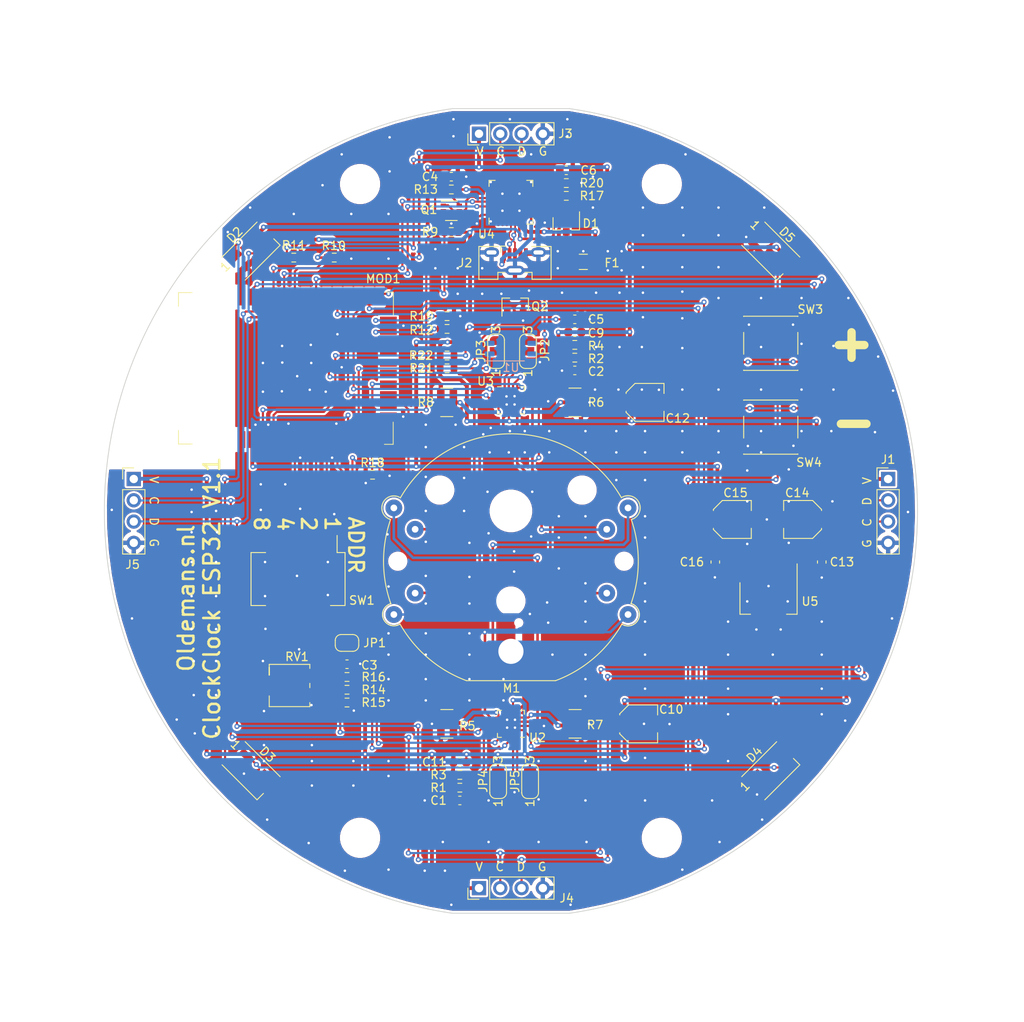
<source format=kicad_pcb>
(kicad_pcb (version 20171130) (host pcbnew "(5.1.9-0-10_14)")

  (general
    (thickness 1.6)
    (drawings 15)
    (tracks 1227)
    (zones 0)
    (modules 69)
    (nets 93)
  )

  (page A4)
  (layers
    (0 F.Cu signal)
    (31 B.Cu signal)
    (32 B.Adhes user)
    (33 F.Adhes user)
    (34 B.Paste user)
    (35 F.Paste user)
    (36 B.SilkS user)
    (37 F.SilkS user)
    (38 B.Mask user)
    (39 F.Mask user)
    (40 Dwgs.User user)
    (41 Cmts.User user)
    (42 Eco1.User user)
    (43 Eco2.User user)
    (44 Edge.Cuts user)
    (45 Margin user)
    (46 B.CrtYd user)
    (47 F.CrtYd user)
    (48 B.Fab user hide)
    (49 F.Fab user)
  )

  (setup
    (last_trace_width 0.254)
    (user_trace_width 0.254)
    (user_trace_width 0.3048)
    (user_trace_width 0.4572)
    (user_trace_width 0.8128)
    (trace_clearance 0.1524)
    (zone_clearance 0.254)
    (zone_45_only yes)
    (trace_min 0.2032)
    (via_size 0.6)
    (via_drill 0.3)
    (via_min_size 0.4064)
    (via_min_drill 0.3)
    (user_via 0.6 0.3)
    (uvia_size 0.3048)
    (uvia_drill 0.1016)
    (uvias_allowed no)
    (uvia_min_size 0.2032)
    (uvia_min_drill 0.1016)
    (edge_width 0.1)
    (segment_width 0.2)
    (pcb_text_width 0.3)
    (pcb_text_size 1.5 1.5)
    (mod_edge_width 0.15)
    (mod_text_size 1 1)
    (mod_text_width 0.15)
    (pad_size 1.524 1.524)
    (pad_drill 0.762)
    (pad_to_mask_clearance 0)
    (aux_axis_origin 0 0)
    (visible_elements FFFFFF7F)
    (pcbplotparams
      (layerselection 0x010fc_ffffffff)
      (usegerberextensions false)
      (usegerberattributes true)
      (usegerberadvancedattributes true)
      (creategerberjobfile true)
      (excludeedgelayer true)
      (linewidth 0.100000)
      (plotframeref false)
      (viasonmask false)
      (mode 1)
      (useauxorigin false)
      (hpglpennumber 1)
      (hpglpenspeed 20)
      (hpglpendiameter 15.000000)
      (psnegative false)
      (psa4output false)
      (plotreference true)
      (plotvalue true)
      (plotinvisibletext false)
      (padsonsilk false)
      (subtractmaskfromsilk false)
      (outputformat 1)
      (mirror false)
      (drillshape 0)
      (scaleselection 1)
      (outputdirectory "OUTPUTS/"))
  )

  (net 0 "")
  (net 1 GND)
  (net 2 "Net-(C1-Pad2)")
  (net 3 "Net-(C2-Pad2)")
  (net 4 +3V3)
  (net 5 I2C_SDA)
  (net 6 +5V)
  (net 7 "Net-(R1-Pad2)")
  (net 8 "Net-(R2-Pad2)")
  (net 9 "Net-(R5-Pad1)")
  (net 10 "Net-(R6-Pad1)")
  (net 11 "Net-(R7-Pad1)")
  (net 12 "Net-(R8-Pad1)")
  (net 13 ADDR3)
  (net 14 ADDR2)
  (net 15 ADDR1)
  (net 16 ADDR0)
  (net 17 /MOT_B4)
  (net 18 /MOT_B3)
  (net 19 /MOT_A2)
  (net 20 /MOT_A1)
  (net 21 /MOT_A4)
  (net 22 /MOT_A3)
  (net 23 /MOT_B2)
  (net 24 /MOT_B1)
  (net 25 CPU_REF)
  (net 26 "Net-(R16-Pad2)")
  (net 27 "Net-(D1-Pad2)")
  (net 28 /ESP_RST)
  (net 29 "Net-(D1-Pad3)")
  (net 30 "Net-(D1-Pad1)")
  (net 31 /D+)
  (net 32 /D-)
  (net 33 /MOT_REF)
  (net 34 /ESP_GPIO0)
  (net 35 /MOT_DIR0)
  (net 36 /MOT_DIR1)
  (net 37 /MOT_STCK1)
  (net 38 /MOT_STCK0)
  (net 39 /MOT_RST1)
  (net 40 BUT_MIN)
  (net 41 "Net-(MOD1-Pad32)")
  (net 42 /ESP_RX)
  (net 43 /ESP_TX)
  (net 44 BUT_PLUS)
  (net 45 /MOT_RST0)
  (net 46 "Net-(MOD1-Pad5)")
  (net 47 /ESP_GPIO2)
  (net 48 "Net-(MOD1-Pad22)")
  (net 49 "Net-(MOD1-Pad21)")
  (net 50 "Net-(MOD1-Pad20)")
  (net 51 "Net-(MOD1-Pad19)")
  (net 52 "Net-(MOD1-Pad18)")
  (net 53 "Net-(MOD1-Pad17)")
  (net 54 /MOT_EN)
  (net 55 /DTR)
  (net 56 /RTS)
  (net 57 /ESP_GPIO15)
  (net 58 /USB_RST)
  (net 59 /USB_SUSP)
  (net 60 /MOT0_MODE1)
  (net 61 /MOT0_MODE2)
  (net 62 /MOT1_MODE1)
  (net 63 /MOT1_MODE2)
  (net 64 "Net-(U4-Pad27)")
  (net 65 "Net-(U4-Pad23)")
  (net 66 "Net-(U4-Pad13)")
  (net 67 "Net-(U4-Pad12)")
  (net 68 "Net-(U4-Pad10)")
  (net 69 "Net-(U4-Pad2)")
  (net 70 "Net-(U4-Pad1)")
  (net 71 "Net-(D2-Pad1)")
  (net 72 /LED_DATA)
  (net 73 "Net-(D3-Pad1)")
  (net 74 "Net-(D4-Pad1)")
  (net 75 "Net-(D5-Pad1)")
  (net 76 /PROX_LED)
  (net 77 /PROX)
  (net 78 "Net-(R21-Pad2)")
  (net 79 "Net-(U1-Pad2)")
  (net 80 "Net-(U1-Pad5)")
  (net 81 "Net-(U4-Pad22)")
  (net 82 "Net-(U4-Pad21)")
  (net 83 "Net-(U4-Pad20)")
  (net 84 "Net-(U4-Pad19)")
  (net 85 "Net-(U4-Pad18)")
  (net 86 "Net-(U4-Pad17)")
  (net 87 "Net-(U4-Pad16)")
  (net 88 "Net-(U4-Pad15)")
  (net 89 "Net-(U4-Pad14)")
  (net 90 /ESP_GPIO12)
  (net 91 I2C_SCL)
  (net 92 "Net-(Q2-Pad3)")

  (net_class Default "This is the default net class."
    (clearance 0.1524)
    (trace_width 0.254)
    (via_dia 0.6)
    (via_drill 0.3)
    (uvia_dia 0.3048)
    (uvia_drill 0.1016)
    (diff_pair_width 0.2032)
    (diff_pair_gap 0.254)
    (add_net /D+)
    (add_net /D-)
    (add_net /DTR)
    (add_net /ESP_GPIO0)
    (add_net /ESP_GPIO12)
    (add_net /ESP_GPIO15)
    (add_net /ESP_GPIO2)
    (add_net /ESP_RST)
    (add_net /ESP_RX)
    (add_net /ESP_TX)
    (add_net /LED_DATA)
    (add_net /MOT0_MODE1)
    (add_net /MOT0_MODE2)
    (add_net /MOT1_MODE1)
    (add_net /MOT1_MODE2)
    (add_net /MOT_A1)
    (add_net /MOT_A2)
    (add_net /MOT_A3)
    (add_net /MOT_A4)
    (add_net /MOT_B1)
    (add_net /MOT_B2)
    (add_net /MOT_B3)
    (add_net /MOT_B4)
    (add_net /MOT_DIR0)
    (add_net /MOT_DIR1)
    (add_net /MOT_EN)
    (add_net /MOT_REF)
    (add_net /MOT_RST0)
    (add_net /MOT_RST1)
    (add_net /MOT_STCK0)
    (add_net /MOT_STCK1)
    (add_net /PROX)
    (add_net /PROX_LED)
    (add_net /RTS)
    (add_net /USB_RST)
    (add_net /USB_SUSP)
    (add_net BUT_MIN)
    (add_net BUT_PLUS)
    (add_net CPU_REF)
    (add_net I2C_SCL)
    (add_net "Net-(D1-Pad1)")
    (add_net "Net-(D1-Pad2)")
    (add_net "Net-(D1-Pad3)")
    (add_net "Net-(D2-Pad1)")
    (add_net "Net-(D3-Pad1)")
    (add_net "Net-(D4-Pad1)")
    (add_net "Net-(D5-Pad1)")
    (add_net "Net-(MOD1-Pad17)")
    (add_net "Net-(MOD1-Pad18)")
    (add_net "Net-(MOD1-Pad19)")
    (add_net "Net-(MOD1-Pad20)")
    (add_net "Net-(MOD1-Pad21)")
    (add_net "Net-(MOD1-Pad22)")
    (add_net "Net-(MOD1-Pad32)")
    (add_net "Net-(MOD1-Pad5)")
    (add_net "Net-(Q2-Pad3)")
    (add_net "Net-(R16-Pad2)")
    (add_net "Net-(R21-Pad2)")
    (add_net "Net-(U1-Pad2)")
    (add_net "Net-(U1-Pad5)")
    (add_net "Net-(U4-Pad1)")
    (add_net "Net-(U4-Pad10)")
    (add_net "Net-(U4-Pad12)")
    (add_net "Net-(U4-Pad13)")
    (add_net "Net-(U4-Pad14)")
    (add_net "Net-(U4-Pad15)")
    (add_net "Net-(U4-Pad16)")
    (add_net "Net-(U4-Pad17)")
    (add_net "Net-(U4-Pad18)")
    (add_net "Net-(U4-Pad19)")
    (add_net "Net-(U4-Pad2)")
    (add_net "Net-(U4-Pad20)")
    (add_net "Net-(U4-Pad21)")
    (add_net "Net-(U4-Pad22)")
    (add_net "Net-(U4-Pad23)")
    (add_net "Net-(U4-Pad27)")
  )

  (net_class 5v ""
    (clearance 0.2032)
    (trace_width 0.4572)
    (via_dia 1.016)
    (via_drill 0.6096)
    (uvia_dia 0.3048)
    (uvia_drill 0.1016)
    (diff_pair_width 0.2032)
    (diff_pair_gap 0.254)
    (add_net +5V)
  )

  (net_class Power ""
    (clearance 0.2032)
    (trace_width 0.3048)
    (via_dia 0.8128)
    (via_drill 0.4064)
    (uvia_dia 0.3048)
    (uvia_drill 0.1016)
    (diff_pair_width 0.2032)
    (diff_pair_gap 0.254)
    (add_net +3V3)
    (add_net ADDR0)
    (add_net ADDR1)
    (add_net ADDR2)
    (add_net ADDR3)
    (add_net GND)
    (add_net I2C_SDA)
    (add_net "Net-(C1-Pad2)")
    (add_net "Net-(C2-Pad2)")
    (add_net "Net-(R1-Pad2)")
    (add_net "Net-(R2-Pad2)")
    (add_net "Net-(R5-Pad1)")
    (add_net "Net-(R6-Pad1)")
    (add_net "Net-(R7-Pad1)")
    (add_net "Net-(R8-Pad1)")
  )

  (module MySymbols:X40_Stepper locked (layer F.Cu) (tedit 60A35DA4) (tstamp 606DAC63)
    (at 0 0)
    (path /6071712D)
    (fp_text reference M1 (at 0.07 21.15) (layer F.SilkS)
      (effects (font (size 1 1) (thickness 0.15)))
    )
    (fp_text value Stepper_Motor_bipolar_VID28 (at -0.21 -10.21) (layer F.Fab)
      (effects (font (size 1 1) (thickness 0.15)))
    )
    (fp_arc (start 0 6) (end 14.330952 11.052671) (angle -38.50091608) (layer F.SilkS) (width 0.12))
    (fp_arc (start 0 6) (end 5.3 20.26) (angle -40.11418617) (layer F.SilkS) (width 0.12))
    (fp_arc (start 0 6) (end -13.23 13.49) (angle -40.08250074) (layer F.SilkS) (width 0.12))
    (fp_arc (start 0 6) (end -14.361584 1.025605) (angle -38.55285523) (layer F.SilkS) (width 0.12))
    (fp_arc (start 13.97 12.36) (end 13.23 13.5) (angle -197.5537581) (layer F.SilkS) (width 0.12))
    (fp_arc (start -13.97 12.36) (end -14.331464 11.060517) (angle -197.675045) (layer F.SilkS) (width 0.12))
    (fp_arc (start 13.97 -0.37) (end 14.36 1.03) (angle -197.6) (layer F.SilkS) (width 0.12))
    (fp_arc (start -13.97 -0.36) (end -13.185825 -1.567604) (angle -197.2175052) (layer F.SilkS) (width 0.12))
    (fp_arc (start 0 6) (end 13.174938 -1.586543) (angle -120.2129507) (layer F.SilkS) (width 0.12))
    (fp_line (start -5.3 20.25) (end 5.3 20.25) (layer F.SilkS) (width 0.12))
    (pad B2 thru_hole circle (at 13.97 12.36) (size 2 2) (drill 0.8) (layers *.Cu *.Mask)
      (net 22 /MOT_A3))
    (pad B1 thru_hole circle (at 13.97 -0.36) (size 2 2) (drill 0.8) (layers *.Cu *.Mask)
      (net 21 /MOT_A4))
    (pad B3 thru_hole circle (at -13.97 12.36) (size 2 2) (drill 0.8) (layers *.Cu *.Mask)
      (net 19 /MOT_A2))
    (pad B4 thru_hole circle (at -13.97 -0.36) (size 2 2) (drill 0.8) (layers *.Cu *.Mask)
      (net 20 /MOT_A1))
    (pad A3 thru_hole circle (at -11.43 9.81) (size 2 2) (drill 0.8) (layers *.Cu *.Mask)
      (net 23 /MOT_B2))
    (pad A4 thru_hole circle (at -11.43 2.19) (size 2 2) (drill 0.8) (layers *.Cu *.Mask)
      (net 24 /MOT_B1))
    (pad A2 thru_hole circle (at 11.43 9.81) (size 2 2) (drill 0.8) (layers *.Cu *.Mask)
      (net 18 /MOT_B3))
    (pad A1 thru_hole circle (at 11.43 2.19) (size 2 2) (drill 0.8) (layers *.Cu *.Mask)
      (net 17 /MOT_B4))
    (pad "" np_thru_hole circle (at -13.5 6) (size 1.8 1.8) (drill 1.8) (layers *.Cu *.Mask))
    (pad "" np_thru_hole circle (at 13.5 6) (size 1.8 1.8) (drill 1.8) (layers *.Cu *.Mask))
    (pad "" np_thru_hole circle (at 8.49 -2.49) (size 3 3) (drill 3) (layers *.Cu *.Mask))
    (pad "" np_thru_hole circle (at -8.49 -2.49) (size 3 3) (drill 3) (layers *.Cu *.Mask))
    (pad "" np_thru_hole circle (at 0 16.75) (size 3 3) (drill 3) (layers *.Cu *.Mask))
    (pad "" np_thru_hole circle (at 0 0) (size 4.6 4.6) (drill 4.6) (layers *.Cu *.Mask))
  )

  (module LED_SMD:LED_SK6812MINI_PLCC4_3.5x3.5mm_P1.75mm locked (layer F.Cu) (tedit 6091A415) (tstamp 608D8EEB)
    (at 31 -31 315)
    (descr https://cdn-shop.adafruit.com/product-files/2686/SK6812MINI_REV.01-1-2.pdf)
    (tags "LED RGB NeoPixel Mini")
    (path /60A4F5E7)
    (attr smd)
    (fp_text reference D5 (at 0 -2.75 135) (layer F.SilkS)
      (effects (font (size 1 1) (thickness 0.15)))
    )
    (fp_text value SK6812MINI (at 0 3.25 135) (layer F.Fab)
      (effects (font (size 1 1) (thickness 0.15)))
    )
    (fp_circle (center 0 0) (end 0 -1.5) (layer F.Fab) (width 0.1))
    (fp_line (start 2.95 1.95) (end 2.95 0.875) (layer F.SilkS) (width 0.12))
    (fp_line (start -2.95 1.95) (end 2.95 1.95) (layer F.SilkS) (width 0.12))
    (fp_line (start -2.95 -1.95) (end 2.95 -1.95) (layer F.SilkS) (width 0.12))
    (fp_line (start 1.75 -1.75) (end -1.75 -1.75) (layer F.Fab) (width 0.1))
    (fp_line (start 1.75 1.75) (end 1.75 -1.75) (layer F.Fab) (width 0.1))
    (fp_line (start -1.75 1.75) (end 1.75 1.75) (layer F.Fab) (width 0.1))
    (fp_line (start -1.75 -1.75) (end -1.75 1.75) (layer F.Fab) (width 0.1))
    (fp_line (start 1.75 0.75) (end 0.75 1.75) (layer F.Fab) (width 0.1))
    (fp_line (start -2.8 -2) (end -2.8 2) (layer F.CrtYd) (width 0.05))
    (fp_line (start -2.8 2) (end 2.8 2) (layer F.CrtYd) (width 0.05))
    (fp_line (start 2.8 2) (end 2.8 -2) (layer F.CrtYd) (width 0.05))
    (fp_line (start 2.8 -2) (end -2.8 -2) (layer F.CrtYd) (width 0.05))
    (fp_text user %R (at 0 0 135) (layer F.Fab)
      (effects (font (size 0.5 0.5) (thickness 0.1)))
    )
    (fp_text user 1 (at -3.5 -0.875 135) (layer F.SilkS)
      (effects (font (size 1 1) (thickness 0.15)))
    )
    (pad 1 smd rect (at -1.75 -0.875 315) (size 1.6 0.85) (layers F.Cu F.Paste F.Mask)
      (net 75 "Net-(D5-Pad1)"))
    (pad 2 smd rect (at -1.75 0.875 315) (size 1.6 0.85) (layers F.Cu F.Paste F.Mask)
      (net 1 GND))
    (pad 4 smd rect (at 1.75 -0.875 315) (size 1.6 0.85) (layers F.Cu F.Paste F.Mask)
      (net 6 +5V))
    (pad 3 smd rect (at 1.75 0.875 315) (size 1.6 0.85) (layers F.Cu F.Paste F.Mask)
      (net 74 "Net-(D4-Pad1)"))
    (model ${KISYS3DMOD}/LED_SMD.3dshapes/LED_SK6812_PLCC4_5.0x5.0mm_P3.2mm.wrl
      (at (xyz 0 0 0))
      (scale (xyz 0.5 0.5 0.5))
      (rotate (xyz 0 0 0))
    )
  )

  (module LED_SMD:LED_SK6812MINI_PLCC4_3.5x3.5mm_P1.75mm locked (layer F.Cu) (tedit 6091A415) (tstamp 608D8ED4)
    (at 31 31 45)
    (descr https://cdn-shop.adafruit.com/product-files/2686/SK6812MINI_REV.01-1-2.pdf)
    (tags "LED RGB NeoPixel Mini")
    (path /60A4EC1E)
    (attr smd)
    (fp_text reference D4 (at 0 -2.75 45) (layer F.SilkS)
      (effects (font (size 1 1) (thickness 0.15)))
    )
    (fp_text value SK6812MINI (at 0 3.25 45) (layer F.Fab)
      (effects (font (size 1 1) (thickness 0.15)))
    )
    (fp_circle (center 0 0) (end 0 -1.5) (layer F.Fab) (width 0.1))
    (fp_line (start 2.95 1.95) (end 2.95 0.875) (layer F.SilkS) (width 0.12))
    (fp_line (start -2.95 1.95) (end 2.95 1.95) (layer F.SilkS) (width 0.12))
    (fp_line (start -2.95 -1.95) (end 2.95 -1.95) (layer F.SilkS) (width 0.12))
    (fp_line (start 1.75 -1.75) (end -1.75 -1.75) (layer F.Fab) (width 0.1))
    (fp_line (start 1.75 1.75) (end 1.75 -1.75) (layer F.Fab) (width 0.1))
    (fp_line (start -1.75 1.75) (end 1.75 1.75) (layer F.Fab) (width 0.1))
    (fp_line (start -1.75 -1.75) (end -1.75 1.75) (layer F.Fab) (width 0.1))
    (fp_line (start 1.75 0.75) (end 0.75 1.75) (layer F.Fab) (width 0.1))
    (fp_line (start -2.8 -2) (end -2.8 2) (layer F.CrtYd) (width 0.05))
    (fp_line (start -2.8 2) (end 2.8 2) (layer F.CrtYd) (width 0.05))
    (fp_line (start 2.8 2) (end 2.8 -2) (layer F.CrtYd) (width 0.05))
    (fp_line (start 2.8 -2) (end -2.8 -2) (layer F.CrtYd) (width 0.05))
    (fp_text user %R (at 0 0 45) (layer F.Fab)
      (effects (font (size 0.5 0.5) (thickness 0.1)))
    )
    (fp_text user 1 (at -3.5 -0.875 45) (layer F.SilkS)
      (effects (font (size 1 1) (thickness 0.15)))
    )
    (pad 1 smd rect (at -1.75 -0.875 45) (size 1.6 0.85) (layers F.Cu F.Paste F.Mask)
      (net 74 "Net-(D4-Pad1)"))
    (pad 2 smd rect (at -1.75 0.875 45) (size 1.6 0.85) (layers F.Cu F.Paste F.Mask)
      (net 1 GND))
    (pad 4 smd rect (at 1.75 -0.875 45) (size 1.6 0.85) (layers F.Cu F.Paste F.Mask)
      (net 6 +5V))
    (pad 3 smd rect (at 1.75 0.875 45) (size 1.6 0.85) (layers F.Cu F.Paste F.Mask)
      (net 73 "Net-(D3-Pad1)"))
    (model ${KISYS3DMOD}/LED_SMD.3dshapes/LED_SK6812_PLCC4_5.0x5.0mm_P3.2mm.wrl
      (at (xyz 0 0 0))
      (scale (xyz 0.5 0.5 0.5))
      (rotate (xyz 0 0 0))
    )
  )

  (module LED_SMD:LED_SK6812MINI_PLCC4_3.5x3.5mm_P1.75mm locked (layer F.Cu) (tedit 6091A415) (tstamp 608D8EBD)
    (at -31 31 315)
    (descr https://cdn-shop.adafruit.com/product-files/2686/SK6812MINI_REV.01-1-2.pdf)
    (tags "LED RGB NeoPixel Mini")
    (path /60A4E4E4)
    (attr smd)
    (fp_text reference D3 (at 0 -2.75 135) (layer F.SilkS)
      (effects (font (size 1 1) (thickness 0.15)))
    )
    (fp_text value SK6812MINI (at 0 3.25 135) (layer F.Fab)
      (effects (font (size 1 1) (thickness 0.15)))
    )
    (fp_circle (center 0 0) (end 0 -1.5) (layer F.Fab) (width 0.1))
    (fp_line (start 2.95 1.95) (end 2.95 0.875) (layer F.SilkS) (width 0.12))
    (fp_line (start -2.95 1.95) (end 2.95 1.95) (layer F.SilkS) (width 0.12))
    (fp_line (start -2.95 -1.95) (end 2.95 -1.95) (layer F.SilkS) (width 0.12))
    (fp_line (start 1.75 -1.75) (end -1.75 -1.75) (layer F.Fab) (width 0.1))
    (fp_line (start 1.75 1.75) (end 1.75 -1.75) (layer F.Fab) (width 0.1))
    (fp_line (start -1.75 1.75) (end 1.75 1.75) (layer F.Fab) (width 0.1))
    (fp_line (start -1.75 -1.75) (end -1.75 1.75) (layer F.Fab) (width 0.1))
    (fp_line (start 1.75 0.75) (end 0.75 1.75) (layer F.Fab) (width 0.1))
    (fp_line (start -2.8 -2) (end -2.8 2) (layer F.CrtYd) (width 0.05))
    (fp_line (start -2.8 2) (end 2.8 2) (layer F.CrtYd) (width 0.05))
    (fp_line (start 2.8 2) (end 2.8 -2) (layer F.CrtYd) (width 0.05))
    (fp_line (start 2.8 -2) (end -2.8 -2) (layer F.CrtYd) (width 0.05))
    (fp_text user %R (at 0 0 135) (layer F.Fab)
      (effects (font (size 0.5 0.5) (thickness 0.1)))
    )
    (fp_text user 1 (at -3.5 -0.875 135) (layer F.SilkS)
      (effects (font (size 1 1) (thickness 0.15)))
    )
    (pad 1 smd rect (at -1.75 -0.875 315) (size 1.6 0.85) (layers F.Cu F.Paste F.Mask)
      (net 73 "Net-(D3-Pad1)"))
    (pad 2 smd rect (at -1.75 0.875 315) (size 1.6 0.85) (layers F.Cu F.Paste F.Mask)
      (net 1 GND))
    (pad 4 smd rect (at 1.75 -0.875 315) (size 1.6 0.85) (layers F.Cu F.Paste F.Mask)
      (net 6 +5V))
    (pad 3 smd rect (at 1.75 0.875 315) (size 1.6 0.85) (layers F.Cu F.Paste F.Mask)
      (net 71 "Net-(D2-Pad1)"))
    (model ${KISYS3DMOD}/LED_SMD.3dshapes/LED_SK6812_PLCC4_5.0x5.0mm_P3.2mm.wrl
      (at (xyz 0 0 0))
      (scale (xyz 0.5 0.5 0.5))
      (rotate (xyz 0 0 0))
    )
  )

  (module LED_SMD:LED_SK6812MINI_PLCC4_3.5x3.5mm_P1.75mm locked (layer F.Cu) (tedit 6091A415) (tstamp 608D98E0)
    (at -31 -31 45)
    (descr https://cdn-shop.adafruit.com/product-files/2686/SK6812MINI_REV.01-1-2.pdf)
    (tags "LED RGB NeoPixel Mini")
    (path /609A6CE9)
    (attr smd)
    (fp_text reference D2 (at 0 -2.75 45) (layer F.SilkS)
      (effects (font (size 1 1) (thickness 0.15)))
    )
    (fp_text value SK6812MINI (at 0 3.25 45) (layer F.Fab)
      (effects (font (size 1 1) (thickness 0.15)))
    )
    (fp_circle (center 0 0) (end 0 -1.5) (layer F.Fab) (width 0.1))
    (fp_line (start 2.95 1.95) (end 2.95 0.875) (layer F.SilkS) (width 0.12))
    (fp_line (start -2.95 1.95) (end 2.95 1.95) (layer F.SilkS) (width 0.12))
    (fp_line (start -2.95 -1.95) (end 2.95 -1.95) (layer F.SilkS) (width 0.12))
    (fp_line (start 1.75 -1.75) (end -1.75 -1.75) (layer F.Fab) (width 0.1))
    (fp_line (start 1.75 1.75) (end 1.75 -1.75) (layer F.Fab) (width 0.1))
    (fp_line (start -1.75 1.75) (end 1.75 1.75) (layer F.Fab) (width 0.1))
    (fp_line (start -1.75 -1.75) (end -1.75 1.75) (layer F.Fab) (width 0.1))
    (fp_line (start 1.75 0.75) (end 0.75 1.75) (layer F.Fab) (width 0.1))
    (fp_line (start -2.8 -2) (end -2.8 2) (layer F.CrtYd) (width 0.05))
    (fp_line (start -2.8 2) (end 2.8 2) (layer F.CrtYd) (width 0.05))
    (fp_line (start 2.8 2) (end 2.8 -2) (layer F.CrtYd) (width 0.05))
    (fp_line (start 2.8 -2) (end -2.8 -2) (layer F.CrtYd) (width 0.05))
    (fp_text user %R (at 0 0 45) (layer F.Fab)
      (effects (font (size 0.5 0.5) (thickness 0.1)))
    )
    (fp_text user 1 (at -3.5 -0.875 45) (layer F.SilkS)
      (effects (font (size 1 1) (thickness 0.15)))
    )
    (pad 1 smd rect (at -1.75 -0.875 45) (size 1.6 0.85) (layers F.Cu F.Paste F.Mask)
      (net 71 "Net-(D2-Pad1)"))
    (pad 2 smd rect (at -1.75 0.875 45) (size 1.6 0.85) (layers F.Cu F.Paste F.Mask)
      (net 1 GND))
    (pad 4 smd rect (at 1.75 -0.875 45) (size 1.6 0.85) (layers F.Cu F.Paste F.Mask)
      (net 6 +5V))
    (pad 3 smd rect (at 1.75 0.875 45) (size 1.6 0.85) (layers F.Cu F.Paste F.Mask)
      (net 72 /LED_DATA))
    (model ${KISYS3DMOD}/LED_SMD.3dshapes/LED_SK6812_PLCC4_5.0x5.0mm_P3.2mm.wrl
      (at (xyz 0 0 0))
      (scale (xyz 0.5 0.5 0.5))
      (rotate (xyz 0 0 0))
    )
  )

  (module Fuse:Fuse_1206_3216Metric_Castellated (layer F.Cu) (tedit 5F68FEF1) (tstamp 60926FEE)
    (at 8.636 -29.718 180)
    (descr "Fuse SMD 1206 (3216 Metric), castellated end terminal, IPC_7351. (Body size source: http://www.tortai-tech.com/upload/download/2011102023233369053.pdf), generated with kicad-footprint-generator")
    (tags "fuse castellated")
    (path /60C49C09)
    (attr smd)
    (fp_text reference F1 (at -3.429 -0.127) (layer F.SilkS)
      (effects (font (size 1 1) (thickness 0.15)))
    )
    (fp_text value 250mA (at 0 1.78) (layer F.Fab)
      (effects (font (size 1 1) (thickness 0.15)))
    )
    (fp_line (start -1.6 0.8) (end -1.6 -0.8) (layer F.Fab) (width 0.1))
    (fp_line (start -1.6 -0.8) (end 1.6 -0.8) (layer F.Fab) (width 0.1))
    (fp_line (start 1.6 -0.8) (end 1.6 0.8) (layer F.Fab) (width 0.1))
    (fp_line (start 1.6 0.8) (end -1.6 0.8) (layer F.Fab) (width 0.1))
    (fp_line (start -0.490455 -0.91) (end 0.490455 -0.91) (layer F.SilkS) (width 0.12))
    (fp_line (start -0.490455 0.91) (end 0.490455 0.91) (layer F.SilkS) (width 0.12))
    (fp_line (start -2.48 1.08) (end -2.48 -1.08) (layer F.CrtYd) (width 0.05))
    (fp_line (start -2.48 -1.08) (end 2.48 -1.08) (layer F.CrtYd) (width 0.05))
    (fp_line (start 2.48 -1.08) (end 2.48 1.08) (layer F.CrtYd) (width 0.05))
    (fp_line (start 2.48 1.08) (end -2.48 1.08) (layer F.CrtYd) (width 0.05))
    (fp_text user %R (at 0 0) (layer F.Fab)
      (effects (font (size 0.8 0.8) (thickness 0.12)))
    )
    (pad 2 smd roundrect (at 1.425 0 180) (size 1.6 1.65) (layers F.Cu F.Paste F.Mask) (roundrect_rratio 0.15625)
      (net 29 "Net-(D1-Pad3)"))
    (pad 1 smd roundrect (at -1.425 0 180) (size 1.6 1.65) (layers F.Cu F.Paste F.Mask) (roundrect_rratio 0.15625)
      (net 6 +5V))
    (model ${KISYS3DMOD}/Fuse.3dshapes/Fuse_1206_3216Metric_Castellated.wrl
      (at (xyz 0 0 0))
      (scale (xyz 1 1 1))
      (rotate (xyz 0 0 0))
    )
    (model ${KISYS3DMOD}/Fuse.3dshapes/Fuse_1206_3216Metric.wrl
      (at (xyz 0 0 0))
      (scale (xyz 1 1 1))
      (rotate (xyz 0 0 0))
    )
  )

  (module Capacitor_SMD:C_0603_1608Metric (layer F.Cu) (tedit 5F68FEEE) (tstamp 60924515)
    (at 6.604 -40.64 180)
    (descr "Capacitor SMD 0603 (1608 Metric), square (rectangular) end terminal, IPC_7351 nominal, (Body size source: IPC-SM-782 page 76, https://www.pcb-3d.com/wordpress/wp-content/uploads/ipc-sm-782a_amendment_1_and_2.pdf), generated with kicad-footprint-generator")
    (tags capacitor)
    (path /60BED0D0)
    (attr smd)
    (fp_text reference C6 (at -2.667 0) (layer F.SilkS)
      (effects (font (size 1 1) (thickness 0.15)))
    )
    (fp_text value 100nF (at 0 1.43) (layer F.Fab)
      (effects (font (size 1 1) (thickness 0.15)))
    )
    (fp_line (start -0.8 0.4) (end -0.8 -0.4) (layer F.Fab) (width 0.1))
    (fp_line (start -0.8 -0.4) (end 0.8 -0.4) (layer F.Fab) (width 0.1))
    (fp_line (start 0.8 -0.4) (end 0.8 0.4) (layer F.Fab) (width 0.1))
    (fp_line (start 0.8 0.4) (end -0.8 0.4) (layer F.Fab) (width 0.1))
    (fp_line (start -0.14058 -0.51) (end 0.14058 -0.51) (layer F.SilkS) (width 0.12))
    (fp_line (start -0.14058 0.51) (end 0.14058 0.51) (layer F.SilkS) (width 0.12))
    (fp_line (start -1.48 0.73) (end -1.48 -0.73) (layer F.CrtYd) (width 0.05))
    (fp_line (start -1.48 -0.73) (end 1.48 -0.73) (layer F.CrtYd) (width 0.05))
    (fp_line (start 1.48 -0.73) (end 1.48 0.73) (layer F.CrtYd) (width 0.05))
    (fp_line (start 1.48 0.73) (end -1.48 0.73) (layer F.CrtYd) (width 0.05))
    (fp_text user %R (at 0 0) (layer F.Fab)
      (effects (font (size 0.4 0.4) (thickness 0.06)))
    )
    (pad 2 smd roundrect (at 0.775 0 180) (size 0.9 0.95) (layers F.Cu F.Paste F.Mask) (roundrect_rratio 0.25)
      (net 4 +3V3))
    (pad 1 smd roundrect (at -0.775 0 180) (size 0.9 0.95) (layers F.Cu F.Paste F.Mask) (roundrect_rratio 0.25)
      (net 1 GND))
    (model ${KISYS3DMOD}/Capacitor_SMD.3dshapes/C_0603_1608Metric.wrl
      (at (xyz 0 0 0))
      (scale (xyz 1 1 1))
      (rotate (xyz 0 0 0))
    )
  )

  (module Package_TO_SOT_SMD:SOT-23 (layer F.Cu) (tedit 5A02FF57) (tstamp 60920706)
    (at 0.508 -24.638 90)
    (descr "SOT-23, Standard")
    (tags SOT-23)
    (path /609352AD)
    (attr smd)
    (fp_text reference Q2 (at -0.254 2.921 180) (layer F.SilkS)
      (effects (font (size 1 1) (thickness 0.15)))
    )
    (fp_text value 2N7002 (at 0 2.5 90) (layer F.Fab)
      (effects (font (size 1 1) (thickness 0.15)))
    )
    (fp_line (start -0.7 -0.95) (end -0.7 1.5) (layer F.Fab) (width 0.1))
    (fp_line (start -0.15 -1.52) (end 0.7 -1.52) (layer F.Fab) (width 0.1))
    (fp_line (start -0.7 -0.95) (end -0.15 -1.52) (layer F.Fab) (width 0.1))
    (fp_line (start 0.7 -1.52) (end 0.7 1.52) (layer F.Fab) (width 0.1))
    (fp_line (start -0.7 1.52) (end 0.7 1.52) (layer F.Fab) (width 0.1))
    (fp_line (start 0.76 1.58) (end 0.76 0.65) (layer F.SilkS) (width 0.12))
    (fp_line (start 0.76 -1.58) (end 0.76 -0.65) (layer F.SilkS) (width 0.12))
    (fp_line (start -1.7 -1.75) (end 1.7 -1.75) (layer F.CrtYd) (width 0.05))
    (fp_line (start 1.7 -1.75) (end 1.7 1.75) (layer F.CrtYd) (width 0.05))
    (fp_line (start 1.7 1.75) (end -1.7 1.75) (layer F.CrtYd) (width 0.05))
    (fp_line (start -1.7 1.75) (end -1.7 -1.75) (layer F.CrtYd) (width 0.05))
    (fp_line (start 0.76 -1.58) (end -1.4 -1.58) (layer F.SilkS) (width 0.12))
    (fp_line (start 0.76 1.58) (end -0.7 1.58) (layer F.SilkS) (width 0.12))
    (fp_text user %R (at 0 0) (layer F.Fab)
      (effects (font (size 0.5 0.5) (thickness 0.075)))
    )
    (pad 3 smd rect (at 1 0 90) (size 0.9 0.8) (layers F.Cu F.Paste F.Mask)
      (net 92 "Net-(Q2-Pad3)"))
    (pad 2 smd rect (at -1 0.95 90) (size 0.9 0.8) (layers F.Cu F.Paste F.Mask)
      (net 1 GND))
    (pad 1 smd rect (at -1 -0.95 90) (size 0.9 0.8) (layers F.Cu F.Paste F.Mask)
      (net 76 /PROX_LED))
    (model ${KISYS3DMOD}/Package_TO_SOT_SMD.3dshapes/SOT-23.wrl
      (at (xyz 0 0 0))
      (scale (xyz 1 1 1))
      (rotate (xyz 0 0 0))
    )
  )

  (module Capacitor_SMD:C_0603_1608Metric (layer F.Cu) (tedit 5F68FEEE) (tstamp 609201A3)
    (at 7.62 -22.86 180)
    (descr "Capacitor SMD 0603 (1608 Metric), square (rectangular) end terminal, IPC_7351 nominal, (Body size source: IPC-SM-782 page 76, https://www.pcb-3d.com/wordpress/wp-content/uploads/ipc-sm-782a_amendment_1_and_2.pdf), generated with kicad-footprint-generator")
    (tags capacitor)
    (path /60A11409)
    (attr smd)
    (fp_text reference C5 (at -2.54 0) (layer F.SilkS)
      (effects (font (size 1 1) (thickness 0.15)))
    )
    (fp_text value 100nF (at 0 1.43) (layer F.Fab)
      (effects (font (size 1 1) (thickness 0.15)))
    )
    (fp_line (start -0.8 0.4) (end -0.8 -0.4) (layer F.Fab) (width 0.1))
    (fp_line (start -0.8 -0.4) (end 0.8 -0.4) (layer F.Fab) (width 0.1))
    (fp_line (start 0.8 -0.4) (end 0.8 0.4) (layer F.Fab) (width 0.1))
    (fp_line (start 0.8 0.4) (end -0.8 0.4) (layer F.Fab) (width 0.1))
    (fp_line (start -0.14058 -0.51) (end 0.14058 -0.51) (layer F.SilkS) (width 0.12))
    (fp_line (start -0.14058 0.51) (end 0.14058 0.51) (layer F.SilkS) (width 0.12))
    (fp_line (start -1.48 0.73) (end -1.48 -0.73) (layer F.CrtYd) (width 0.05))
    (fp_line (start -1.48 -0.73) (end 1.48 -0.73) (layer F.CrtYd) (width 0.05))
    (fp_line (start 1.48 -0.73) (end 1.48 0.73) (layer F.CrtYd) (width 0.05))
    (fp_line (start 1.48 0.73) (end -1.48 0.73) (layer F.CrtYd) (width 0.05))
    (fp_text user %R (at 0 0) (layer F.Fab)
      (effects (font (size 0.4 0.4) (thickness 0.06)))
    )
    (pad 2 smd roundrect (at 0.775 0 180) (size 0.9 0.95) (layers F.Cu F.Paste F.Mask) (roundrect_rratio 0.25)
      (net 77 /PROX))
    (pad 1 smd roundrect (at -0.775 0 180) (size 0.9 0.95) (layers F.Cu F.Paste F.Mask) (roundrect_rratio 0.25)
      (net 1 GND))
    (model ${KISYS3DMOD}/Capacitor_SMD.3dshapes/C_0603_1608Metric.wrl
      (at (xyz 0 0 0))
      (scale (xyz 1 1 1))
      (rotate (xyz 0 0 0))
    )
  )

  (module Package_TO_SOT_SMD:SOT-23 (layer F.Cu) (tedit 5A02FF57) (tstamp 60920DFF)
    (at 6.604 -34.29 270)
    (descr "SOT-23, Standard")
    (tags SOT-23)
    (path /627088D2)
    (attr smd)
    (fp_text reference D1 (at 0 -2.921 180) (layer F.SilkS)
      (effects (font (size 1 1) (thickness 0.15)))
    )
    (fp_text value BAV70 (at 0 2.5 90) (layer F.Fab)
      (effects (font (size 1 1) (thickness 0.15)))
    )
    (fp_line (start 0.76 1.58) (end -0.7 1.58) (layer F.SilkS) (width 0.12))
    (fp_line (start 0.76 -1.58) (end -1.4 -1.58) (layer F.SilkS) (width 0.12))
    (fp_line (start -1.7 1.75) (end -1.7 -1.75) (layer F.CrtYd) (width 0.05))
    (fp_line (start 1.7 1.75) (end -1.7 1.75) (layer F.CrtYd) (width 0.05))
    (fp_line (start 1.7 -1.75) (end 1.7 1.75) (layer F.CrtYd) (width 0.05))
    (fp_line (start -1.7 -1.75) (end 1.7 -1.75) (layer F.CrtYd) (width 0.05))
    (fp_line (start 0.76 -1.58) (end 0.76 -0.65) (layer F.SilkS) (width 0.12))
    (fp_line (start 0.76 1.58) (end 0.76 0.65) (layer F.SilkS) (width 0.12))
    (fp_line (start -0.7 1.52) (end 0.7 1.52) (layer F.Fab) (width 0.1))
    (fp_line (start 0.7 -1.52) (end 0.7 1.52) (layer F.Fab) (width 0.1))
    (fp_line (start -0.7 -0.95) (end -0.15 -1.52) (layer F.Fab) (width 0.1))
    (fp_line (start -0.15 -1.52) (end 0.7 -1.52) (layer F.Fab) (width 0.1))
    (fp_line (start -0.7 -0.95) (end -0.7 1.5) (layer F.Fab) (width 0.1))
    (fp_text user %R (at 0 0) (layer F.Fab)
      (effects (font (size 0.5 0.5) (thickness 0.075)))
    )
    (pad 3 smd rect (at 1 0 270) (size 0.9 0.8) (layers F.Cu F.Paste F.Mask)
      (net 29 "Net-(D1-Pad3)"))
    (pad 2 smd rect (at -1 0.95 270) (size 0.9 0.8) (layers F.Cu F.Paste F.Mask)
      (net 27 "Net-(D1-Pad2)"))
    (pad 1 smd rect (at -1 -0.95 270) (size 0.9 0.8) (layers F.Cu F.Paste F.Mask)
      (net 30 "Net-(D1-Pad1)"))
    (model ${KISYS3DMOD}/Package_TO_SOT_SMD.3dshapes/SOT-23.wrl
      (at (xyz 0 0 0))
      (scale (xyz 1 1 1))
      (rotate (xyz 0 0 0))
    )
  )

  (module Connector_USB:USB_Micro-B_Molex-105133-0031 (layer F.Cu) (tedit 609009AE) (tstamp 60915135)
    (at 0.4826 -29.7688)
    (descr "Molex Vertical Micro USB Typ-B (http://www.molex.com/pdm_docs/sd/1051330031_sd.pdf)")
    (tags "Micro-USB SMD Typ-B Vertical")
    (path /61DB3246)
    (clearance 0.1016)
    (attr smd)
    (fp_text reference J2 (at -5.9436 0.1778) (layer F.SilkS)
      (effects (font (size 1 1) (thickness 0.15)))
    )
    (fp_text value USB_B_Micro (at 0 3.35) (layer F.Fab)
      (effects (font (size 1 1) (thickness 0.15)))
    )
    (fp_line (start -4.25 -1.725) (end -4.25 2.075) (layer F.Fab) (width 0.1))
    (fp_line (start 4.25 2.075) (end 4.25 -1.725) (layer F.Fab) (width 0.1))
    (fp_line (start 2.1 2.075) (end 4.25 2.075) (layer F.Fab) (width 0.1))
    (fp_line (start 4.25 -1.725) (end 3.43 -1.725) (layer F.Fab) (width 0.1))
    (fp_line (start -1.7 -1.075) (end -1.7 -1.825) (layer F.SilkS) (width 0.12))
    (fp_line (start -1.7 -1.825) (end -1.1 -1.825) (layer F.SilkS) (width 0.12))
    (fp_line (start -2 -1.785) (end -4.31 -1.785) (layer F.SilkS) (width 0.12))
    (fp_line (start 4.31 -1.785) (end 4.31 2.135) (layer F.SilkS) (width 0.12))
    (fp_line (start -4.31 2.135) (end -2.04 2.135) (layer F.SilkS) (width 0.12))
    (fp_line (start -4.31 -1.785) (end -4.31 2.135) (layer F.SilkS) (width 0.12))
    (fp_line (start 4.31 2.135) (end 2.04 2.135) (layer F.SilkS) (width 0.12))
    (fp_line (start 2 -1.785) (end 4.31 -1.785) (layer F.SilkS) (width 0.12))
    (fp_line (start -4.81 2.64) (end -4.81 -2.29) (layer F.CrtYd) (width 0.05))
    (fp_line (start -4.81 -2.29) (end 4.81 -2.29) (layer F.CrtYd) (width 0.05))
    (fp_line (start -4.81 2.64) (end 4.81 2.64) (layer F.CrtYd) (width 0.05))
    (fp_line (start 4.81 2.64) (end 4.81 -2.29) (layer F.CrtYd) (width 0.05))
    (fp_line (start -1.525 -1.225) (end -1.3 -1) (layer F.Fab) (width 0.1))
    (fp_line (start -1.3 -1) (end -1.075 -1.225) (layer F.Fab) (width 0.1))
    (fp_line (start -3.43 -1.725) (end -4.25 -1.725) (layer F.Fab) (width 0.1))
    (fp_line (start -2.1 2.075) (end -2.1 1.245) (layer F.Fab) (width 0.1))
    (fp_line (start -2.1 1.245) (end 2.1 1.245) (layer F.Fab) (width 0.1))
    (fp_line (start 2.1 1.245) (end 2.1 2.075) (layer F.Fab) (width 0.1))
    (fp_line (start -4.25 2.075) (end -2.1 2.075) (layer F.Fab) (width 0.1))
    (fp_line (start -1.525 -1.225) (end -3.43 -1.225) (layer F.Fab) (width 0.1))
    (fp_line (start 3.43 -1.225) (end -1.075 -1.225) (layer F.Fab) (width 0.1))
    (fp_line (start 3.43 -1.725) (end 3.43 -1.225) (layer F.Fab) (width 0.1))
    (fp_line (start -3.43 -1.225) (end -3.43 -1.725) (layer F.Fab) (width 0.1))
    (fp_line (start 2.04 1.305) (end 2.04 2.135) (layer F.SilkS) (width 0.12))
    (fp_line (start -2.04 1.305) (end -2.04 2.135) (layer F.SilkS) (width 0.12))
    (fp_line (start -2.04 1.305) (end -1.21 1.305) (layer F.SilkS) (width 0.12))
    (fp_line (start 2.04 1.305) (end 1.21 1.305) (layer F.SilkS) (width 0.12))
    (fp_text user %R (at 0 -0.375) (layer F.Fab)
      (effects (font (size 1 1) (thickness 0.15)))
    )
    (pad SH thru_hole oval (at 0 1.075) (size 2.2 1.1) (drill oval 1.6 0.5) (layers *.Cu *.Mask)
      (net 1 GND))
    (pad SH thru_hole oval (at 2.8 -1.075) (size 1.8 1.1) (drill oval 1.2 0.5) (layers *.Cu *.Mask)
      (net 1 GND))
    (pad SH thru_hole oval (at -2.8 -1.075) (size 1.8 1.1) (drill oval 1.2 0.5) (layers *.Cu *.Mask)
      (net 1 GND))
    (pad 1 smd rect (at -1.3 -0.825) (size 0.45 1.5) (layers F.Cu F.Paste F.Mask)
      (net 27 "Net-(D1-Pad2)"))
    (pad 5 smd rect (at 1.3 -0.825) (size 0.45 1.5) (layers F.Cu F.Paste F.Mask)
      (net 1 GND))
    (pad 2 smd rect (at -0.65 -0.825) (size 0.45 1.5) (layers F.Cu F.Paste F.Mask)
      (net 32 /D-))
    (pad 4 smd rect (at 0.65 -0.825) (size 0.45 1.5) (layers F.Cu F.Paste F.Mask)
      (net 1 GND))
    (pad 3 smd rect (at 0 -0.825) (size 0.45 1.5) (layers F.Cu F.Paste F.Mask)
      (net 31 /D+))
    (model ${KISYS3DMOD}/Connector_USB.3dshapes/USB_Micro-B_Molex-105133-0031.wrl
      (at (xyz 0 0 0))
      (scale (xyz 1 1 1))
      (rotate (xyz 0 0 0))
    )
    (model ${KISYS3DMOD}/Connector_USB.3dshapes/1051330031.stp
      (offset (xyz 0 1 3.9))
      (scale (xyz 1 1 1))
      (rotate (xyz 0 -180 180))
    )
  )

  (module Button_Switch_SMD:SW_DIP_SPSTx04_Slide_Omron_A6S-410x_W8.9mm_P2.54mm locked (layer F.Cu) (tedit 5AC88315) (tstamp 60909E9F)
    (at -25.4 8.128 270)
    (descr "SMD 4x-dip-switch SPST Omron_A6S-410x, Slide, row spacing 8.9 mm (350 mils), body size  (see http://omronfs.omron.com/en_US/ecb/products/pdf/en-a6s.pdf)")
    (tags "SMD DIP Switch SPST Slide 8.9mm 350mil")
    (path /60BCB5AC)
    (attr smd)
    (fp_text reference SW1 (at 2.54 -7.62 180) (layer F.SilkS)
      (effects (font (size 1 1) (thickness 0.15)))
    )
    (fp_text value SW_DIP_x04 (at 0 6.61 90) (layer F.Fab)
      (effects (font (size 1 1) (thickness 0.15)))
    )
    (fp_line (start 5.45 -5.9) (end -5.45 -5.9) (layer F.CrtYd) (width 0.05))
    (fp_line (start 5.45 5.9) (end 5.45 -5.9) (layer F.CrtYd) (width 0.05))
    (fp_line (start -5.45 5.9) (end 5.45 5.9) (layer F.CrtYd) (width 0.05))
    (fp_line (start -5.45 -5.9) (end -5.45 5.9) (layer F.CrtYd) (width 0.05))
    (fp_line (start 3.16 3.87) (end 3.16 5.61) (layer F.SilkS) (width 0.12))
    (fp_line (start -3.16 3.87) (end -3.16 5.61) (layer F.SilkS) (width 0.12))
    (fp_line (start 3.16 -5.61) (end 3.16 -3.871) (layer F.SilkS) (width 0.12))
    (fp_line (start -3.16 -5.61) (end 3.16 -5.61) (layer F.SilkS) (width 0.12))
    (fp_line (start -3.16 -5.61) (end -3.16 -4.661) (layer F.SilkS) (width 0.12))
    (fp_line (start -5.2 -4.661) (end -3.16 -4.661) (layer F.SilkS) (width 0.12))
    (fp_line (start -3.16 5.61) (end 3.16 5.61) (layer F.SilkS) (width 0.12))
    (fp_line (start -0.5 3.26) (end -0.5 4.36) (layer F.Fab) (width 0.1))
    (fp_line (start -1.5 4.36) (end -0.5 4.36) (layer F.Fab) (width 0.1))
    (fp_line (start -1.5 4.26) (end -0.5 4.26) (layer F.Fab) (width 0.1))
    (fp_line (start -1.5 4.16) (end -0.5 4.16) (layer F.Fab) (width 0.1))
    (fp_line (start -1.5 4.06) (end -0.5 4.06) (layer F.Fab) (width 0.1))
    (fp_line (start -1.5 3.96) (end -0.5 3.96) (layer F.Fab) (width 0.1))
    (fp_line (start -1.5 3.86) (end -0.5 3.86) (layer F.Fab) (width 0.1))
    (fp_line (start -1.5 3.76) (end -0.5 3.76) (layer F.Fab) (width 0.1))
    (fp_line (start -1.5 3.66) (end -0.5 3.66) (layer F.Fab) (width 0.1))
    (fp_line (start -1.5 3.56) (end -0.5 3.56) (layer F.Fab) (width 0.1))
    (fp_line (start -1.5 3.46) (end -0.5 3.46) (layer F.Fab) (width 0.1))
    (fp_line (start -1.5 3.36) (end -0.5 3.36) (layer F.Fab) (width 0.1))
    (fp_line (start 1.5 3.26) (end -1.5 3.26) (layer F.Fab) (width 0.1))
    (fp_line (start 1.5 4.36) (end 1.5 3.26) (layer F.Fab) (width 0.1))
    (fp_line (start -1.5 4.36) (end 1.5 4.36) (layer F.Fab) (width 0.1))
    (fp_line (start -1.5 3.26) (end -1.5 4.36) (layer F.Fab) (width 0.1))
    (fp_line (start -0.5 0.72) (end -0.5 1.82) (layer F.Fab) (width 0.1))
    (fp_line (start -1.5 1.82) (end -0.5 1.82) (layer F.Fab) (width 0.1))
    (fp_line (start -1.5 1.72) (end -0.5 1.72) (layer F.Fab) (width 0.1))
    (fp_line (start -1.5 1.62) (end -0.5 1.62) (layer F.Fab) (width 0.1))
    (fp_line (start -1.5 1.52) (end -0.5 1.52) (layer F.Fab) (width 0.1))
    (fp_line (start -1.5 1.42) (end -0.5 1.42) (layer F.Fab) (width 0.1))
    (fp_line (start -1.5 1.32) (end -0.5 1.32) (layer F.Fab) (width 0.1))
    (fp_line (start -1.5 1.22) (end -0.5 1.22) (layer F.Fab) (width 0.1))
    (fp_line (start -1.5 1.12) (end -0.5 1.12) (layer F.Fab) (width 0.1))
    (fp_line (start -1.5 1.02) (end -0.5 1.02) (layer F.Fab) (width 0.1))
    (fp_line (start -1.5 0.92) (end -0.5 0.92) (layer F.Fab) (width 0.1))
    (fp_line (start -1.5 0.82) (end -0.5 0.82) (layer F.Fab) (width 0.1))
    (fp_line (start 1.5 0.72) (end -1.5 0.72) (layer F.Fab) (width 0.1))
    (fp_line (start 1.5 1.82) (end 1.5 0.72) (layer F.Fab) (width 0.1))
    (fp_line (start -1.5 1.82) (end 1.5 1.82) (layer F.Fab) (width 0.1))
    (fp_line (start -1.5 0.72) (end -1.5 1.82) (layer F.Fab) (width 0.1))
    (fp_line (start -0.5 -1.82) (end -0.5 -0.72) (layer F.Fab) (width 0.1))
    (fp_line (start -1.5 -0.82) (end -0.5 -0.82) (layer F.Fab) (width 0.1))
    (fp_line (start -1.5 -0.92) (end -0.5 -0.92) (layer F.Fab) (width 0.1))
    (fp_line (start -1.5 -1.02) (end -0.5 -1.02) (layer F.Fab) (width 0.1))
    (fp_line (start -1.5 -1.12) (end -0.5 -1.12) (layer F.Fab) (width 0.1))
    (fp_line (start -1.5 -1.22) (end -0.5 -1.22) (layer F.Fab) (width 0.1))
    (fp_line (start -1.5 -1.32) (end -0.5 -1.32) (layer F.Fab) (width 0.1))
    (fp_line (start -1.5 -1.42) (end -0.5 -1.42) (layer F.Fab) (width 0.1))
    (fp_line (start -1.5 -1.52) (end -0.5 -1.52) (layer F.Fab) (width 0.1))
    (fp_line (start -1.5 -1.62) (end -0.5 -1.62) (layer F.Fab) (width 0.1))
    (fp_line (start -1.5 -1.72) (end -0.5 -1.72) (layer F.Fab) (width 0.1))
    (fp_line (start 1.5 -1.82) (end -1.5 -1.82) (layer F.Fab) (width 0.1))
    (fp_line (start 1.5 -0.72) (end 1.5 -1.82) (layer F.Fab) (width 0.1))
    (fp_line (start -1.5 -0.72) (end 1.5 -0.72) (layer F.Fab) (width 0.1))
    (fp_line (start -1.5 -1.82) (end -1.5 -0.72) (layer F.Fab) (width 0.1))
    (fp_line (start -0.5 -4.36) (end -0.5 -3.26) (layer F.Fab) (width 0.1))
    (fp_line (start -1.5 -3.26) (end -0.5 -3.26) (layer F.Fab) (width 0.1))
    (fp_line (start -1.5 -3.36) (end -0.5 -3.36) (layer F.Fab) (width 0.1))
    (fp_line (start -1.5 -3.46) (end -0.5 -3.46) (layer F.Fab) (width 0.1))
    (fp_line (start -1.5 -3.56) (end -0.5 -3.56) (layer F.Fab) (width 0.1))
    (fp_line (start -1.5 -3.66) (end -0.5 -3.66) (layer F.Fab) (width 0.1))
    (fp_line (start -1.5 -3.76) (end -0.5 -3.76) (layer F.Fab) (width 0.1))
    (fp_line (start -1.5 -3.86) (end -0.5 -3.86) (layer F.Fab) (width 0.1))
    (fp_line (start -1.5 -3.96) (end -0.5 -3.96) (layer F.Fab) (width 0.1))
    (fp_line (start -1.5 -4.06) (end -0.5 -4.06) (layer F.Fab) (width 0.1))
    (fp_line (start -1.5 -4.16) (end -0.5 -4.16) (layer F.Fab) (width 0.1))
    (fp_line (start -1.5 -4.26) (end -0.5 -4.26) (layer F.Fab) (width 0.1))
    (fp_line (start 1.5 -4.36) (end -1.5 -4.36) (layer F.Fab) (width 0.1))
    (fp_line (start 1.5 -3.26) (end 1.5 -4.36) (layer F.Fab) (width 0.1))
    (fp_line (start -1.5 -3.26) (end 1.5 -3.26) (layer F.Fab) (width 0.1))
    (fp_line (start -1.5 -4.36) (end -1.5 -3.26) (layer F.Fab) (width 0.1))
    (fp_line (start -3.1 -4.55) (end -2.1 -5.55) (layer F.Fab) (width 0.1))
    (fp_line (start -3.1 5.55) (end -3.1 -4.55) (layer F.Fab) (width 0.1))
    (fp_line (start 3.1 5.55) (end -3.1 5.55) (layer F.Fab) (width 0.1))
    (fp_line (start 3.1 -5.55) (end 3.1 5.55) (layer F.Fab) (width 0.1))
    (fp_line (start -2.1 -5.55) (end 3.1 -5.55) (layer F.Fab) (width 0.1))
    (fp_text user on (at 0.075 -4.955 90) (layer F.Fab)
      (effects (font (size 0.8 0.8) (thickness 0.12)))
    )
    (fp_text user %R (at 2.3 0) (layer F.Fab)
      (effects (font (size 0.8 0.8) (thickness 0.12)))
    )
    (pad 8 smd rect (at 4.45 -3.81 270) (size 1.5 1.1) (layers F.Cu F.Paste F.Mask)
      (net 1 GND))
    (pad 4 smd rect (at -4.45 3.81 270) (size 1.5 1.1) (layers F.Cu F.Paste F.Mask)
      (net 13 ADDR3))
    (pad 7 smd rect (at 4.45 -1.27 270) (size 1.5 1.1) (layers F.Cu F.Paste F.Mask)
      (net 1 GND))
    (pad 3 smd rect (at -4.45 1.27 270) (size 1.5 1.1) (layers F.Cu F.Paste F.Mask)
      (net 14 ADDR2))
    (pad 6 smd rect (at 4.45 1.27 270) (size 1.5 1.1) (layers F.Cu F.Paste F.Mask)
      (net 1 GND))
    (pad 2 smd rect (at -4.45 -1.27 270) (size 1.5 1.1) (layers F.Cu F.Paste F.Mask)
      (net 15 ADDR1))
    (pad 5 smd rect (at 4.45 3.81 270) (size 1.5 1.1) (layers F.Cu F.Paste F.Mask)
      (net 1 GND))
    (pad 1 smd rect (at -4.45 -3.81 270) (size 1.5 1.1) (layers F.Cu F.Paste F.Mask)
      (net 16 ADDR0))
    (model ${KISYS3DMOD}/Button_Switch_SMD.3dshapes/SW_DIP_SPSTx04_Slide_Omron_A6S-410x_W8.9mm_P2.54mm.wrl
      (at (xyz 0 0 0))
      (scale (xyz 1 1 1))
      (rotate (xyz 0 0 0))
    )
  )

  (module OptoDevice:Osram_SFH9x0x locked (layer B.Cu) (tedit 5B870B54) (tstamp 608D9601)
    (at 0 -20)
    (descr "package for Osram SFH9x0x series of reflective photo interrupters/couplers, see http://www.osram-os.com/Graphics/XPic6/00200860_0.pdf")
    (tags "reflective photo interrupter SMD")
    (path /60D59A68)
    (attr smd)
    (fp_text reference U1 (at 0 2.9) (layer B.SilkS)
      (effects (font (size 1 1) (thickness 0.15)) (justify mirror))
    )
    (fp_text value SFH9202 (at 0 -3) (layer B.Fab)
      (effects (font (size 1 1) (thickness 0.15)) (justify mirror))
    )
    (fp_line (start -1.6 -2.1) (end 1.6 -2.1) (layer B.SilkS) (width 0.12))
    (fp_line (start 1.6 2.1) (end -3.1 2.1) (layer B.SilkS) (width 0.12))
    (fp_line (start -1 2) (end -1.6 1.3) (layer B.Fab) (width 0.1))
    (fp_line (start 1.6 2) (end -1 2) (layer B.Fab) (width 0.1))
    (fp_line (start 1.6 -2) (end 1.6 2) (layer B.Fab) (width 0.1))
    (fp_line (start -1.6 -2) (end 1.6 -2) (layer B.Fab) (width 0.1))
    (fp_line (start -1.6 1.3) (end -1.6 -2) (layer B.Fab) (width 0.1))
    (fp_line (start -3.4 2.25) (end 3.4 2.25) (layer B.CrtYd) (width 0.05))
    (fp_line (start -3.4 2.25) (end -3.4 -2.25) (layer B.CrtYd) (width 0.05))
    (fp_line (start 3.4 -2.25) (end 3.4 2.25) (layer B.CrtYd) (width 0.05))
    (fp_line (start 3.4 -2.25) (end -3.4 -2.25) (layer B.CrtYd) (width 0.05))
    (fp_text user %R (at 0 -0.1) (layer B.Fab)
      (effects (font (size 0.75 0.75) (thickness 0.11)) (justify mirror))
    )
    (pad 1 smd roundrect (at -2.55 1.27) (size 1.2 0.6) (layers B.Cu B.Paste B.Mask) (roundrect_rratio 0.25)
      (net 78 "Net-(R21-Pad2)"))
    (pad 6 smd roundrect (at 2.55 1.27) (size 1.2 0.6) (layers B.Cu B.Paste B.Mask) (roundrect_rratio 0.25)
      (net 92 "Net-(Q2-Pad3)"))
    (pad 2 smd roundrect (at -2.55 0) (size 1.2 0.6) (layers B.Cu B.Paste B.Mask) (roundrect_rratio 0.25)
      (net 79 "Net-(U1-Pad2)"))
    (pad 5 smd roundrect (at 2.55 0) (size 1.2 0.6) (layers B.Cu B.Paste B.Mask) (roundrect_rratio 0.25)
      (net 80 "Net-(U1-Pad5)"))
    (pad 3 smd roundrect (at -2.55 -1.27) (size 1.2 0.6) (layers B.Cu B.Paste B.Mask) (roundrect_rratio 0.25)
      (net 1 GND))
    (pad 4 smd roundrect (at 2.55 -1.27) (size 1.2 0.6) (layers B.Cu B.Paste B.Mask) (roundrect_rratio 0.25)
      (net 77 /PROX))
    (model ${KISYS3DMOD}/OptoDevice.3dshapes/Osram_SFH9x0x.wrl
      (at (xyz 0 0 0))
      (scale (xyz 1 1 1))
      (rotate (xyz 0 0 0))
    )
  )

  (module Resistor_SMD:R_0603_1608Metric (layer F.Cu) (tedit 5F68FEEE) (tstamp 608D9403)
    (at -7.62 -18.542)
    (descr "Resistor SMD 0603 (1608 Metric), square (rectangular) end terminal, IPC_7351 nominal, (Body size source: IPC-SM-782 page 72, https://www.pcb-3d.com/wordpress/wp-content/uploads/ipc-sm-782a_amendment_1_and_2.pdf), generated with kicad-footprint-generator")
    (tags resistor)
    (path /60D5C4A7)
    (attr smd)
    (fp_text reference R22 (at -3.0988 0) (layer F.SilkS)
      (effects (font (size 1 1) (thickness 0.15)))
    )
    (fp_text value 10K (at 0 1.43) (layer F.Fab)
      (effects (font (size 1 1) (thickness 0.15)))
    )
    (fp_line (start -0.8 0.4125) (end -0.8 -0.4125) (layer F.Fab) (width 0.1))
    (fp_line (start -0.8 -0.4125) (end 0.8 -0.4125) (layer F.Fab) (width 0.1))
    (fp_line (start 0.8 -0.4125) (end 0.8 0.4125) (layer F.Fab) (width 0.1))
    (fp_line (start 0.8 0.4125) (end -0.8 0.4125) (layer F.Fab) (width 0.1))
    (fp_line (start -0.237258 -0.5225) (end 0.237258 -0.5225) (layer F.SilkS) (width 0.12))
    (fp_line (start -0.237258 0.5225) (end 0.237258 0.5225) (layer F.SilkS) (width 0.12))
    (fp_line (start -1.48 0.73) (end -1.48 -0.73) (layer F.CrtYd) (width 0.05))
    (fp_line (start -1.48 -0.73) (end 1.48 -0.73) (layer F.CrtYd) (width 0.05))
    (fp_line (start 1.48 -0.73) (end 1.48 0.73) (layer F.CrtYd) (width 0.05))
    (fp_line (start 1.48 0.73) (end -1.48 0.73) (layer F.CrtYd) (width 0.05))
    (fp_text user %R (at 0 0) (layer F.Fab)
      (effects (font (size 0.4 0.4) (thickness 0.06)))
    )
    (pad 2 smd roundrect (at 0.825 0) (size 0.8 0.95) (layers F.Cu F.Paste F.Mask) (roundrect_rratio 0.25)
      (net 77 /PROX))
    (pad 1 smd roundrect (at -0.825 0) (size 0.8 0.95) (layers F.Cu F.Paste F.Mask) (roundrect_rratio 0.25)
      (net 4 +3V3))
    (model ${KISYS3DMOD}/Resistor_SMD.3dshapes/R_0603_1608Metric.wrl
      (at (xyz 0 0 0))
      (scale (xyz 1 1 1))
      (rotate (xyz 0 0 0))
    )
  )

  (module Resistor_SMD:R_0603_1608Metric (layer F.Cu) (tedit 5F68FEEE) (tstamp 608D93F2)
    (at -7.62 -17.018)
    (descr "Resistor SMD 0603 (1608 Metric), square (rectangular) end terminal, IPC_7351 nominal, (Body size source: IPC-SM-782 page 72, https://www.pcb-3d.com/wordpress/wp-content/uploads/ipc-sm-782a_amendment_1_and_2.pdf), generated with kicad-footprint-generator")
    (tags resistor)
    (path /60D5BD9E)
    (attr smd)
    (fp_text reference R21 (at -3.048 0 180) (layer F.SilkS)
      (effects (font (size 1 1) (thickness 0.15)))
    )
    (fp_text value 200E (at 0 1.43) (layer F.Fab)
      (effects (font (size 1 1) (thickness 0.15)))
    )
    (fp_line (start -0.8 0.4125) (end -0.8 -0.4125) (layer F.Fab) (width 0.1))
    (fp_line (start -0.8 -0.4125) (end 0.8 -0.4125) (layer F.Fab) (width 0.1))
    (fp_line (start 0.8 -0.4125) (end 0.8 0.4125) (layer F.Fab) (width 0.1))
    (fp_line (start 0.8 0.4125) (end -0.8 0.4125) (layer F.Fab) (width 0.1))
    (fp_line (start -0.237258 -0.5225) (end 0.237258 -0.5225) (layer F.SilkS) (width 0.12))
    (fp_line (start -0.237258 0.5225) (end 0.237258 0.5225) (layer F.SilkS) (width 0.12))
    (fp_line (start -1.48 0.73) (end -1.48 -0.73) (layer F.CrtYd) (width 0.05))
    (fp_line (start -1.48 -0.73) (end 1.48 -0.73) (layer F.CrtYd) (width 0.05))
    (fp_line (start 1.48 -0.73) (end 1.48 0.73) (layer F.CrtYd) (width 0.05))
    (fp_line (start 1.48 0.73) (end -1.48 0.73) (layer F.CrtYd) (width 0.05))
    (fp_text user %R (at 0 0) (layer F.Fab)
      (effects (font (size 0.4 0.4) (thickness 0.06)))
    )
    (pad 2 smd roundrect (at 0.825 0) (size 0.8 0.95) (layers F.Cu F.Paste F.Mask) (roundrect_rratio 0.25)
      (net 78 "Net-(R21-Pad2)"))
    (pad 1 smd roundrect (at -0.825 0) (size 0.8 0.95) (layers F.Cu F.Paste F.Mask) (roundrect_rratio 0.25)
      (net 6 +5V))
    (model ${KISYS3DMOD}/Resistor_SMD.3dshapes/R_0603_1608Metric.wrl
      (at (xyz 0 0 0))
      (scale (xyz 1 1 1))
      (rotate (xyz 0 0 0))
    )
  )

  (module Jumper:SolderJumper-3_P1.3mm_Open_RoundedPad1.0x1.5mm_NumberLabels (layer F.Cu) (tedit 5B391ED1) (tstamp 608DD5CB)
    (at 2.286 32.258 90)
    (descr "SMD Solder 3-pad Jumper, 1x1.5mm rounded Pads, 0.3mm gap, open, labeled with numbers")
    (tags "solder jumper open")
    (path /614F3FB7)
    (attr virtual)
    (fp_text reference JP5 (at 0 -1.8 90) (layer F.SilkS)
      (effects (font (size 1 1) (thickness 0.15)))
    )
    (fp_text value SJ3_Open (at 0 1.9 90) (layer F.Fab)
      (effects (font (size 1 1) (thickness 0.15)))
    )
    (fp_line (start -2.05 0.3) (end -2.05 -0.3) (layer F.SilkS) (width 0.12))
    (fp_line (start 1.4 1) (end -1.4 1) (layer F.SilkS) (width 0.12))
    (fp_line (start 2.05 -0.3) (end 2.05 0.3) (layer F.SilkS) (width 0.12))
    (fp_line (start -1.4 -1) (end 1.4 -1) (layer F.SilkS) (width 0.12))
    (fp_line (start -2.3 -1.25) (end 2.3 -1.25) (layer F.CrtYd) (width 0.05))
    (fp_line (start -2.3 -1.25) (end -2.3 1.25) (layer F.CrtYd) (width 0.05))
    (fp_line (start 2.3 1.25) (end 2.3 -1.25) (layer F.CrtYd) (width 0.05))
    (fp_line (start 2.3 1.25) (end -2.3 1.25) (layer F.CrtYd) (width 0.05))
    (fp_arc (start -1.35 -0.3) (end -1.35 -1) (angle -90) (layer F.SilkS) (width 0.12))
    (fp_arc (start -1.35 0.3) (end -2.05 0.3) (angle -90) (layer F.SilkS) (width 0.12))
    (fp_arc (start 1.35 0.3) (end 1.35 1) (angle -90) (layer F.SilkS) (width 0.12))
    (fp_arc (start 1.35 -0.3) (end 2.05 -0.3) (angle -90) (layer F.SilkS) (width 0.12))
    (fp_text user 1 (at -2.6 0 90) (layer F.SilkS)
      (effects (font (size 1 1) (thickness 0.15)))
    )
    (fp_text user 3 (at 2.6 0 90) (layer F.SilkS)
      (effects (font (size 1 1) (thickness 0.15)))
    )
    (pad 2 smd rect (at 0 0 90) (size 1 1.5) (layers F.Cu F.Mask)
      (net 60 /MOT0_MODE1))
    (pad 3 smd custom (at 1.3 0 90) (size 1 0.5) (layers F.Cu F.Mask)
      (net 6 +5V) (zone_connect 2)
      (options (clearance outline) (anchor rect))
      (primitives
        (gr_circle (center 0 0.25) (end 0.5 0.25) (width 0))
        (gr_circle (center 0 -0.25) (end 0.5 -0.25) (width 0))
        (gr_poly (pts
           (xy -0.55 -0.75) (xy 0 -0.75) (xy 0 0.75) (xy -0.55 0.75)) (width 0))
      ))
    (pad 1 smd custom (at -1.3 0 90) (size 1 0.5) (layers F.Cu F.Mask)
      (net 1 GND) (zone_connect 2)
      (options (clearance outline) (anchor rect))
      (primitives
        (gr_circle (center 0 0.25) (end 0.5 0.25) (width 0))
        (gr_circle (center 0 -0.25) (end 0.5 -0.25) (width 0))
        (gr_poly (pts
           (xy 0.55 -0.75) (xy 0 -0.75) (xy 0 0.75) (xy 0.55 0.75)) (width 0))
      ))
  )

  (module Jumper:SolderJumper-3_P1.3mm_Open_RoundedPad1.0x1.5mm_NumberLabels (layer F.Cu) (tedit 5B391ED1) (tstamp 608D9076)
    (at -1.524 32.258 90)
    (descr "SMD Solder 3-pad Jumper, 1x1.5mm rounded Pads, 0.3mm gap, open, labeled with numbers")
    (tags "solder jumper open")
    (path /6156DB0E)
    (attr virtual)
    (fp_text reference JP4 (at 0 -1.8 90) (layer F.SilkS)
      (effects (font (size 1 1) (thickness 0.15)))
    )
    (fp_text value SJ3_Open (at 0 1.9 90) (layer F.Fab)
      (effects (font (size 1 1) (thickness 0.15)))
    )
    (fp_line (start -2.05 0.3) (end -2.05 -0.3) (layer F.SilkS) (width 0.12))
    (fp_line (start 1.4 1) (end -1.4 1) (layer F.SilkS) (width 0.12))
    (fp_line (start 2.05 -0.3) (end 2.05 0.3) (layer F.SilkS) (width 0.12))
    (fp_line (start -1.4 -1) (end 1.4 -1) (layer F.SilkS) (width 0.12))
    (fp_line (start -2.3 -1.25) (end 2.3 -1.25) (layer F.CrtYd) (width 0.05))
    (fp_line (start -2.3 -1.25) (end -2.3 1.25) (layer F.CrtYd) (width 0.05))
    (fp_line (start 2.3 1.25) (end 2.3 -1.25) (layer F.CrtYd) (width 0.05))
    (fp_line (start 2.3 1.25) (end -2.3 1.25) (layer F.CrtYd) (width 0.05))
    (fp_arc (start -1.35 -0.3) (end -1.35 -1) (angle -90) (layer F.SilkS) (width 0.12))
    (fp_arc (start -1.35 0.3) (end -2.05 0.3) (angle -90) (layer F.SilkS) (width 0.12))
    (fp_arc (start 1.35 0.3) (end 1.35 1) (angle -90) (layer F.SilkS) (width 0.12))
    (fp_arc (start 1.35 -0.3) (end 2.05 -0.3) (angle -90) (layer F.SilkS) (width 0.12))
    (fp_text user 1 (at -2.6 0 90) (layer F.SilkS)
      (effects (font (size 1 1) (thickness 0.15)))
    )
    (fp_text user 3 (at 2.6 0 90) (layer F.SilkS)
      (effects (font (size 1 1) (thickness 0.15)))
    )
    (pad 2 smd rect (at 0 0 90) (size 1 1.5) (layers F.Cu F.Mask)
      (net 61 /MOT0_MODE2))
    (pad 3 smd custom (at 1.3 0 90) (size 1 0.5) (layers F.Cu F.Mask)
      (net 6 +5V) (zone_connect 2)
      (options (clearance outline) (anchor rect))
      (primitives
        (gr_circle (center 0 0.25) (end 0.5 0.25) (width 0))
        (gr_circle (center 0 -0.25) (end 0.5 -0.25) (width 0))
        (gr_poly (pts
           (xy -0.55 -0.75) (xy 0 -0.75) (xy 0 0.75) (xy -0.55 0.75)) (width 0))
      ))
    (pad 1 smd custom (at -1.3 0 90) (size 1 0.5) (layers F.Cu F.Mask)
      (net 1 GND) (zone_connect 2)
      (options (clearance outline) (anchor rect))
      (primitives
        (gr_circle (center 0 0.25) (end 0.5 0.25) (width 0))
        (gr_circle (center 0 -0.25) (end 0.5 -0.25) (width 0))
        (gr_poly (pts
           (xy 0.55 -0.75) (xy 0 -0.75) (xy 0 0.75) (xy 0.55 0.75)) (width 0))
      ))
  )

  (module Jumper:SolderJumper-3_P1.3mm_Open_RoundedPad1.0x1.5mm_NumberLabels (layer F.Cu) (tedit 5B391ED1) (tstamp 608D9061)
    (at -1.778 -19.05 90)
    (descr "SMD Solder 3-pad Jumper, 1x1.5mm rounded Pads, 0.3mm gap, open, labeled with numbers")
    (tags "solder jumper open")
    (path /615FB4F8)
    (attr virtual)
    (fp_text reference JP3 (at 0 -1.8 90) (layer F.SilkS)
      (effects (font (size 1 1) (thickness 0.15)))
    )
    (fp_text value SJ3_Open (at 0 1.9 90) (layer F.Fab)
      (effects (font (size 1 1) (thickness 0.15)))
    )
    (fp_line (start -2.05 0.3) (end -2.05 -0.3) (layer F.SilkS) (width 0.12))
    (fp_line (start 1.4 1) (end -1.4 1) (layer F.SilkS) (width 0.12))
    (fp_line (start 2.05 -0.3) (end 2.05 0.3) (layer F.SilkS) (width 0.12))
    (fp_line (start -1.4 -1) (end 1.4 -1) (layer F.SilkS) (width 0.12))
    (fp_line (start -2.3 -1.25) (end 2.3 -1.25) (layer F.CrtYd) (width 0.05))
    (fp_line (start -2.3 -1.25) (end -2.3 1.25) (layer F.CrtYd) (width 0.05))
    (fp_line (start 2.3 1.25) (end 2.3 -1.25) (layer F.CrtYd) (width 0.05))
    (fp_line (start 2.3 1.25) (end -2.3 1.25) (layer F.CrtYd) (width 0.05))
    (fp_arc (start -1.35 -0.3) (end -1.35 -1) (angle -90) (layer F.SilkS) (width 0.12))
    (fp_arc (start -1.35 0.3) (end -2.05 0.3) (angle -90) (layer F.SilkS) (width 0.12))
    (fp_arc (start 1.35 0.3) (end 1.35 1) (angle -90) (layer F.SilkS) (width 0.12))
    (fp_arc (start 1.35 -0.3) (end 2.05 -0.3) (angle -90) (layer F.SilkS) (width 0.12))
    (fp_text user 1 (at -2.6 0 90) (layer F.SilkS)
      (effects (font (size 1 1) (thickness 0.15)))
    )
    (fp_text user 3 (at 2.6 0 90) (layer F.SilkS)
      (effects (font (size 1 1) (thickness 0.15)))
    )
    (pad 2 smd rect (at 0 0 90) (size 1 1.5) (layers F.Cu F.Mask)
      (net 62 /MOT1_MODE1))
    (pad 3 smd custom (at 1.3 0 90) (size 1 0.5) (layers F.Cu F.Mask)
      (net 6 +5V) (zone_connect 2)
      (options (clearance outline) (anchor rect))
      (primitives
        (gr_circle (center 0 0.25) (end 0.5 0.25) (width 0))
        (gr_circle (center 0 -0.25) (end 0.5 -0.25) (width 0))
        (gr_poly (pts
           (xy -0.55 -0.75) (xy 0 -0.75) (xy 0 0.75) (xy -0.55 0.75)) (width 0))
      ))
    (pad 1 smd custom (at -1.3 0 90) (size 1 0.5) (layers F.Cu F.Mask)
      (net 1 GND) (zone_connect 2)
      (options (clearance outline) (anchor rect))
      (primitives
        (gr_circle (center 0 0.25) (end 0.5 0.25) (width 0))
        (gr_circle (center 0 -0.25) (end 0.5 -0.25) (width 0))
        (gr_poly (pts
           (xy 0.55 -0.75) (xy 0 -0.75) (xy 0 0.75) (xy 0.55 0.75)) (width 0))
      ))
  )

  (module Jumper:SolderJumper-3_P1.3mm_Open_RoundedPad1.0x1.5mm_NumberLabels (layer F.Cu) (tedit 5B391ED1) (tstamp 608D904C)
    (at 2.032 -19.05 90)
    (descr "SMD Solder 3-pad Jumper, 1x1.5mm rounded Pads, 0.3mm gap, open, labeled with numbers")
    (tags "solder jumper open")
    (path /615FB518)
    (attr virtual)
    (fp_text reference JP2 (at 0.127 2.032 90) (layer F.SilkS)
      (effects (font (size 1 1) (thickness 0.15)))
    )
    (fp_text value SJ3_Open (at 0 1.9 90) (layer F.Fab)
      (effects (font (size 1 1) (thickness 0.15)))
    )
    (fp_line (start -2.05 0.3) (end -2.05 -0.3) (layer F.SilkS) (width 0.12))
    (fp_line (start 1.4 1) (end -1.4 1) (layer F.SilkS) (width 0.12))
    (fp_line (start 2.05 -0.3) (end 2.05 0.3) (layer F.SilkS) (width 0.12))
    (fp_line (start -1.4 -1) (end 1.4 -1) (layer F.SilkS) (width 0.12))
    (fp_line (start -2.3 -1.25) (end 2.3 -1.25) (layer F.CrtYd) (width 0.05))
    (fp_line (start -2.3 -1.25) (end -2.3 1.25) (layer F.CrtYd) (width 0.05))
    (fp_line (start 2.3 1.25) (end 2.3 -1.25) (layer F.CrtYd) (width 0.05))
    (fp_line (start 2.3 1.25) (end -2.3 1.25) (layer F.CrtYd) (width 0.05))
    (fp_arc (start -1.35 -0.3) (end -1.35 -1) (angle -90) (layer F.SilkS) (width 0.12))
    (fp_arc (start -1.35 0.3) (end -2.05 0.3) (angle -90) (layer F.SilkS) (width 0.12))
    (fp_arc (start 1.35 0.3) (end 1.35 1) (angle -90) (layer F.SilkS) (width 0.12))
    (fp_arc (start 1.35 -0.3) (end 2.05 -0.3) (angle -90) (layer F.SilkS) (width 0.12))
    (fp_text user 1 (at -2.6 0 90) (layer F.SilkS)
      (effects (font (size 1 1) (thickness 0.15)))
    )
    (fp_text user 3 (at 2.6 0 90) (layer F.SilkS)
      (effects (font (size 1 1) (thickness 0.15)))
    )
    (pad 2 smd rect (at 0 0 90) (size 1 1.5) (layers F.Cu F.Mask)
      (net 63 /MOT1_MODE2))
    (pad 3 smd custom (at 1.3 0 90) (size 1 0.5) (layers F.Cu F.Mask)
      (net 6 +5V) (zone_connect 2)
      (options (clearance outline) (anchor rect))
      (primitives
        (gr_circle (center 0 0.25) (end 0.5 0.25) (width 0))
        (gr_circle (center 0 -0.25) (end 0.5 -0.25) (width 0))
        (gr_poly (pts
           (xy -0.55 -0.75) (xy 0 -0.75) (xy 0 0.75) (xy -0.55 0.75)) (width 0))
      ))
    (pad 1 smd custom (at -1.3 0 90) (size 1 0.5) (layers F.Cu F.Mask)
      (net 1 GND) (zone_connect 2)
      (options (clearance outline) (anchor rect))
      (primitives
        (gr_circle (center 0 0.25) (end 0.5 0.25) (width 0))
        (gr_circle (center 0 -0.25) (end 0.5 -0.25) (width 0))
        (gr_poly (pts
           (xy 0.55 -0.75) (xy 0 -0.75) (xy 0 0.75) (xy 0.55 0.75)) (width 0))
      ))
  )

  (module Package_DFN_QFN:QFN-28-1EP_5x5mm_P0.5mm_EP3.35x3.35mm (layer F.Cu) (tedit 5DC5F6A4) (tstamp 608D3CF4)
    (at 0 -36.83 90)
    (descr "QFN, 28 Pin (http://ww1.microchip.com/downloads/en/PackagingSpec/00000049BQ.pdf#page=283), generated with kicad-footprint-generator ipc_noLead_generator.py")
    (tags "QFN NoLead")
    (path /62EBBEA3)
    (attr smd)
    (fp_text reference U4 (at -3.81 -2.921 180) (layer F.SilkS)
      (effects (font (size 1 1) (thickness 0.15)))
    )
    (fp_text value CP2102-Axx-xQFN28 (at 0 3.8 90) (layer F.Fab)
      (effects (font (size 1 1) (thickness 0.15)))
    )
    (fp_line (start 3.1 -3.1) (end -3.1 -3.1) (layer F.CrtYd) (width 0.05))
    (fp_line (start 3.1 3.1) (end 3.1 -3.1) (layer F.CrtYd) (width 0.05))
    (fp_line (start -3.1 3.1) (end 3.1 3.1) (layer F.CrtYd) (width 0.05))
    (fp_line (start -3.1 -3.1) (end -3.1 3.1) (layer F.CrtYd) (width 0.05))
    (fp_line (start -2.5 -1.5) (end -1.5 -2.5) (layer F.Fab) (width 0.1))
    (fp_line (start -2.5 2.5) (end -2.5 -1.5) (layer F.Fab) (width 0.1))
    (fp_line (start 2.5 2.5) (end -2.5 2.5) (layer F.Fab) (width 0.1))
    (fp_line (start 2.5 -2.5) (end 2.5 2.5) (layer F.Fab) (width 0.1))
    (fp_line (start -1.5 -2.5) (end 2.5 -2.5) (layer F.Fab) (width 0.1))
    (fp_line (start -1.885 -2.61) (end -2.61 -2.61) (layer F.SilkS) (width 0.12))
    (fp_line (start 2.61 2.61) (end 2.61 1.885) (layer F.SilkS) (width 0.12))
    (fp_line (start 1.885 2.61) (end 2.61 2.61) (layer F.SilkS) (width 0.12))
    (fp_line (start -2.61 2.61) (end -2.61 1.885) (layer F.SilkS) (width 0.12))
    (fp_line (start -1.885 2.61) (end -2.61 2.61) (layer F.SilkS) (width 0.12))
    (fp_line (start 2.61 -2.61) (end 2.61 -1.885) (layer F.SilkS) (width 0.12))
    (fp_line (start 1.885 -2.61) (end 2.61 -2.61) (layer F.SilkS) (width 0.12))
    (fp_text user %R (at 0 0 90) (layer F.Fab)
      (effects (font (size 1 1) (thickness 0.15)))
    )
    (pad "" smd roundrect (at 1.12 1.12 90) (size 0.9 0.9) (layers F.Paste) (roundrect_rratio 0.25))
    (pad "" smd roundrect (at 1.12 0 90) (size 0.9 0.9) (layers F.Paste) (roundrect_rratio 0.25))
    (pad "" smd roundrect (at 1.12 -1.12 90) (size 0.9 0.9) (layers F.Paste) (roundrect_rratio 0.25))
    (pad "" smd roundrect (at 0 1.12 90) (size 0.9 0.9) (layers F.Paste) (roundrect_rratio 0.25))
    (pad "" smd roundrect (at 0 0 90) (size 0.9 0.9) (layers F.Paste) (roundrect_rratio 0.25))
    (pad "" smd roundrect (at 0 -1.12 90) (size 0.9 0.9) (layers F.Paste) (roundrect_rratio 0.25))
    (pad "" smd roundrect (at -1.12 1.12 90) (size 0.9 0.9) (layers F.Paste) (roundrect_rratio 0.25))
    (pad "" smd roundrect (at -1.12 0 90) (size 0.9 0.9) (layers F.Paste) (roundrect_rratio 0.25))
    (pad "" smd roundrect (at -1.12 -1.12 90) (size 0.9 0.9) (layers F.Paste) (roundrect_rratio 0.25))
    (pad 29 smd rect (at 0 0 90) (size 3.35 3.35) (layers F.Cu F.Mask)
      (net 1 GND))
    (pad 28 smd roundrect (at -1.5 -2.45 90) (size 0.25 0.8) (layers F.Cu F.Paste F.Mask) (roundrect_rratio 0.25)
      (net 55 /DTR))
    (pad 27 smd roundrect (at -1 -2.45 90) (size 0.25 0.8) (layers F.Cu F.Paste F.Mask) (roundrect_rratio 0.25)
      (net 64 "Net-(U4-Pad27)"))
    (pad 26 smd roundrect (at -0.5 -2.45 90) (size 0.25 0.8) (layers F.Cu F.Paste F.Mask) (roundrect_rratio 0.25)
      (net 42 /ESP_RX))
    (pad 25 smd roundrect (at 0 -2.45 90) (size 0.25 0.8) (layers F.Cu F.Paste F.Mask) (roundrect_rratio 0.25)
      (net 43 /ESP_TX))
    (pad 24 smd roundrect (at 0.5 -2.45 90) (size 0.25 0.8) (layers F.Cu F.Paste F.Mask) (roundrect_rratio 0.25)
      (net 56 /RTS))
    (pad 23 smd roundrect (at 1 -2.45 90) (size 0.25 0.8) (layers F.Cu F.Paste F.Mask) (roundrect_rratio 0.25)
      (net 65 "Net-(U4-Pad23)"))
    (pad 22 smd roundrect (at 1.5 -2.45 90) (size 0.25 0.8) (layers F.Cu F.Paste F.Mask) (roundrect_rratio 0.25)
      (net 81 "Net-(U4-Pad22)"))
    (pad 21 smd roundrect (at 2.45 -1.5 90) (size 0.8 0.25) (layers F.Cu F.Paste F.Mask) (roundrect_rratio 0.25)
      (net 82 "Net-(U4-Pad21)"))
    (pad 20 smd roundrect (at 2.45 -1 90) (size 0.8 0.25) (layers F.Cu F.Paste F.Mask) (roundrect_rratio 0.25)
      (net 83 "Net-(U4-Pad20)"))
    (pad 19 smd roundrect (at 2.45 -0.5 90) (size 0.8 0.25) (layers F.Cu F.Paste F.Mask) (roundrect_rratio 0.25)
      (net 84 "Net-(U4-Pad19)"))
    (pad 18 smd roundrect (at 2.45 0 90) (size 0.8 0.25) (layers F.Cu F.Paste F.Mask) (roundrect_rratio 0.25)
      (net 85 "Net-(U4-Pad18)"))
    (pad 17 smd roundrect (at 2.45 0.5 90) (size 0.8 0.25) (layers F.Cu F.Paste F.Mask) (roundrect_rratio 0.25)
      (net 86 "Net-(U4-Pad17)"))
    (pad 16 smd roundrect (at 2.45 1 90) (size 0.8 0.25) (layers F.Cu F.Paste F.Mask) (roundrect_rratio 0.25)
      (net 87 "Net-(U4-Pad16)"))
    (pad 15 smd roundrect (at 2.45 1.5 90) (size 0.8 0.25) (layers F.Cu F.Paste F.Mask) (roundrect_rratio 0.25)
      (net 88 "Net-(U4-Pad15)"))
    (pad 14 smd roundrect (at 1.5 2.45 90) (size 0.25 0.8) (layers F.Cu F.Paste F.Mask) (roundrect_rratio 0.25)
      (net 89 "Net-(U4-Pad14)"))
    (pad 13 smd roundrect (at 1 2.45 90) (size 0.25 0.8) (layers F.Cu F.Paste F.Mask) (roundrect_rratio 0.25)
      (net 66 "Net-(U4-Pad13)"))
    (pad 12 smd roundrect (at 0.5 2.45 90) (size 0.25 0.8) (layers F.Cu F.Paste F.Mask) (roundrect_rratio 0.25)
      (net 67 "Net-(U4-Pad12)"))
    (pad 11 smd roundrect (at 0 2.45 90) (size 0.25 0.8) (layers F.Cu F.Paste F.Mask) (roundrect_rratio 0.25)
      (net 59 /USB_SUSP))
    (pad 10 smd roundrect (at -0.5 2.45 90) (size 0.25 0.8) (layers F.Cu F.Paste F.Mask) (roundrect_rratio 0.25)
      (net 68 "Net-(U4-Pad10)"))
    (pad 9 smd roundrect (at -1 2.45 90) (size 0.25 0.8) (layers F.Cu F.Paste F.Mask) (roundrect_rratio 0.25)
      (net 58 /USB_RST))
    (pad 8 smd roundrect (at -1.5 2.45 90) (size 0.25 0.8) (layers F.Cu F.Paste F.Mask) (roundrect_rratio 0.25)
      (net 27 "Net-(D1-Pad2)"))
    (pad 7 smd roundrect (at -2.45 1.5 90) (size 0.8 0.25) (layers F.Cu F.Paste F.Mask) (roundrect_rratio 0.25)
      (net 6 +5V))
    (pad 6 smd roundrect (at -2.45 1 90) (size 0.8 0.25) (layers F.Cu F.Paste F.Mask) (roundrect_rratio 0.25)
      (net 4 +3V3))
    (pad 5 smd roundrect (at -2.45 0.5 90) (size 0.8 0.25) (layers F.Cu F.Paste F.Mask) (roundrect_rratio 0.25)
      (net 32 /D-))
    (pad 4 smd roundrect (at -2.45 0 90) (size 0.8 0.25) (layers F.Cu F.Paste F.Mask) (roundrect_rratio 0.25)
      (net 31 /D+))
    (pad 3 smd roundrect (at -2.45 -0.5 90) (size 0.8 0.25) (layers F.Cu F.Paste F.Mask) (roundrect_rratio 0.25)
      (net 1 GND))
    (pad 2 smd roundrect (at -2.45 -1 90) (size 0.8 0.25) (layers F.Cu F.Paste F.Mask) (roundrect_rratio 0.25)
      (net 69 "Net-(U4-Pad2)"))
    (pad 1 smd roundrect (at -2.45 -1.5 90) (size 0.8 0.25) (layers F.Cu F.Paste F.Mask) (roundrect_rratio 0.25)
      (net 70 "Net-(U4-Pad1)"))
    (model ${KISYS3DMOD}/Package_DFN_QFN.3dshapes/QFN-28-1EP_5x5mm_P0.5mm_EP3.35x3.35mm.wrl
      (at (xyz 0 0 0))
      (scale (xyz 1 1 1))
      (rotate (xyz 0 0 0))
    )
  )

  (module Resistor_SMD:R_0603_1608Metric (layer F.Cu) (tedit 5F68FEEE) (tstamp 608D3A15)
    (at 6.604 -39.116 180)
    (descr "Resistor SMD 0603 (1608 Metric), square (rectangular) end terminal, IPC_7351 nominal, (Body size source: IPC-SM-782 page 72, https://www.pcb-3d.com/wordpress/wp-content/uploads/ipc-sm-782a_amendment_1_and_2.pdf), generated with kicad-footprint-generator")
    (tags resistor)
    (path /626BC221)
    (attr smd)
    (fp_text reference R20 (at -3.048 0) (layer F.SilkS)
      (effects (font (size 1 1) (thickness 0.15)))
    )
    (fp_text value 10K (at 0 1.43) (layer F.Fab)
      (effects (font (size 1 1) (thickness 0.15)))
    )
    (fp_line (start 1.48 0.73) (end -1.48 0.73) (layer F.CrtYd) (width 0.05))
    (fp_line (start 1.48 -0.73) (end 1.48 0.73) (layer F.CrtYd) (width 0.05))
    (fp_line (start -1.48 -0.73) (end 1.48 -0.73) (layer F.CrtYd) (width 0.05))
    (fp_line (start -1.48 0.73) (end -1.48 -0.73) (layer F.CrtYd) (width 0.05))
    (fp_line (start -0.237258 0.5225) (end 0.237258 0.5225) (layer F.SilkS) (width 0.12))
    (fp_line (start -0.237258 -0.5225) (end 0.237258 -0.5225) (layer F.SilkS) (width 0.12))
    (fp_line (start 0.8 0.4125) (end -0.8 0.4125) (layer F.Fab) (width 0.1))
    (fp_line (start 0.8 -0.4125) (end 0.8 0.4125) (layer F.Fab) (width 0.1))
    (fp_line (start -0.8 -0.4125) (end 0.8 -0.4125) (layer F.Fab) (width 0.1))
    (fp_line (start -0.8 0.4125) (end -0.8 -0.4125) (layer F.Fab) (width 0.1))
    (fp_text user %R (at 0 0) (layer F.Fab)
      (effects (font (size 0.4 0.4) (thickness 0.06)))
    )
    (pad 2 smd roundrect (at 0.825 0 180) (size 0.8 0.95) (layers F.Cu F.Paste F.Mask) (roundrect_rratio 0.25)
      (net 59 /USB_SUSP))
    (pad 1 smd roundrect (at -0.825 0 180) (size 0.8 0.95) (layers F.Cu F.Paste F.Mask) (roundrect_rratio 0.25)
      (net 1 GND))
    (model ${KISYS3DMOD}/Resistor_SMD.3dshapes/R_0603_1608Metric.wrl
      (at (xyz 0 0 0))
      (scale (xyz 1 1 1))
      (rotate (xyz 0 0 0))
    )
  )

  (module Resistor_SMD:R_0603_1608Metric (layer F.Cu) (tedit 5F68FEEE) (tstamp 608D3A04)
    (at -7.62 -23.241 180)
    (descr "Resistor SMD 0603 (1608 Metric), square (rectangular) end terminal, IPC_7351 nominal, (Body size source: IPC-SM-782 page 72, https://www.pcb-3d.com/wordpress/wp-content/uploads/ipc-sm-782a_amendment_1_and_2.pdf), generated with kicad-footprint-generator")
    (tags resistor)
    (path /612F7ED4)
    (attr smd)
    (fp_text reference R19 (at 3.048 0) (layer F.SilkS)
      (effects (font (size 1 1) (thickness 0.15)))
    )
    (fp_text value 10K (at 0 1.43) (layer F.Fab)
      (effects (font (size 1 1) (thickness 0.15)))
    )
    (fp_line (start 1.48 0.73) (end -1.48 0.73) (layer F.CrtYd) (width 0.05))
    (fp_line (start 1.48 -0.73) (end 1.48 0.73) (layer F.CrtYd) (width 0.05))
    (fp_line (start -1.48 -0.73) (end 1.48 -0.73) (layer F.CrtYd) (width 0.05))
    (fp_line (start -1.48 0.73) (end -1.48 -0.73) (layer F.CrtYd) (width 0.05))
    (fp_line (start -0.237258 0.5225) (end 0.237258 0.5225) (layer F.SilkS) (width 0.12))
    (fp_line (start -0.237258 -0.5225) (end 0.237258 -0.5225) (layer F.SilkS) (width 0.12))
    (fp_line (start 0.8 0.4125) (end -0.8 0.4125) (layer F.Fab) (width 0.1))
    (fp_line (start 0.8 -0.4125) (end 0.8 0.4125) (layer F.Fab) (width 0.1))
    (fp_line (start -0.8 -0.4125) (end 0.8 -0.4125) (layer F.Fab) (width 0.1))
    (fp_line (start -0.8 0.4125) (end -0.8 -0.4125) (layer F.Fab) (width 0.1))
    (fp_text user %R (at 0 0) (layer F.Fab)
      (effects (font (size 0.4 0.4) (thickness 0.06)))
    )
    (pad 2 smd roundrect (at 0.825 0 180) (size 0.8 0.95) (layers F.Cu F.Paste F.Mask) (roundrect_rratio 0.25)
      (net 47 /ESP_GPIO2))
    (pad 1 smd roundrect (at -0.825 0 180) (size 0.8 0.95) (layers F.Cu F.Paste F.Mask) (roundrect_rratio 0.25)
      (net 1 GND))
    (model ${KISYS3DMOD}/Resistor_SMD.3dshapes/R_0603_1608Metric.wrl
      (at (xyz 0 0 0))
      (scale (xyz 1 1 1))
      (rotate (xyz 0 0 0))
    )
  )

  (module Resistor_SMD:R_0603_1608Metric (layer F.Cu) (tedit 5F68FEEE) (tstamp 608D39F3)
    (at -16.51 -4.318)
    (descr "Resistor SMD 0603 (1608 Metric), square (rectangular) end terminal, IPC_7351 nominal, (Body size source: IPC-SM-782 page 72, https://www.pcb-3d.com/wordpress/wp-content/uploads/ipc-sm-782a_amendment_1_and_2.pdf), generated with kicad-footprint-generator")
    (tags resistor)
    (path /6128DF59)
    (attr smd)
    (fp_text reference R18 (at 0 -1.43) (layer F.SilkS)
      (effects (font (size 1 1) (thickness 0.15)))
    )
    (fp_text value 10K (at 0 1.43) (layer F.Fab)
      (effects (font (size 1 1) (thickness 0.15)))
    )
    (fp_line (start 1.48 0.73) (end -1.48 0.73) (layer F.CrtYd) (width 0.05))
    (fp_line (start 1.48 -0.73) (end 1.48 0.73) (layer F.CrtYd) (width 0.05))
    (fp_line (start -1.48 -0.73) (end 1.48 -0.73) (layer F.CrtYd) (width 0.05))
    (fp_line (start -1.48 0.73) (end -1.48 -0.73) (layer F.CrtYd) (width 0.05))
    (fp_line (start -0.237258 0.5225) (end 0.237258 0.5225) (layer F.SilkS) (width 0.12))
    (fp_line (start -0.237258 -0.5225) (end 0.237258 -0.5225) (layer F.SilkS) (width 0.12))
    (fp_line (start 0.8 0.4125) (end -0.8 0.4125) (layer F.Fab) (width 0.1))
    (fp_line (start 0.8 -0.4125) (end 0.8 0.4125) (layer F.Fab) (width 0.1))
    (fp_line (start -0.8 -0.4125) (end 0.8 -0.4125) (layer F.Fab) (width 0.1))
    (fp_line (start -0.8 0.4125) (end -0.8 -0.4125) (layer F.Fab) (width 0.1))
    (fp_text user %R (at 0 0) (layer F.Fab)
      (effects (font (size 0.4 0.4) (thickness 0.06)))
    )
    (pad 2 smd roundrect (at 0.825 0) (size 0.8 0.95) (layers F.Cu F.Paste F.Mask) (roundrect_rratio 0.25)
      (net 90 /ESP_GPIO12))
    (pad 1 smd roundrect (at -0.825 0) (size 0.8 0.95) (layers F.Cu F.Paste F.Mask) (roundrect_rratio 0.25)
      (net 1 GND))
    (model ${KISYS3DMOD}/Resistor_SMD.3dshapes/R_0603_1608Metric.wrl
      (at (xyz 0 0 0))
      (scale (xyz 1 1 1))
      (rotate (xyz 0 0 0))
    )
  )

  (module Resistor_SMD:R_0603_1608Metric (layer F.Cu) (tedit 5F68FEEE) (tstamp 608D39E2)
    (at 6.604 -37.592)
    (descr "Resistor SMD 0603 (1608 Metric), square (rectangular) end terminal, IPC_7351 nominal, (Body size source: IPC-SM-782 page 72, https://www.pcb-3d.com/wordpress/wp-content/uploads/ipc-sm-782a_amendment_1_and_2.pdf), generated with kicad-footprint-generator")
    (tags resistor)
    (path /62BFAD12)
    (attr smd)
    (fp_text reference R17 (at 3.048 0) (layer F.SilkS)
      (effects (font (size 1 1) (thickness 0.15)))
    )
    (fp_text value 10K (at 0 1.43) (layer F.Fab)
      (effects (font (size 1 1) (thickness 0.15)))
    )
    (fp_line (start 1.48 0.73) (end -1.48 0.73) (layer F.CrtYd) (width 0.05))
    (fp_line (start 1.48 -0.73) (end 1.48 0.73) (layer F.CrtYd) (width 0.05))
    (fp_line (start -1.48 -0.73) (end 1.48 -0.73) (layer F.CrtYd) (width 0.05))
    (fp_line (start -1.48 0.73) (end -1.48 -0.73) (layer F.CrtYd) (width 0.05))
    (fp_line (start -0.237258 0.5225) (end 0.237258 0.5225) (layer F.SilkS) (width 0.12))
    (fp_line (start -0.237258 -0.5225) (end 0.237258 -0.5225) (layer F.SilkS) (width 0.12))
    (fp_line (start 0.8 0.4125) (end -0.8 0.4125) (layer F.Fab) (width 0.1))
    (fp_line (start 0.8 -0.4125) (end 0.8 0.4125) (layer F.Fab) (width 0.1))
    (fp_line (start -0.8 -0.4125) (end 0.8 -0.4125) (layer F.Fab) (width 0.1))
    (fp_line (start -0.8 0.4125) (end -0.8 -0.4125) (layer F.Fab) (width 0.1))
    (fp_text user %R (at 0 0) (layer F.Fab)
      (effects (font (size 0.4 0.4) (thickness 0.06)))
    )
    (pad 2 smd roundrect (at 0.825 0) (size 0.8 0.95) (layers F.Cu F.Paste F.Mask) (roundrect_rratio 0.25)
      (net 4 +3V3))
    (pad 1 smd roundrect (at -0.825 0) (size 0.8 0.95) (layers F.Cu F.Paste F.Mask) (roundrect_rratio 0.25)
      (net 58 /USB_RST))
    (model ${KISYS3DMOD}/Resistor_SMD.3dshapes/R_0603_1608Metric.wrl
      (at (xyz 0 0 0))
      (scale (xyz 1 1 1))
      (rotate (xyz 0 0 0))
    )
  )

  (module Resistor_SMD:R_0603_1608Metric (layer F.Cu) (tedit 5F68FEEE) (tstamp 608D3971)
    (at -7.112 -38.354 180)
    (descr "Resistor SMD 0603 (1608 Metric), square (rectangular) end terminal, IPC_7351 nominal, (Body size source: IPC-SM-782 page 72, https://www.pcb-3d.com/wordpress/wp-content/uploads/ipc-sm-782a_amendment_1_and_2.pdf), generated with kicad-footprint-generator")
    (tags resistor)
    (path /61D1D755)
    (attr smd)
    (fp_text reference R13 (at 3.048 0 180) (layer F.SilkS)
      (effects (font (size 1 1) (thickness 0.15)))
    )
    (fp_text value 10K (at 0 1.43) (layer F.Fab)
      (effects (font (size 1 1) (thickness 0.15)))
    )
    (fp_line (start 1.48 0.73) (end -1.48 0.73) (layer F.CrtYd) (width 0.05))
    (fp_line (start 1.48 -0.73) (end 1.48 0.73) (layer F.CrtYd) (width 0.05))
    (fp_line (start -1.48 -0.73) (end 1.48 -0.73) (layer F.CrtYd) (width 0.05))
    (fp_line (start -1.48 0.73) (end -1.48 -0.73) (layer F.CrtYd) (width 0.05))
    (fp_line (start -0.237258 0.5225) (end 0.237258 0.5225) (layer F.SilkS) (width 0.12))
    (fp_line (start -0.237258 -0.5225) (end 0.237258 -0.5225) (layer F.SilkS) (width 0.12))
    (fp_line (start 0.8 0.4125) (end -0.8 0.4125) (layer F.Fab) (width 0.1))
    (fp_line (start 0.8 -0.4125) (end 0.8 0.4125) (layer F.Fab) (width 0.1))
    (fp_line (start -0.8 -0.4125) (end 0.8 -0.4125) (layer F.Fab) (width 0.1))
    (fp_line (start -0.8 0.4125) (end -0.8 -0.4125) (layer F.Fab) (width 0.1))
    (fp_text user %R (at 0 0) (layer F.Fab)
      (effects (font (size 0.4 0.4) (thickness 0.06)))
    )
    (pad 2 smd roundrect (at 0.825 0 180) (size 0.8 0.95) (layers F.Cu F.Paste F.Mask) (roundrect_rratio 0.25)
      (net 28 /ESP_RST))
    (pad 1 smd roundrect (at -0.825 0 180) (size 0.8 0.95) (layers F.Cu F.Paste F.Mask) (roundrect_rratio 0.25)
      (net 4 +3V3))
    (model ${KISYS3DMOD}/Resistor_SMD.3dshapes/R_0603_1608Metric.wrl
      (at (xyz 0 0 0))
      (scale (xyz 1 1 1))
      (rotate (xyz 0 0 0))
    )
  )

  (module Resistor_SMD:R_0603_1608Metric (layer F.Cu) (tedit 5F68FEEE) (tstamp 608D3960)
    (at -7.62 -21.717 180)
    (descr "Resistor SMD 0603 (1608 Metric), square (rectangular) end terminal, IPC_7351 nominal, (Body size source: IPC-SM-782 page 72, https://www.pcb-3d.com/wordpress/wp-content/uploads/ipc-sm-782a_amendment_1_and_2.pdf), generated with kicad-footprint-generator")
    (tags resistor)
    (path /6125CD15)
    (attr smd)
    (fp_text reference R12 (at 3.048 -0.127) (layer F.SilkS)
      (effects (font (size 1 1) (thickness 0.15)))
    )
    (fp_text value 10K (at 0 1.43) (layer F.Fab)
      (effects (font (size 1 1) (thickness 0.15)))
    )
    (fp_line (start 1.48 0.73) (end -1.48 0.73) (layer F.CrtYd) (width 0.05))
    (fp_line (start 1.48 -0.73) (end 1.48 0.73) (layer F.CrtYd) (width 0.05))
    (fp_line (start -1.48 -0.73) (end 1.48 -0.73) (layer F.CrtYd) (width 0.05))
    (fp_line (start -1.48 0.73) (end -1.48 -0.73) (layer F.CrtYd) (width 0.05))
    (fp_line (start -0.237258 0.5225) (end 0.237258 0.5225) (layer F.SilkS) (width 0.12))
    (fp_line (start -0.237258 -0.5225) (end 0.237258 -0.5225) (layer F.SilkS) (width 0.12))
    (fp_line (start 0.8 0.4125) (end -0.8 0.4125) (layer F.Fab) (width 0.1))
    (fp_line (start 0.8 -0.4125) (end 0.8 0.4125) (layer F.Fab) (width 0.1))
    (fp_line (start -0.8 -0.4125) (end 0.8 -0.4125) (layer F.Fab) (width 0.1))
    (fp_line (start -0.8 0.4125) (end -0.8 -0.4125) (layer F.Fab) (width 0.1))
    (fp_text user %R (at 0 0) (layer F.Fab)
      (effects (font (size 0.4 0.4) (thickness 0.06)))
    )
    (pad 2 smd roundrect (at 0.825 0 180) (size 0.8 0.95) (layers F.Cu F.Paste F.Mask) (roundrect_rratio 0.25)
      (net 57 /ESP_GPIO15))
    (pad 1 smd roundrect (at -0.825 0 180) (size 0.8 0.95) (layers F.Cu F.Paste F.Mask) (roundrect_rratio 0.25)
      (net 4 +3V3))
    (model ${KISYS3DMOD}/Resistor_SMD.3dshapes/R_0603_1608Metric.wrl
      (at (xyz 0 0 0))
      (scale (xyz 1 1 1))
      (rotate (xyz 0 0 0))
    )
  )

  (module Resistor_SMD:R_0603_1608Metric (layer F.Cu) (tedit 5F68FEEE) (tstamp 608D390F)
    (at -7.112 -33.274 180)
    (descr "Resistor SMD 0603 (1608 Metric), square (rectangular) end terminal, IPC_7351 nominal, (Body size source: IPC-SM-782 page 72, https://www.pcb-3d.com/wordpress/wp-content/uploads/ipc-sm-782a_amendment_1_and_2.pdf), generated with kicad-footprint-generator")
    (tags resistor)
    (path /61211336)
    (attr smd)
    (fp_text reference R9 (at 2.54 0) (layer F.SilkS)
      (effects (font (size 1 1) (thickness 0.15)))
    )
    (fp_text value 10K (at 0 1.43) (layer F.Fab)
      (effects (font (size 1 1) (thickness 0.15)))
    )
    (fp_line (start 1.48 0.73) (end -1.48 0.73) (layer F.CrtYd) (width 0.05))
    (fp_line (start 1.48 -0.73) (end 1.48 0.73) (layer F.CrtYd) (width 0.05))
    (fp_line (start -1.48 -0.73) (end 1.48 -0.73) (layer F.CrtYd) (width 0.05))
    (fp_line (start -1.48 0.73) (end -1.48 -0.73) (layer F.CrtYd) (width 0.05))
    (fp_line (start -0.237258 0.5225) (end 0.237258 0.5225) (layer F.SilkS) (width 0.12))
    (fp_line (start -0.237258 -0.5225) (end 0.237258 -0.5225) (layer F.SilkS) (width 0.12))
    (fp_line (start 0.8 0.4125) (end -0.8 0.4125) (layer F.Fab) (width 0.1))
    (fp_line (start 0.8 -0.4125) (end 0.8 0.4125) (layer F.Fab) (width 0.1))
    (fp_line (start -0.8 -0.4125) (end 0.8 -0.4125) (layer F.Fab) (width 0.1))
    (fp_line (start -0.8 0.4125) (end -0.8 -0.4125) (layer F.Fab) (width 0.1))
    (fp_text user %R (at 0 0) (layer F.Fab)
      (effects (font (size 0.4 0.4) (thickness 0.06)))
    )
    (pad 2 smd roundrect (at 0.825 0 180) (size 0.8 0.95) (layers F.Cu F.Paste F.Mask) (roundrect_rratio 0.25)
      (net 34 /ESP_GPIO0))
    (pad 1 smd roundrect (at -0.825 0 180) (size 0.8 0.95) (layers F.Cu F.Paste F.Mask) (roundrect_rratio 0.25)
      (net 4 +3V3))
    (model ${KISYS3DMOD}/Resistor_SMD.3dshapes/R_0603_1608Metric.wrl
      (at (xyz 0 0 0))
      (scale (xyz 1 1 1))
      (rotate (xyz 0 0 0))
    )
  )

  (module Package_TO_SOT_SMD:SOT-363_SC-70-6 (layer F.Cu) (tedit 5A02FF57) (tstamp 608D37FE)
    (at -7.112 -35.814)
    (descr "SOT-363, SC-70-6")
    (tags "SOT-363 SC-70-6")
    (path /6105C9A4)
    (attr smd)
    (fp_text reference Q1 (at -2.667 -0.127) (layer F.SilkS)
      (effects (font (size 1 1) (thickness 0.15)))
    )
    (fp_text value UMH3N (at 0 2 180) (layer F.Fab)
      (effects (font (size 1 1) (thickness 0.15)))
    )
    (fp_line (start -0.175 -1.1) (end -0.675 -0.6) (layer F.Fab) (width 0.1))
    (fp_line (start 0.675 1.1) (end -0.675 1.1) (layer F.Fab) (width 0.1))
    (fp_line (start 0.675 -1.1) (end 0.675 1.1) (layer F.Fab) (width 0.1))
    (fp_line (start -1.6 1.4) (end 1.6 1.4) (layer F.CrtYd) (width 0.05))
    (fp_line (start -0.675 -0.6) (end -0.675 1.1) (layer F.Fab) (width 0.1))
    (fp_line (start 0.675 -1.1) (end -0.175 -1.1) (layer F.Fab) (width 0.1))
    (fp_line (start -1.6 -1.4) (end 1.6 -1.4) (layer F.CrtYd) (width 0.05))
    (fp_line (start -1.6 -1.4) (end -1.6 1.4) (layer F.CrtYd) (width 0.05))
    (fp_line (start 1.6 1.4) (end 1.6 -1.4) (layer F.CrtYd) (width 0.05))
    (fp_line (start -0.7 1.16) (end 0.7 1.16) (layer F.SilkS) (width 0.12))
    (fp_line (start 0.7 -1.16) (end -1.2 -1.16) (layer F.SilkS) (width 0.12))
    (fp_text user %R (at 0 0 90) (layer F.Fab)
      (effects (font (size 0.5 0.5) (thickness 0.075)))
    )
    (pad 6 smd rect (at 0.95 -0.65) (size 0.65 0.4) (layers F.Cu F.Paste F.Mask)
      (net 28 /ESP_RST))
    (pad 4 smd rect (at 0.95 0.65) (size 0.65 0.4) (layers F.Cu F.Paste F.Mask)
      (net 55 /DTR))
    (pad 2 smd rect (at -0.95 0) (size 0.65 0.4) (layers F.Cu F.Paste F.Mask)
      (net 55 /DTR))
    (pad 5 smd rect (at 0.95 0) (size 0.65 0.4) (layers F.Cu F.Paste F.Mask)
      (net 56 /RTS))
    (pad 3 smd rect (at -0.95 0.65) (size 0.65 0.4) (layers F.Cu F.Paste F.Mask)
      (net 34 /ESP_GPIO0))
    (pad 1 smd rect (at -0.95 -0.65) (size 0.65 0.4) (layers F.Cu F.Paste F.Mask)
      (net 56 /RTS))
    (model ${KISYS3DMOD}/Package_TO_SOT_SMD.3dshapes/SOT-363_SC-70-6.wrl
      (at (xyz 0 0 0))
      (scale (xyz 1 1 1))
      (rotate (xyz 0 0 0))
    )
  )

  (module digikey-footprints:ESP32-WROOM-32D locked (layer F.Cu) (tedit 5D288F29) (tstamp 608D7F8D)
    (at -23.876 -17.018 90)
    (path /60F96149)
    (attr smd)
    (fp_text reference MOD1 (at 10.668 8.636) (layer F.SilkS)
      (effects (font (size 1 1) (thickness 0.15)))
    )
    (fp_text value ESP32-WROOM-32 (at 0 11.88 90) (layer F.Fab)
      (effects (font (size 1 1) (thickness 0.15)))
    )
    (fp_line (start 9 -15.748) (end 9 9.755) (layer F.Fab) (width 0.1))
    (fp_line (start -9 -15.745) (end 9 -15.745) (layer F.Fab) (width 0.1))
    (fp_line (start -9 -15.748) (end -9 9.755) (layer F.Fab) (width 0.1))
    (fp_line (start -9 9.755) (end 9 9.755) (layer F.Fab) (width 0.1))
    (fp_line (start -9.07 9.83) (end -6.42 9.83) (layer F.SilkS) (width 0.1))
    (fp_line (start -9.07 8.78) (end -9.07 9.83) (layer F.SilkS) (width 0.1))
    (fp_line (start 9.08 9.85) (end 6.38 9.85) (layer F.SilkS) (width 0.1))
    (fp_line (start 9.08 8.81) (end 9.08 9.85) (layer F.SilkS) (width 0.1))
    (fp_line (start -9.04 -15.79) (end -7.41 -15.79) (layer F.SilkS) (width 0.1))
    (fp_line (start -9.04 -14.16) (end -9.04 -15.79) (layer F.SilkS) (width 0.1))
    (fp_line (start 9.03 -15.79) (end 7.39 -15.79) (layer F.SilkS) (width 0.1))
    (fp_line (start 9.03 -14.17) (end 9.03 -15.79) (layer F.SilkS) (width 0.1))
    (fp_line (start 9.74 -16.04) (end -9.74 -16.04) (layer F.CrtYd) (width 0.1))
    (fp_line (start -9.77 -16.04) (end -9.77 10.47) (layer F.CrtYd) (width 0.1))
    (fp_line (start -9.77 10.47) (end 9.73 10.46) (layer F.CrtYd) (width 0.1))
    (fp_line (start 9.74 10.46) (end 9.74 -16.02) (layer F.CrtYd) (width 0.1))
    (fp_text user REF** (at 0.01 -5.37 90) (layer F.Fab)
      (effects (font (size 1 1) (thickness 0.15)))
    )
    (pad 39 smd rect (at -1 -1.755 90) (size 5 5) (layers F.Cu F.Paste F.Mask)
      (net 1 GND))
    (pad 25 smd rect (at 8.5 8.255 90) (size 2 0.9) (layers F.Cu F.Paste F.Mask)
      (net 34 /ESP_GPIO0))
    (pad 26 smd rect (at 8.5 6.985 90) (size 2 0.9) (layers F.Cu F.Paste F.Mask)
      (net 35 /MOT_DIR0))
    (pad 27 smd rect (at 8.5 5.715 90) (size 2 0.9) (layers F.Cu F.Paste F.Mask)
      (net 36 /MOT_DIR1))
    (pad 28 smd rect (at 8.5 4.445 90) (size 2 0.9) (layers F.Cu F.Paste F.Mask)
      (net 37 /MOT_STCK1))
    (pad 29 smd rect (at 8.5 3.175 90) (size 2 0.9) (layers F.Cu F.Paste F.Mask)
      (net 38 /MOT_STCK0))
    (pad 30 smd rect (at 8.5 1.905 90) (size 2 0.9) (layers F.Cu F.Paste F.Mask)
      (net 39 /MOT_RST1))
    (pad 31 smd rect (at 8.5 0.635 90) (size 2 0.9) (layers F.Cu F.Paste F.Mask)
      (net 40 BUT_MIN))
    (pad 32 smd rect (at 8.5 -0.635 90) (size 2 0.9) (layers F.Cu F.Paste F.Mask)
      (net 41 "Net-(MOD1-Pad32)"))
    (pad 33 smd rect (at 8.5 -1.905 90) (size 2 0.9) (layers F.Cu F.Paste F.Mask)
      (net 5 I2C_SDA))
    (pad 34 smd rect (at 8.5 -3.175 90) (size 2 0.9) (layers F.Cu F.Paste F.Mask)
      (net 42 /ESP_RX))
    (pad 35 smd rect (at 8.5 -4.445 90) (size 2 0.9) (layers F.Cu F.Paste F.Mask)
      (net 43 /ESP_TX))
    (pad 36 smd rect (at 8.5 -5.715 90) (size 2 0.9) (layers F.Cu F.Paste F.Mask)
      (net 91 I2C_SCL))
    (pad 37 smd rect (at 8.5 -6.985 90) (size 2 0.9) (layers F.Cu F.Paste F.Mask)
      (net 44 BUT_PLUS))
    (pad 38 smd rect (at 8.5 -8.255 90) (size 2 0.9) (layers F.Cu F.Paste F.Mask)
      (net 1 GND))
    (pad 14 smd rect (at -8.5 8.255 90) (size 2 0.9) (layers F.Cu F.Paste F.Mask)
      (net 90 /ESP_GPIO12))
    (pad 13 smd rect (at -8.5 6.985 90) (size 2 0.9) (layers F.Cu F.Paste F.Mask)
      (net 45 /MOT_RST0))
    (pad 12 smd rect (at -8.5 5.715 90) (size 2 0.9) (layers F.Cu F.Paste F.Mask)
      (net 76 /PROX_LED))
    (pad 11 smd rect (at -8.5 4.445 90) (size 2 0.9) (layers F.Cu F.Paste F.Mask)
      (net 72 /LED_DATA))
    (pad 10 smd rect (at -8.5 3.175 90) (size 2 0.9) (layers F.Cu F.Paste F.Mask)
      (net 25 CPU_REF))
    (pad 9 smd rect (at -8.5 1.905 90) (size 2 0.9) (layers F.Cu F.Paste F.Mask)
      (net 16 ADDR0))
    (pad 8 smd rect (at -8.5 0.635 90) (size 2 0.9) (layers F.Cu F.Paste F.Mask)
      (net 15 ADDR1))
    (pad 7 smd rect (at -8.5 -0.635 90) (size 2 0.9) (layers F.Cu F.Paste F.Mask)
      (net 14 ADDR2))
    (pad 6 smd rect (at -8.5 -1.905 90) (size 2 0.9) (layers F.Cu F.Paste F.Mask)
      (net 13 ADDR3))
    (pad 5 smd rect (at -8.5 -3.175 90) (size 2 0.9) (layers F.Cu F.Paste F.Mask)
      (net 46 "Net-(MOD1-Pad5)"))
    (pad 4 smd rect (at -8.5 -4.445 90) (size 2 0.9) (layers F.Cu F.Paste F.Mask)
      (net 77 /PROX))
    (pad 3 smd rect (at -8.5 -5.715 90) (size 2 0.9) (layers F.Cu F.Paste F.Mask)
      (net 28 /ESP_RST))
    (pad 2 smd rect (at -8.5 -6.985 90) (size 2 0.9) (layers F.Cu F.Paste F.Mask)
      (net 4 +3V3))
    (pad 24 smd rect (at 5.715 9.255 180) (size 2 0.9) (layers F.Cu F.Paste F.Mask)
      (net 47 /ESP_GPIO2))
    (pad 23 smd rect (at 4.445 9.255 180) (size 2 0.9) (layers F.Cu F.Paste F.Mask)
      (net 57 /ESP_GPIO15))
    (pad 22 smd rect (at 3.175 9.255 180) (size 2 0.9) (layers F.Cu F.Paste F.Mask)
      (net 48 "Net-(MOD1-Pad22)"))
    (pad 21 smd rect (at 1.905 9.255 180) (size 2 0.9) (layers F.Cu F.Paste F.Mask)
      (net 49 "Net-(MOD1-Pad21)"))
    (pad 20 smd rect (at 0.635 9.255 180) (size 2 0.9) (layers F.Cu F.Paste F.Mask)
      (net 50 "Net-(MOD1-Pad20)"))
    (pad 19 smd rect (at -0.635 9.255 180) (size 2 0.9) (layers F.Cu F.Paste F.Mask)
      (net 51 "Net-(MOD1-Pad19)"))
    (pad 18 smd rect (at -1.905 9.255 180) (size 2 0.9) (layers F.Cu F.Paste F.Mask)
      (net 52 "Net-(MOD1-Pad18)"))
    (pad 17 smd rect (at -3.175 9.255 180) (size 2 0.9) (layers F.Cu F.Paste F.Mask)
      (net 53 "Net-(MOD1-Pad17)"))
    (pad 16 smd rect (at -4.445 9.255 180) (size 2 0.9) (layers F.Cu F.Paste F.Mask)
      (net 54 /MOT_EN))
    (pad 15 smd rect (at -5.715 9.255 180) (size 2 0.9) (layers F.Cu F.Paste F.Mask)
      (net 1 GND))
    (pad 1 smd rect (at -8.5 -8.255 90) (size 2 0.9) (layers F.Cu F.Paste F.Mask)
      (net 1 GND))
    (model ${KISYS3DMOD}/ESP32.3dshapes/KiCAD-ESP-WROOM-32.wrl
      (offset (xyz 0 3 0))
      (scale (xyz 1 1 1))
      (rotate (xyz 0 0 180))
    )
  )

  (module Capacitor_SMD:C_0603_1608Metric (layer F.Cu) (tedit 5F68FEEE) (tstamp 608D346A)
    (at -7.112 -39.878 180)
    (descr "Capacitor SMD 0603 (1608 Metric), square (rectangular) end terminal, IPC_7351 nominal, (Body size source: IPC-SM-782 page 76, https://www.pcb-3d.com/wordpress/wp-content/uploads/ipc-sm-782a_amendment_1_and_2.pdf), generated with kicad-footprint-generator")
    (tags capacitor)
    (path /61163D10)
    (attr smd)
    (fp_text reference C4 (at 2.54 0) (layer F.SilkS)
      (effects (font (size 1 1) (thickness 0.15)))
    )
    (fp_text value 100nF (at 0 1.43) (layer F.Fab)
      (effects (font (size 1 1) (thickness 0.15)))
    )
    (fp_line (start 1.48 0.73) (end -1.48 0.73) (layer F.CrtYd) (width 0.05))
    (fp_line (start 1.48 -0.73) (end 1.48 0.73) (layer F.CrtYd) (width 0.05))
    (fp_line (start -1.48 -0.73) (end 1.48 -0.73) (layer F.CrtYd) (width 0.05))
    (fp_line (start -1.48 0.73) (end -1.48 -0.73) (layer F.CrtYd) (width 0.05))
    (fp_line (start -0.14058 0.51) (end 0.14058 0.51) (layer F.SilkS) (width 0.12))
    (fp_line (start -0.14058 -0.51) (end 0.14058 -0.51) (layer F.SilkS) (width 0.12))
    (fp_line (start 0.8 0.4) (end -0.8 0.4) (layer F.Fab) (width 0.1))
    (fp_line (start 0.8 -0.4) (end 0.8 0.4) (layer F.Fab) (width 0.1))
    (fp_line (start -0.8 -0.4) (end 0.8 -0.4) (layer F.Fab) (width 0.1))
    (fp_line (start -0.8 0.4) (end -0.8 -0.4) (layer F.Fab) (width 0.1))
    (fp_text user %R (at 0 0) (layer F.Fab)
      (effects (font (size 0.4 0.4) (thickness 0.06)))
    )
    (pad 2 smd roundrect (at 0.775 0 180) (size 0.9 0.95) (layers F.Cu F.Paste F.Mask) (roundrect_rratio 0.25)
      (net 28 /ESP_RST))
    (pad 1 smd roundrect (at -0.775 0 180) (size 0.9 0.95) (layers F.Cu F.Paste F.Mask) (roundrect_rratio 0.25)
      (net 1 GND))
    (model ${KISYS3DMOD}/Capacitor_SMD.3dshapes/C_0603_1608Metric.wrl
      (at (xyz 0 0 0))
      (scale (xyz 1 1 1))
      (rotate (xyz 0 0 0))
    )
  )

  (module Jumper:SolderJumper-2_P1.3mm_Open_RoundedPad1.0x1.5mm (layer F.Cu) (tedit 5B391E66) (tstamp 60833AFB)
    (at -19.558 15.748)
    (descr "SMD Solder Jumper, 1x1.5mm, rounded Pads, 0.3mm gap, open")
    (tags "solder jumper open")
    (path /6087C975)
    (attr virtual)
    (fp_text reference JP1 (at 3.302 0) (layer F.SilkS)
      (effects (font (size 1 1) (thickness 0.15)))
    )
    (fp_text value SJ2_Open (at 0 1.9) (layer F.Fab)
      (effects (font (size 1 1) (thickness 0.15)))
    )
    (fp_line (start -1.4 0.3) (end -1.4 -0.3) (layer F.SilkS) (width 0.12))
    (fp_line (start 0.7 1) (end -0.7 1) (layer F.SilkS) (width 0.12))
    (fp_line (start 1.4 -0.3) (end 1.4 0.3) (layer F.SilkS) (width 0.12))
    (fp_line (start -0.7 -1) (end 0.7 -1) (layer F.SilkS) (width 0.12))
    (fp_line (start -1.65 -1.25) (end 1.65 -1.25) (layer F.CrtYd) (width 0.05))
    (fp_line (start -1.65 -1.25) (end -1.65 1.25) (layer F.CrtYd) (width 0.05))
    (fp_line (start 1.65 1.25) (end 1.65 -1.25) (layer F.CrtYd) (width 0.05))
    (fp_line (start 1.65 1.25) (end -1.65 1.25) (layer F.CrtYd) (width 0.05))
    (fp_arc (start -0.7 -0.3) (end -0.7 -1) (angle -90) (layer F.SilkS) (width 0.12))
    (fp_arc (start -0.7 0.3) (end -1.4 0.3) (angle -90) (layer F.SilkS) (width 0.12))
    (fp_arc (start 0.7 0.3) (end 0.7 1) (angle -90) (layer F.SilkS) (width 0.12))
    (fp_arc (start 0.7 -0.3) (end 1.4 -0.3) (angle -90) (layer F.SilkS) (width 0.12))
    (pad 2 smd custom (at 0.65 0) (size 1 0.5) (layers F.Cu F.Mask)
      (net 33 /MOT_REF) (zone_connect 2)
      (options (clearance outline) (anchor rect))
      (primitives
        (gr_circle (center 0 0.25) (end 0.5 0.25) (width 0))
        (gr_circle (center 0 -0.25) (end 0.5 -0.25) (width 0))
        (gr_poly (pts
           (xy 0 -0.75) (xy -0.5 -0.75) (xy -0.5 0.75) (xy 0 0.75)) (width 0))
      ))
    (pad 1 smd custom (at -0.65 0) (size 1 0.5) (layers F.Cu F.Mask)
      (net 25 CPU_REF) (zone_connect 2)
      (options (clearance outline) (anchor rect))
      (primitives
        (gr_circle (center 0 0.25) (end 0.5 0.25) (width 0))
        (gr_circle (center 0 -0.25) (end 0.5 -0.25) (width 0))
        (gr_poly (pts
           (xy 0 -0.75) (xy 0.5 -0.75) (xy 0.5 0.75) (xy 0 0.75)) (width 0))
      ))
  )

  (module Potentiometer_SMD:Potentiometer_Bourns_3214G_Horizontal (layer F.Cu) (tedit 5A3D7171) (tstamp 6082CEE1)
    (at -26.416 20.828)
    (descr "Potentiometer, horizontal, Bourns 3214G, https://www.bourns.com/docs/Product-Datasheets/3214.pdf")
    (tags "Potentiometer horizontal Bourns 3214G")
    (path /6082A9DC)
    (attr smd)
    (fp_text reference RV1 (at 0.889 -3.429) (layer F.SilkS)
      (effects (font (size 1 1) (thickness 0.15)))
    )
    (fp_text value 10K_TRIM (at 0 3.65) (layer F.Fab)
      (effects (font (size 1 1) (thickness 0.15)))
    )
    (fp_line (start -2.3 -2.4) (end -2.3 2.4) (layer F.Fab) (width 0.1))
    (fp_line (start -2.3 2.4) (end 2.3 2.4) (layer F.Fab) (width 0.1))
    (fp_line (start 2.3 2.4) (end 2.3 -2.4) (layer F.Fab) (width 0.1))
    (fp_line (start 2.3 -2.4) (end -2.3 -2.4) (layer F.Fab) (width 0.1))
    (fp_line (start -2.3 -2.02) (end -2.3 -0.24) (layer F.Fab) (width 0.1))
    (fp_line (start -2.3 -0.24) (end -2.3 -0.24) (layer F.Fab) (width 0.1))
    (fp_line (start -2.3 -0.24) (end -2.3 -2.02) (layer F.Fab) (width 0.1))
    (fp_line (start -2.3 -2.02) (end -2.3 -2.02) (layer F.Fab) (width 0.1))
    (fp_line (start -2.3 -1.13) (end -2.3 -1.13) (layer F.Fab) (width 0.1))
    (fp_line (start -2.42 -2.52) (end 2.42 -2.52) (layer F.SilkS) (width 0.12))
    (fp_line (start -2.42 2.52) (end 2.42 2.52) (layer F.SilkS) (width 0.12))
    (fp_line (start -2.42 -2.52) (end -2.42 -1.24) (layer F.SilkS) (width 0.12))
    (fp_line (start -2.42 1.24) (end -2.42 2.52) (layer F.SilkS) (width 0.12))
    (fp_line (start 2.42 -2.52) (end 2.42 -2.04) (layer F.SilkS) (width 0.12))
    (fp_line (start 2.42 -0.26) (end 2.42 0.26) (layer F.SilkS) (width 0.12))
    (fp_line (start 2.42 2.04) (end 2.42 2.52) (layer F.SilkS) (width 0.12))
    (fp_line (start -2.42 -2.14) (end -2.42 -2.14) (layer F.SilkS) (width 0.12))
    (fp_line (start -2.42 -2.14) (end -2.42 -1.24) (layer F.SilkS) (width 0.12))
    (fp_line (start -2.42 -2.14) (end -2.42 -1.24) (layer F.SilkS) (width 0.12))
    (fp_line (start -3.5 -2.65) (end -3.5 2.65) (layer F.CrtYd) (width 0.05))
    (fp_line (start -3.5 2.65) (end 3.5 2.65) (layer F.CrtYd) (width 0.05))
    (fp_line (start 3.5 2.65) (end 3.5 -2.65) (layer F.CrtYd) (width 0.05))
    (fp_line (start 3.5 -2.65) (end -3.5 -2.65) (layer F.CrtYd) (width 0.05))
    (fp_text user %R (at 0 0) (layer F.Fab)
      (effects (font (size 1 1) (thickness 0.15)))
    )
    (pad 3 smd rect (at 2.6 1.15) (size 1.3 1.3) (layers F.Cu F.Paste F.Mask)
      (net 1 GND))
    (pad 2 smd rect (at -2.6 0) (size 1.3 2) (layers F.Cu F.Paste F.Mask)
      (net 33 /MOT_REF))
    (pad 1 smd rect (at 2.6 -1.15) (size 1.3 1.3) (layers F.Cu F.Paste F.Mask)
      (net 26 "Net-(R16-Pad2)"))
    (model ${KISYS3DMOD}/Potentiometer_SMD.3dshapes/Potentiometer_Bourns_3214G_Horizontal.wrl
      (at (xyz 0 0 0))
      (scale (xyz 1 1 1))
      (rotate (xyz 0 0 0))
    )
    (model ${KISYS3DMOD}/Potentiometer_SMD.3dshapes/Potentiometer_Bourns_3314G_Vertical.step
      (at (xyz 0 0 0))
      (scale (xyz 1 1 1))
      (rotate (xyz 0 0 90))
    )
  )

  (module Resistor_SMD:R_0603_1608Metric (layer F.Cu) (tedit 5F68FEEE) (tstamp 6082CEC2)
    (at -19.558 19.812 180)
    (descr "Resistor SMD 0603 (1608 Metric), square (rectangular) end terminal, IPC_7351 nominal, (Body size source: IPC-SM-782 page 72, https://www.pcb-3d.com/wordpress/wp-content/uploads/ipc-sm-782a_amendment_1_and_2.pdf), generated with kicad-footprint-generator")
    (tags resistor)
    (path /6083CB22)
    (attr smd)
    (fp_text reference R16 (at -3.175 0) (layer F.SilkS)
      (effects (font (size 1 1) (thickness 0.15)))
    )
    (fp_text value 91K (at 0 1.43) (layer F.Fab)
      (effects (font (size 1 1) (thickness 0.15)))
    )
    (fp_line (start -0.8 0.4125) (end -0.8 -0.4125) (layer F.Fab) (width 0.1))
    (fp_line (start -0.8 -0.4125) (end 0.8 -0.4125) (layer F.Fab) (width 0.1))
    (fp_line (start 0.8 -0.4125) (end 0.8 0.4125) (layer F.Fab) (width 0.1))
    (fp_line (start 0.8 0.4125) (end -0.8 0.4125) (layer F.Fab) (width 0.1))
    (fp_line (start -0.237258 -0.5225) (end 0.237258 -0.5225) (layer F.SilkS) (width 0.12))
    (fp_line (start -0.237258 0.5225) (end 0.237258 0.5225) (layer F.SilkS) (width 0.12))
    (fp_line (start -1.48 0.73) (end -1.48 -0.73) (layer F.CrtYd) (width 0.05))
    (fp_line (start -1.48 -0.73) (end 1.48 -0.73) (layer F.CrtYd) (width 0.05))
    (fp_line (start 1.48 -0.73) (end 1.48 0.73) (layer F.CrtYd) (width 0.05))
    (fp_line (start 1.48 0.73) (end -1.48 0.73) (layer F.CrtYd) (width 0.05))
    (fp_text user %R (at 0 0) (layer F.Fab)
      (effects (font (size 0.4 0.4) (thickness 0.06)))
    )
    (pad 2 smd roundrect (at 0.825 0 180) (size 0.8 0.95) (layers F.Cu F.Paste F.Mask) (roundrect_rratio 0.25)
      (net 26 "Net-(R16-Pad2)"))
    (pad 1 smd roundrect (at -0.825 0 180) (size 0.8 0.95) (layers F.Cu F.Paste F.Mask) (roundrect_rratio 0.25)
      (net 6 +5V))
    (model ${KISYS3DMOD}/Resistor_SMD.3dshapes/R_0603_1608Metric.wrl
      (at (xyz 0 0 0))
      (scale (xyz 1 1 1))
      (rotate (xyz 0 0 0))
    )
  )

  (module Resistor_SMD:R_0603_1608Metric (layer F.Cu) (tedit 5F68FEEE) (tstamp 6082CEB1)
    (at -19.558 22.86)
    (descr "Resistor SMD 0603 (1608 Metric), square (rectangular) end terminal, IPC_7351 nominal, (Body size source: IPC-SM-782 page 72, https://www.pcb-3d.com/wordpress/wp-content/uploads/ipc-sm-782a_amendment_1_and_2.pdf), generated with kicad-footprint-generator")
    (tags resistor)
    (path /60B53DC0)
    (attr smd)
    (fp_text reference R15 (at 3.175 0) (layer F.SilkS)
      (effects (font (size 1 1) (thickness 0.15)))
    )
    (fp_text value 10K (at 0 1.43) (layer F.Fab)
      (effects (font (size 1 1) (thickness 0.15)))
    )
    (fp_line (start -0.8 0.4125) (end -0.8 -0.4125) (layer F.Fab) (width 0.1))
    (fp_line (start -0.8 -0.4125) (end 0.8 -0.4125) (layer F.Fab) (width 0.1))
    (fp_line (start 0.8 -0.4125) (end 0.8 0.4125) (layer F.Fab) (width 0.1))
    (fp_line (start 0.8 0.4125) (end -0.8 0.4125) (layer F.Fab) (width 0.1))
    (fp_line (start -0.237258 -0.5225) (end 0.237258 -0.5225) (layer F.SilkS) (width 0.12))
    (fp_line (start -0.237258 0.5225) (end 0.237258 0.5225) (layer F.SilkS) (width 0.12))
    (fp_line (start -1.48 0.73) (end -1.48 -0.73) (layer F.CrtYd) (width 0.05))
    (fp_line (start -1.48 -0.73) (end 1.48 -0.73) (layer F.CrtYd) (width 0.05))
    (fp_line (start 1.48 -0.73) (end 1.48 0.73) (layer F.CrtYd) (width 0.05))
    (fp_line (start 1.48 0.73) (end -1.48 0.73) (layer F.CrtYd) (width 0.05))
    (fp_text user %R (at 0 0) (layer F.Fab)
      (effects (font (size 0.4 0.4) (thickness 0.06)))
    )
    (pad 2 smd roundrect (at 0.825 0) (size 0.8 0.95) (layers F.Cu F.Paste F.Mask) (roundrect_rratio 0.25)
      (net 1 GND))
    (pad 1 smd roundrect (at -0.825 0) (size 0.8 0.95) (layers F.Cu F.Paste F.Mask) (roundrect_rratio 0.25)
      (net 33 /MOT_REF))
    (model ${KISYS3DMOD}/Resistor_SMD.3dshapes/R_0603_1608Metric.wrl
      (at (xyz 0 0 0))
      (scale (xyz 1 1 1))
      (rotate (xyz 0 0 0))
    )
  )

  (module Resistor_SMD:R_0603_1608Metric (layer F.Cu) (tedit 5F68FEEE) (tstamp 608324D4)
    (at -19.558 21.336 180)
    (descr "Resistor SMD 0603 (1608 Metric), square (rectangular) end terminal, IPC_7351 nominal, (Body size source: IPC-SM-782 page 72, https://www.pcb-3d.com/wordpress/wp-content/uploads/ipc-sm-782a_amendment_1_and_2.pdf), generated with kicad-footprint-generator")
    (tags resistor)
    (path /60ABCE88)
    (attr smd)
    (fp_text reference R14 (at -3.175 0) (layer F.SilkS)
      (effects (font (size 1 1) (thickness 0.15)))
    )
    (fp_text value 10K (at 0 1.43) (layer F.Fab)
      (effects (font (size 1 1) (thickness 0.15)))
    )
    (fp_line (start -0.8 0.4125) (end -0.8 -0.4125) (layer F.Fab) (width 0.1))
    (fp_line (start -0.8 -0.4125) (end 0.8 -0.4125) (layer F.Fab) (width 0.1))
    (fp_line (start 0.8 -0.4125) (end 0.8 0.4125) (layer F.Fab) (width 0.1))
    (fp_line (start 0.8 0.4125) (end -0.8 0.4125) (layer F.Fab) (width 0.1))
    (fp_line (start -0.237258 -0.5225) (end 0.237258 -0.5225) (layer F.SilkS) (width 0.12))
    (fp_line (start -0.237258 0.5225) (end 0.237258 0.5225) (layer F.SilkS) (width 0.12))
    (fp_line (start -1.48 0.73) (end -1.48 -0.73) (layer F.CrtYd) (width 0.05))
    (fp_line (start -1.48 -0.73) (end 1.48 -0.73) (layer F.CrtYd) (width 0.05))
    (fp_line (start 1.48 -0.73) (end 1.48 0.73) (layer F.CrtYd) (width 0.05))
    (fp_line (start 1.48 0.73) (end -1.48 0.73) (layer F.CrtYd) (width 0.05))
    (fp_text user %R (at 0 0) (layer F.Fab)
      (effects (font (size 0.4 0.4) (thickness 0.06)))
    )
    (pad 2 smd roundrect (at 0.825 0 180) (size 0.8 0.95) (layers F.Cu F.Paste F.Mask) (roundrect_rratio 0.25)
      (net 33 /MOT_REF))
    (pad 1 smd roundrect (at -0.825 0 180) (size 0.8 0.95) (layers F.Cu F.Paste F.Mask) (roundrect_rratio 0.25)
      (net 6 +5V))
    (model ${KISYS3DMOD}/Resistor_SMD.3dshapes/R_0603_1608Metric.wrl
      (at (xyz 0 0 0))
      (scale (xyz 1 1 1))
      (rotate (xyz 0 0 0))
    )
  )

  (module Capacitor_SMD:C_0603_1608Metric (layer F.Cu) (tedit 5F68FEEE) (tstamp 608325BB)
    (at -19.558 18.288)
    (descr "Capacitor SMD 0603 (1608 Metric), square (rectangular) end terminal, IPC_7351 nominal, (Body size source: IPC-SM-782 page 76, https://www.pcb-3d.com/wordpress/wp-content/uploads/ipc-sm-782a_amendment_1_and_2.pdf), generated with kicad-footprint-generator")
    (tags capacitor)
    (path /6088EC87)
    (attr smd)
    (fp_text reference C3 (at 2.667 0.127) (layer F.SilkS)
      (effects (font (size 1 1) (thickness 0.15)))
    )
    (fp_text value 100nF (at 0 1.43) (layer F.Fab)
      (effects (font (size 1 1) (thickness 0.15)))
    )
    (fp_line (start -0.8 0.4) (end -0.8 -0.4) (layer F.Fab) (width 0.1))
    (fp_line (start -0.8 -0.4) (end 0.8 -0.4) (layer F.Fab) (width 0.1))
    (fp_line (start 0.8 -0.4) (end 0.8 0.4) (layer F.Fab) (width 0.1))
    (fp_line (start 0.8 0.4) (end -0.8 0.4) (layer F.Fab) (width 0.1))
    (fp_line (start -0.14058 -0.51) (end 0.14058 -0.51) (layer F.SilkS) (width 0.12))
    (fp_line (start -0.14058 0.51) (end 0.14058 0.51) (layer F.SilkS) (width 0.12))
    (fp_line (start -1.48 0.73) (end -1.48 -0.73) (layer F.CrtYd) (width 0.05))
    (fp_line (start -1.48 -0.73) (end 1.48 -0.73) (layer F.CrtYd) (width 0.05))
    (fp_line (start 1.48 -0.73) (end 1.48 0.73) (layer F.CrtYd) (width 0.05))
    (fp_line (start 1.48 0.73) (end -1.48 0.73) (layer F.CrtYd) (width 0.05))
    (fp_text user %R (at 0 0) (layer F.Fab)
      (effects (font (size 0.4 0.4) (thickness 0.06)))
    )
    (pad 2 smd roundrect (at 0.775 0) (size 0.9 0.95) (layers F.Cu F.Paste F.Mask) (roundrect_rratio 0.25)
      (net 1 GND))
    (pad 1 smd roundrect (at -0.775 0) (size 0.9 0.95) (layers F.Cu F.Paste F.Mask) (roundrect_rratio 0.25)
      (net 25 CPU_REF))
    (model ${KISYS3DMOD}/Capacitor_SMD.3dshapes/C_0603_1608Metric.wrl
      (at (xyz 0 0 0))
      (scale (xyz 1 1 1))
      (rotate (xyz 0 0 0))
    )
  )

  (module MySymbols:R_1206_3216Metric_REVERSED (layer F.Cu) (tedit 60774050) (tstamp 606DC5DF)
    (at -7.62 -12.954 270)
    (descr "Resistor SMD 1206 (3216 Metric), square (rectangular) end terminal, IPC_7351 nominal, (Body size source: IPC-SM-782 page 72, https://www.pcb-3d.com/wordpress/wp-content/uploads/ipc-sm-782a_amendment_1_and_2.pdf), generated with kicad-footprint-generator")
    (tags resistor)
    (path /60BB2E3C)
    (attr smd)
    (fp_text reference R8 (at 0 2.54 180) (layer F.SilkS)
      (effects (font (size 1 1) (thickness 0.15)))
    )
    (fp_text value 330mE (at 0 2.794 90) (layer F.Fab)
      (effects (font (size 1 1) (thickness 0.15)))
    )
    (fp_line (start -1.6 1.27) (end -1.6 -1.27) (layer F.Fab) (width 0.1))
    (fp_line (start -1.6 -1.27) (end 1.6 -1.27) (layer F.Fab) (width 0.1))
    (fp_line (start 1.6 -1.27) (end 1.6 1.27) (layer F.Fab) (width 0.1))
    (fp_line (start 1.6 1.27) (end -1.6 1.27) (layer F.Fab) (width 0.1))
    (fp_line (start -1.7 0.762) (end -1.7 -0.692128) (layer F.SilkS) (width 0.12))
    (fp_line (start 1.7 0.762) (end 1.7 -0.692128) (layer F.SilkS) (width 0.12))
    (fp_line (start -2.032 1.27) (end -2.032 -1.27) (layer F.CrtYd) (width 0.05))
    (fp_line (start -2.032 -1.27) (end 2.032 -1.27) (layer F.CrtYd) (width 0.05))
    (fp_line (start 2.032 -1.27) (end 2.032 1.27) (layer F.CrtYd) (width 0.05))
    (fp_line (start 2.032 1.27) (end -2.032 1.27) (layer F.CrtYd) (width 0.05))
    (fp_text user %R (at 2.794 -1.778 90) (layer F.Fab)
      (effects (font (size 0.8 0.8) (thickness 0.12)))
    )
    (pad 1 smd roundrect (at 0 -0.75 270) (size 3.2 0.9) (layers F.Cu F.Paste F.Mask) (roundrect_rratio 0.222)
      (net 12 "Net-(R8-Pad1)"))
    (pad 2 smd roundrect (at 0 0.75 270) (size 3.2 0.9) (layers F.Cu F.Paste F.Mask) (roundrect_rratio 0.222)
      (net 1 GND))
    (model ${KISYS3DMOD}/Resistor_SMD.3dshapes/R_1206_3216Metric.wrl
      (at (xyz 0 0 0))
      (scale (xyz 1 1 1))
      (rotate (xyz 0 0 0))
    )
  )

  (module MySymbols:R_1206_3216Metric_REVERSED (layer F.Cu) (tedit 60774050) (tstamp 608DD531)
    (at 7.62 25.4 90)
    (descr "Resistor SMD 1206 (3216 Metric), square (rectangular) end terminal, IPC_7351 nominal, (Body size source: IPC-SM-782 page 72, https://www.pcb-3d.com/wordpress/wp-content/uploads/ipc-sm-782a_amendment_1_and_2.pdf), generated with kicad-footprint-generator")
    (tags resistor)
    (path /60BB47EF)
    (attr smd)
    (fp_text reference R7 (at -0.127 2.413 180) (layer F.SilkS)
      (effects (font (size 1 1) (thickness 0.15)))
    )
    (fp_text value 330mE (at 0 2.794 90) (layer F.Fab)
      (effects (font (size 1 1) (thickness 0.15)))
    )
    (fp_line (start -1.6 1.27) (end -1.6 -1.27) (layer F.Fab) (width 0.1))
    (fp_line (start -1.6 -1.27) (end 1.6 -1.27) (layer F.Fab) (width 0.1))
    (fp_line (start 1.6 -1.27) (end 1.6 1.27) (layer F.Fab) (width 0.1))
    (fp_line (start 1.6 1.27) (end -1.6 1.27) (layer F.Fab) (width 0.1))
    (fp_line (start -1.7 0.762) (end -1.7 -0.692128) (layer F.SilkS) (width 0.12))
    (fp_line (start 1.7 0.762) (end 1.7 -0.692128) (layer F.SilkS) (width 0.12))
    (fp_line (start -2.032 1.27) (end -2.032 -1.27) (layer F.CrtYd) (width 0.05))
    (fp_line (start -2.032 -1.27) (end 2.032 -1.27) (layer F.CrtYd) (width 0.05))
    (fp_line (start 2.032 -1.27) (end 2.032 1.27) (layer F.CrtYd) (width 0.05))
    (fp_line (start 2.032 1.27) (end -2.032 1.27) (layer F.CrtYd) (width 0.05))
    (fp_text user %R (at 2.794 -1.778 90) (layer F.Fab)
      (effects (font (size 0.8 0.8) (thickness 0.12)))
    )
    (pad 1 smd roundrect (at 0 -0.75 90) (size 3.2 0.9) (layers F.Cu F.Paste F.Mask) (roundrect_rratio 0.222)
      (net 11 "Net-(R7-Pad1)"))
    (pad 2 smd roundrect (at 0 0.75 90) (size 3.2 0.9) (layers F.Cu F.Paste F.Mask) (roundrect_rratio 0.222)
      (net 1 GND))
    (model ${KISYS3DMOD}/Resistor_SMD.3dshapes/R_1206_3216Metric.wrl
      (at (xyz 0 0 0))
      (scale (xyz 1 1 1))
      (rotate (xyz 0 0 0))
    )
  )

  (module MySymbols:R_1206_3216Metric_REVERSED (layer F.Cu) (tedit 60774050) (tstamp 60782D15)
    (at 7.608 -12.954 90)
    (descr "Resistor SMD 1206 (3216 Metric), square (rectangular) end terminal, IPC_7351 nominal, (Body size source: IPC-SM-782 page 72, https://www.pcb-3d.com/wordpress/wp-content/uploads/ipc-sm-782a_amendment_1_and_2.pdf), generated with kicad-footprint-generator")
    (tags resistor)
    (path /60BB01AD)
    (attr smd)
    (fp_text reference R6 (at 0 2.552 180) (layer F.SilkS)
      (effects (font (size 1 1) (thickness 0.15)))
    )
    (fp_text value 330mE (at 0 2.794 90) (layer F.Fab)
      (effects (font (size 1 1) (thickness 0.15)))
    )
    (fp_line (start -1.6 1.27) (end -1.6 -1.27) (layer F.Fab) (width 0.1))
    (fp_line (start -1.6 -1.27) (end 1.6 -1.27) (layer F.Fab) (width 0.1))
    (fp_line (start 1.6 -1.27) (end 1.6 1.27) (layer F.Fab) (width 0.1))
    (fp_line (start 1.6 1.27) (end -1.6 1.27) (layer F.Fab) (width 0.1))
    (fp_line (start -1.7 0.762) (end -1.7 -0.692128) (layer F.SilkS) (width 0.12))
    (fp_line (start 1.7 0.762) (end 1.7 -0.692128) (layer F.SilkS) (width 0.12))
    (fp_line (start -2.032 1.27) (end -2.032 -1.27) (layer F.CrtYd) (width 0.05))
    (fp_line (start -2.032 -1.27) (end 2.032 -1.27) (layer F.CrtYd) (width 0.05))
    (fp_line (start 2.032 -1.27) (end 2.032 1.27) (layer F.CrtYd) (width 0.05))
    (fp_line (start 2.032 1.27) (end -2.032 1.27) (layer F.CrtYd) (width 0.05))
    (fp_text user %R (at 2.794 -1.778 90) (layer F.Fab)
      (effects (font (size 0.8 0.8) (thickness 0.12)))
    )
    (pad 1 smd roundrect (at 0 -0.75 90) (size 3.2 0.9) (layers F.Cu F.Paste F.Mask) (roundrect_rratio 0.222)
      (net 10 "Net-(R6-Pad1)"))
    (pad 2 smd roundrect (at 0 0.75 90) (size 3.2 0.9) (layers F.Cu F.Paste F.Mask) (roundrect_rratio 0.222)
      (net 1 GND))
    (model ${KISYS3DMOD}/Resistor_SMD.3dshapes/R_1206_3216Metric.wrl
      (at (xyz 0 0 0))
      (scale (xyz 1 1 1))
      (rotate (xyz 0 0 0))
    )
  )

  (module MySymbols:R_1206_3216Metric_REVERSED (layer F.Cu) (tedit 60774050) (tstamp 606CECAD)
    (at -7.608 25.4 270)
    (descr "Resistor SMD 1206 (3216 Metric), square (rectangular) end terminal, IPC_7351 nominal, (Body size source: IPC-SM-782 page 72, https://www.pcb-3d.com/wordpress/wp-content/uploads/ipc-sm-782a_amendment_1_and_2.pdf), generated with kicad-footprint-generator")
    (tags resistor)
    (path /60BB457F)
    (attr smd)
    (fp_text reference R5 (at 0.254 -2.401 180) (layer F.SilkS)
      (effects (font (size 1 1) (thickness 0.15)))
    )
    (fp_text value 330mE (at 0 2.794 90) (layer F.Fab)
      (effects (font (size 1 1) (thickness 0.15)))
    )
    (fp_line (start -1.6 1.27) (end -1.6 -1.27) (layer F.Fab) (width 0.1))
    (fp_line (start -1.6 -1.27) (end 1.6 -1.27) (layer F.Fab) (width 0.1))
    (fp_line (start 1.6 -1.27) (end 1.6 1.27) (layer F.Fab) (width 0.1))
    (fp_line (start 1.6 1.27) (end -1.6 1.27) (layer F.Fab) (width 0.1))
    (fp_line (start -1.7 0.762) (end -1.7 -0.692128) (layer F.SilkS) (width 0.12))
    (fp_line (start 1.7 0.762) (end 1.7 -0.692128) (layer F.SilkS) (width 0.12))
    (fp_line (start -2.032 1.27) (end -2.032 -1.27) (layer F.CrtYd) (width 0.05))
    (fp_line (start -2.032 -1.27) (end 2.032 -1.27) (layer F.CrtYd) (width 0.05))
    (fp_line (start 2.032 -1.27) (end 2.032 1.27) (layer F.CrtYd) (width 0.05))
    (fp_line (start 2.032 1.27) (end -2.032 1.27) (layer F.CrtYd) (width 0.05))
    (fp_text user %R (at 2.794 -1.778 90) (layer F.Fab)
      (effects (font (size 0.8 0.8) (thickness 0.12)))
    )
    (pad 1 smd roundrect (at 0 -0.75 270) (size 3.2 0.9) (layers F.Cu F.Paste F.Mask) (roundrect_rratio 0.222)
      (net 9 "Net-(R5-Pad1)"))
    (pad 2 smd roundrect (at 0 0.75 270) (size 3.2 0.9) (layers F.Cu F.Paste F.Mask) (roundrect_rratio 0.222)
      (net 1 GND))
    (model ${KISYS3DMOD}/Resistor_SMD.3dshapes/R_1206_3216Metric.wrl
      (at (xyz 0 0 0))
      (scale (xyz 1 1 1))
      (rotate (xyz 0 0 0))
    )
  )

  (module Package_TO_SOT_SMD:SOT-223-3_TabPin2 (layer F.Cu) (tedit 5A02FF57) (tstamp 606EA901)
    (at 30.734 10.414 270)
    (descr "module CMS SOT223 4 pins")
    (tags "CMS SOT")
    (path /606F287A)
    (attr smd)
    (fp_text reference U5 (at 0.381 -4.953 180) (layer F.SilkS)
      (effects (font (size 1 1) (thickness 0.15)))
    )
    (fp_text value MCP1825S (at 0 4.5 90) (layer F.Fab)
      (effects (font (size 1 1) (thickness 0.15)))
    )
    (fp_line (start 1.91 3.41) (end 1.91 2.15) (layer F.SilkS) (width 0.12))
    (fp_line (start 1.91 -3.41) (end 1.91 -2.15) (layer F.SilkS) (width 0.12))
    (fp_line (start 4.4 -3.6) (end -4.4 -3.6) (layer F.CrtYd) (width 0.05))
    (fp_line (start 4.4 3.6) (end 4.4 -3.6) (layer F.CrtYd) (width 0.05))
    (fp_line (start -4.4 3.6) (end 4.4 3.6) (layer F.CrtYd) (width 0.05))
    (fp_line (start -4.4 -3.6) (end -4.4 3.6) (layer F.CrtYd) (width 0.05))
    (fp_line (start -1.85 -2.35) (end -0.85 -3.35) (layer F.Fab) (width 0.1))
    (fp_line (start -1.85 -2.35) (end -1.85 3.35) (layer F.Fab) (width 0.1))
    (fp_line (start -1.85 3.41) (end 1.91 3.41) (layer F.SilkS) (width 0.12))
    (fp_line (start -0.85 -3.35) (end 1.85 -3.35) (layer F.Fab) (width 0.1))
    (fp_line (start -4.1 -3.41) (end 1.91 -3.41) (layer F.SilkS) (width 0.12))
    (fp_line (start -1.85 3.35) (end 1.85 3.35) (layer F.Fab) (width 0.1))
    (fp_line (start 1.85 -3.35) (end 1.85 3.35) (layer F.Fab) (width 0.1))
    (fp_text user %R (at 0 0) (layer F.Fab)
      (effects (font (size 0.8 0.8) (thickness 0.12)))
    )
    (pad 1 smd rect (at -3.15 -2.3 270) (size 2 1.5) (layers F.Cu F.Paste F.Mask)
      (net 6 +5V))
    (pad 3 smd rect (at -3.15 2.3 270) (size 2 1.5) (layers F.Cu F.Paste F.Mask)
      (net 4 +3V3))
    (pad 2 smd rect (at -3.15 0 270) (size 2 1.5) (layers F.Cu F.Paste F.Mask)
      (net 1 GND))
    (pad 2 smd rect (at 3.15 0 270) (size 2 3.8) (layers F.Cu F.Paste F.Mask)
      (net 1 GND))
    (model ${KISYS3DMOD}/Package_TO_SOT_SMD.3dshapes/SOT-223.wrl
      (at (xyz 0 0 0))
      (scale (xyz 1 1 1))
      (rotate (xyz 0 0 0))
    )
  )

  (module Capacitor_SMD:C_0603_1608Metric (layer F.Cu) (tedit 5F68FEEE) (tstamp 606E9EA8)
    (at 24.384 6.096 270)
    (descr "Capacitor SMD 0603 (1608 Metric), square (rectangular) end terminal, IPC_7351 nominal, (Body size source: IPC-SM-782 page 76, https://www.pcb-3d.com/wordpress/wp-content/uploads/ipc-sm-782a_amendment_1_and_2.pdf), generated with kicad-footprint-generator")
    (tags capacitor)
    (path /606F9863)
    (attr smd)
    (fp_text reference C16 (at 0 2.794 180) (layer F.SilkS)
      (effects (font (size 1 1) (thickness 0.15)))
    )
    (fp_text value 100nF (at 0 1.43 90) (layer F.Fab)
      (effects (font (size 1 1) (thickness 0.15)))
    )
    (fp_line (start -0.8 0.4) (end -0.8 -0.4) (layer F.Fab) (width 0.1))
    (fp_line (start -0.8 -0.4) (end 0.8 -0.4) (layer F.Fab) (width 0.1))
    (fp_line (start 0.8 -0.4) (end 0.8 0.4) (layer F.Fab) (width 0.1))
    (fp_line (start 0.8 0.4) (end -0.8 0.4) (layer F.Fab) (width 0.1))
    (fp_line (start -0.14058 -0.51) (end 0.14058 -0.51) (layer F.SilkS) (width 0.12))
    (fp_line (start -0.14058 0.51) (end 0.14058 0.51) (layer F.SilkS) (width 0.12))
    (fp_line (start -1.48 0.73) (end -1.48 -0.73) (layer F.CrtYd) (width 0.05))
    (fp_line (start -1.48 -0.73) (end 1.48 -0.73) (layer F.CrtYd) (width 0.05))
    (fp_line (start 1.48 -0.73) (end 1.48 0.73) (layer F.CrtYd) (width 0.05))
    (fp_line (start 1.48 0.73) (end -1.48 0.73) (layer F.CrtYd) (width 0.05))
    (fp_text user %R (at 0 0 90) (layer F.Fab)
      (effects (font (size 0.4 0.4) (thickness 0.06)))
    )
    (pad 2 smd roundrect (at 0.775 0 270) (size 0.9 0.95) (layers F.Cu F.Paste F.Mask) (roundrect_rratio 0.25)
      (net 1 GND))
    (pad 1 smd roundrect (at -0.775 0 270) (size 0.9 0.95) (layers F.Cu F.Paste F.Mask) (roundrect_rratio 0.25)
      (net 4 +3V3))
    (model ${KISYS3DMOD}/Capacitor_SMD.3dshapes/C_0603_1608Metric.wrl
      (at (xyz 0 0 0))
      (scale (xyz 1 1 1))
      (rotate (xyz 0 0 0))
    )
  )

  (module Capacitor_SMD:C_Elec_4x5.4 (layer F.Cu) (tedit 5BC8D926) (tstamp 606E9E97)
    (at 26.416 1.016)
    (descr "SMD capacitor, aluminum electrolytic nonpolar, 4.0x5.4mm")
    (tags "capacitor electrolyic nonpolar")
    (path /606F5F9E)
    (attr smd)
    (fp_text reference C15 (at 0.381 -3.175) (layer F.SilkS)
      (effects (font (size 1 1) (thickness 0.15)))
    )
    (fp_text value 10uF (at 0 3.2) (layer F.Fab)
      (effects (font (size 1 1) (thickness 0.15)))
    )
    (fp_circle (center 0 0) (end 2 0) (layer F.Fab) (width 0.1))
    (fp_line (start 2.15 -2.15) (end 2.15 2.15) (layer F.Fab) (width 0.1))
    (fp_line (start -1.15 -2.15) (end 2.15 -2.15) (layer F.Fab) (width 0.1))
    (fp_line (start -1.15 2.15) (end 2.15 2.15) (layer F.Fab) (width 0.1))
    (fp_line (start -2.15 -1.15) (end -2.15 1.15) (layer F.Fab) (width 0.1))
    (fp_line (start -2.15 -1.15) (end -1.15 -2.15) (layer F.Fab) (width 0.1))
    (fp_line (start -2.15 1.15) (end -1.15 2.15) (layer F.Fab) (width 0.1))
    (fp_line (start 2.26 2.26) (end 2.26 1.06) (layer F.SilkS) (width 0.12))
    (fp_line (start 2.26 -2.26) (end 2.26 -1.06) (layer F.SilkS) (width 0.12))
    (fp_line (start -1.195563 -2.26) (end 2.26 -2.26) (layer F.SilkS) (width 0.12))
    (fp_line (start -1.195563 2.26) (end 2.26 2.26) (layer F.SilkS) (width 0.12))
    (fp_line (start -2.26 1.195563) (end -2.26 1.06) (layer F.SilkS) (width 0.12))
    (fp_line (start -2.26 -1.195563) (end -2.26 -1.06) (layer F.SilkS) (width 0.12))
    (fp_line (start -2.26 -1.195563) (end -1.195563 -2.26) (layer F.SilkS) (width 0.12))
    (fp_line (start -2.26 1.195563) (end -1.195563 2.26) (layer F.SilkS) (width 0.12))
    (fp_line (start 2.4 -2.4) (end 2.4 -1.05) (layer F.CrtYd) (width 0.05))
    (fp_line (start 2.4 -1.05) (end 3.25 -1.05) (layer F.CrtYd) (width 0.05))
    (fp_line (start 3.25 -1.05) (end 3.25 1.05) (layer F.CrtYd) (width 0.05))
    (fp_line (start 3.25 1.05) (end 2.4 1.05) (layer F.CrtYd) (width 0.05))
    (fp_line (start 2.4 1.05) (end 2.4 2.4) (layer F.CrtYd) (width 0.05))
    (fp_line (start -1.25 2.4) (end 2.4 2.4) (layer F.CrtYd) (width 0.05))
    (fp_line (start -1.25 -2.4) (end 2.4 -2.4) (layer F.CrtYd) (width 0.05))
    (fp_line (start -2.4 1.25) (end -1.25 2.4) (layer F.CrtYd) (width 0.05))
    (fp_line (start -2.4 -1.25) (end -1.25 -2.4) (layer F.CrtYd) (width 0.05))
    (fp_line (start -2.4 -1.25) (end -2.4 -1.05) (layer F.CrtYd) (width 0.05))
    (fp_line (start -2.4 1.05) (end -2.4 1.25) (layer F.CrtYd) (width 0.05))
    (fp_line (start -2.4 -1.05) (end -3.25 -1.05) (layer F.CrtYd) (width 0.05))
    (fp_line (start -3.25 -1.05) (end -3.25 1.05) (layer F.CrtYd) (width 0.05))
    (fp_line (start -3.25 1.05) (end -2.4 1.05) (layer F.CrtYd) (width 0.05))
    (fp_text user %R (at 0 0) (layer F.Fab)
      (effects (font (size 0.8 0.8) (thickness 0.12)))
    )
    (pad 2 smd roundrect (at 1.675 0) (size 2.65 1.6) (layers F.Cu F.Paste F.Mask) (roundrect_rratio 0.15625)
      (net 1 GND))
    (pad 1 smd roundrect (at -1.675 0) (size 2.65 1.6) (layers F.Cu F.Paste F.Mask) (roundrect_rratio 0.15625)
      (net 4 +3V3))
    (model ${KISYS3DMOD}/Capacitor_SMD.3dshapes/C_Elec_4x5.4.wrl
      (at (xyz 0 0 0))
      (scale (xyz 1 1 1))
      (rotate (xyz 0 0 0))
    )
  )

  (module Capacitor_SMD:C_Elec_4x5.4 (layer F.Cu) (tedit 5BC8D926) (tstamp 606FE37D)
    (at 34.798 1.016 180)
    (descr "SMD capacitor, aluminum electrolytic nonpolar, 4.0x5.4mm")
    (tags "capacitor electrolyic nonpolar")
    (path /606F4D9C)
    (attr smd)
    (fp_text reference C14 (at 0.635 3.175) (layer F.SilkS)
      (effects (font (size 1 1) (thickness 0.15)))
    )
    (fp_text value 10uF (at 0 3.2) (layer F.Fab)
      (effects (font (size 1 1) (thickness 0.15)))
    )
    (fp_circle (center 0 0) (end 2 0) (layer F.Fab) (width 0.1))
    (fp_line (start 2.15 -2.15) (end 2.15 2.15) (layer F.Fab) (width 0.1))
    (fp_line (start -1.15 -2.15) (end 2.15 -2.15) (layer F.Fab) (width 0.1))
    (fp_line (start -1.15 2.15) (end 2.15 2.15) (layer F.Fab) (width 0.1))
    (fp_line (start -2.15 -1.15) (end -2.15 1.15) (layer F.Fab) (width 0.1))
    (fp_line (start -2.15 -1.15) (end -1.15 -2.15) (layer F.Fab) (width 0.1))
    (fp_line (start -2.15 1.15) (end -1.15 2.15) (layer F.Fab) (width 0.1))
    (fp_line (start 2.26 2.26) (end 2.26 1.06) (layer F.SilkS) (width 0.12))
    (fp_line (start 2.26 -2.26) (end 2.26 -1.06) (layer F.SilkS) (width 0.12))
    (fp_line (start -1.195563 -2.26) (end 2.26 -2.26) (layer F.SilkS) (width 0.12))
    (fp_line (start -1.195563 2.26) (end 2.26 2.26) (layer F.SilkS) (width 0.12))
    (fp_line (start -2.26 1.195563) (end -2.26 1.06) (layer F.SilkS) (width 0.12))
    (fp_line (start -2.26 -1.195563) (end -2.26 -1.06) (layer F.SilkS) (width 0.12))
    (fp_line (start -2.26 -1.195563) (end -1.195563 -2.26) (layer F.SilkS) (width 0.12))
    (fp_line (start -2.26 1.195563) (end -1.195563 2.26) (layer F.SilkS) (width 0.12))
    (fp_line (start 2.4 -2.4) (end 2.4 -1.05) (layer F.CrtYd) (width 0.05))
    (fp_line (start 2.4 -1.05) (end 3.25 -1.05) (layer F.CrtYd) (width 0.05))
    (fp_line (start 3.25 -1.05) (end 3.25 1.05) (layer F.CrtYd) (width 0.05))
    (fp_line (start 3.25 1.05) (end 2.4 1.05) (layer F.CrtYd) (width 0.05))
    (fp_line (start 2.4 1.05) (end 2.4 2.4) (layer F.CrtYd) (width 0.05))
    (fp_line (start -1.25 2.4) (end 2.4 2.4) (layer F.CrtYd) (width 0.05))
    (fp_line (start -1.25 -2.4) (end 2.4 -2.4) (layer F.CrtYd) (width 0.05))
    (fp_line (start -2.4 1.25) (end -1.25 2.4) (layer F.CrtYd) (width 0.05))
    (fp_line (start -2.4 -1.25) (end -1.25 -2.4) (layer F.CrtYd) (width 0.05))
    (fp_line (start -2.4 -1.25) (end -2.4 -1.05) (layer F.CrtYd) (width 0.05))
    (fp_line (start -2.4 1.05) (end -2.4 1.25) (layer F.CrtYd) (width 0.05))
    (fp_line (start -2.4 -1.05) (end -3.25 -1.05) (layer F.CrtYd) (width 0.05))
    (fp_line (start -3.25 -1.05) (end -3.25 1.05) (layer F.CrtYd) (width 0.05))
    (fp_line (start -3.25 1.05) (end -2.4 1.05) (layer F.CrtYd) (width 0.05))
    (fp_text user %R (at 0 0) (layer F.Fab)
      (effects (font (size 0.8 0.8) (thickness 0.12)))
    )
    (pad 2 smd roundrect (at 1.675 0 180) (size 2.65 1.6) (layers F.Cu F.Paste F.Mask) (roundrect_rratio 0.15625)
      (net 1 GND))
    (pad 1 smd roundrect (at -1.675 0 180) (size 2.65 1.6) (layers F.Cu F.Paste F.Mask) (roundrect_rratio 0.15625)
      (net 6 +5V))
    (model ${KISYS3DMOD}/Capacitor_SMD.3dshapes/C_Elec_4x5.4.wrl
      (at (xyz 0 0 0))
      (scale (xyz 1 1 1))
      (rotate (xyz 0 0 0))
    )
  )

  (module Capacitor_SMD:C_0603_1608Metric (layer F.Cu) (tedit 5F68FEEE) (tstamp 6092EDEF)
    (at 37.084 6.096 90)
    (descr "Capacitor SMD 0603 (1608 Metric), square (rectangular) end terminal, IPC_7351 nominal, (Body size source: IPC-SM-782 page 76, https://www.pcb-3d.com/wordpress/wp-content/uploads/ipc-sm-782a_amendment_1_and_2.pdf), generated with kicad-footprint-generator")
    (tags capacitor)
    (path /606F8D66)
    (attr smd)
    (fp_text reference C13 (at 0 2.413 180) (layer F.SilkS)
      (effects (font (size 1 1) (thickness 0.15)))
    )
    (fp_text value 100nF (at 0 1.43 90) (layer F.Fab)
      (effects (font (size 1 1) (thickness 0.15)))
    )
    (fp_line (start -0.8 0.4) (end -0.8 -0.4) (layer F.Fab) (width 0.1))
    (fp_line (start -0.8 -0.4) (end 0.8 -0.4) (layer F.Fab) (width 0.1))
    (fp_line (start 0.8 -0.4) (end 0.8 0.4) (layer F.Fab) (width 0.1))
    (fp_line (start 0.8 0.4) (end -0.8 0.4) (layer F.Fab) (width 0.1))
    (fp_line (start -0.14058 -0.51) (end 0.14058 -0.51) (layer F.SilkS) (width 0.12))
    (fp_line (start -0.14058 0.51) (end 0.14058 0.51) (layer F.SilkS) (width 0.12))
    (fp_line (start -1.48 0.73) (end -1.48 -0.73) (layer F.CrtYd) (width 0.05))
    (fp_line (start -1.48 -0.73) (end 1.48 -0.73) (layer F.CrtYd) (width 0.05))
    (fp_line (start 1.48 -0.73) (end 1.48 0.73) (layer F.CrtYd) (width 0.05))
    (fp_line (start 1.48 0.73) (end -1.48 0.73) (layer F.CrtYd) (width 0.05))
    (fp_text user %R (at 0 0 90) (layer F.Fab)
      (effects (font (size 0.4 0.4) (thickness 0.06)))
    )
    (pad 2 smd roundrect (at 0.775 0 90) (size 0.9 0.95) (layers F.Cu F.Paste F.Mask) (roundrect_rratio 0.25)
      (net 6 +5V))
    (pad 1 smd roundrect (at -0.775 0 90) (size 0.9 0.95) (layers F.Cu F.Paste F.Mask) (roundrect_rratio 0.25)
      (net 1 GND))
    (model ${KISYS3DMOD}/Capacitor_SMD.3dshapes/C_0603_1608Metric.wrl
      (at (xyz 0 0 0))
      (scale (xyz 1 1 1))
      (rotate (xyz 0 0 0))
    )
  )

  (module Capacitor_SMD:C_Elec_4x5.4 (layer F.Cu) (tedit 5BC8D926) (tstamp 606DD70A)
    (at 16.002 -12.954)
    (descr "SMD capacitor, aluminum electrolytic nonpolar, 4.0x5.4mm")
    (tags "capacitor electrolyic nonpolar")
    (path /60EA9977)
    (attr smd)
    (fp_text reference C12 (at 3.9116 1.905) (layer F.SilkS)
      (effects (font (size 1 1) (thickness 0.15)))
    )
    (fp_text value 10uF (at 0 3.2) (layer F.Fab)
      (effects (font (size 1 1) (thickness 0.15)))
    )
    (fp_line (start -3.25 1.05) (end -2.4 1.05) (layer F.CrtYd) (width 0.05))
    (fp_line (start -3.25 -1.05) (end -3.25 1.05) (layer F.CrtYd) (width 0.05))
    (fp_line (start -2.4 -1.05) (end -3.25 -1.05) (layer F.CrtYd) (width 0.05))
    (fp_line (start -2.4 1.05) (end -2.4 1.25) (layer F.CrtYd) (width 0.05))
    (fp_line (start -2.4 -1.25) (end -2.4 -1.05) (layer F.CrtYd) (width 0.05))
    (fp_line (start -2.4 -1.25) (end -1.25 -2.4) (layer F.CrtYd) (width 0.05))
    (fp_line (start -2.4 1.25) (end -1.25 2.4) (layer F.CrtYd) (width 0.05))
    (fp_line (start -1.25 -2.4) (end 2.4 -2.4) (layer F.CrtYd) (width 0.05))
    (fp_line (start -1.25 2.4) (end 2.4 2.4) (layer F.CrtYd) (width 0.05))
    (fp_line (start 2.4 1.05) (end 2.4 2.4) (layer F.CrtYd) (width 0.05))
    (fp_line (start 3.25 1.05) (end 2.4 1.05) (layer F.CrtYd) (width 0.05))
    (fp_line (start 3.25 -1.05) (end 3.25 1.05) (layer F.CrtYd) (width 0.05))
    (fp_line (start 2.4 -1.05) (end 3.25 -1.05) (layer F.CrtYd) (width 0.05))
    (fp_line (start 2.4 -2.4) (end 2.4 -1.05) (layer F.CrtYd) (width 0.05))
    (fp_line (start -2.26 1.195563) (end -1.195563 2.26) (layer F.SilkS) (width 0.12))
    (fp_line (start -2.26 -1.195563) (end -1.195563 -2.26) (layer F.SilkS) (width 0.12))
    (fp_line (start -2.26 -1.195563) (end -2.26 -1.06) (layer F.SilkS) (width 0.12))
    (fp_line (start -2.26 1.195563) (end -2.26 1.06) (layer F.SilkS) (width 0.12))
    (fp_line (start -1.195563 2.26) (end 2.26 2.26) (layer F.SilkS) (width 0.12))
    (fp_line (start -1.195563 -2.26) (end 2.26 -2.26) (layer F.SilkS) (width 0.12))
    (fp_line (start 2.26 -2.26) (end 2.26 -1.06) (layer F.SilkS) (width 0.12))
    (fp_line (start 2.26 2.26) (end 2.26 1.06) (layer F.SilkS) (width 0.12))
    (fp_line (start -2.15 1.15) (end -1.15 2.15) (layer F.Fab) (width 0.1))
    (fp_line (start -2.15 -1.15) (end -1.15 -2.15) (layer F.Fab) (width 0.1))
    (fp_line (start -2.15 -1.15) (end -2.15 1.15) (layer F.Fab) (width 0.1))
    (fp_line (start -1.15 2.15) (end 2.15 2.15) (layer F.Fab) (width 0.1))
    (fp_line (start -1.15 -2.15) (end 2.15 -2.15) (layer F.Fab) (width 0.1))
    (fp_line (start 2.15 -2.15) (end 2.15 2.15) (layer F.Fab) (width 0.1))
    (fp_circle (center 0 0) (end 2 0) (layer F.Fab) (width 0.1))
    (fp_text user %R (at 0 0) (layer F.Fab)
      (effects (font (size 0.8 0.8) (thickness 0.12)))
    )
    (pad 2 smd roundrect (at 1.675 0) (size 2.65 1.6) (layers F.Cu F.Paste F.Mask) (roundrect_rratio 0.15625)
      (net 1 GND))
    (pad 1 smd roundrect (at -1.675 0) (size 2.65 1.6) (layers F.Cu F.Paste F.Mask) (roundrect_rratio 0.15625)
      (net 6 +5V))
    (model ${KISYS3DMOD}/Capacitor_SMD.3dshapes/C_Elec_4x5.4.wrl
      (at (xyz 0 0 0))
      (scale (xyz 1 1 1))
      (rotate (xyz 0 0 0))
    )
  )

  (module Capacitor_SMD:C_Elec_4x5.4 (layer F.Cu) (tedit 5BC8D926) (tstamp 606DD6C6)
    (at 15.24 25.4)
    (descr "SMD capacitor, aluminum electrolytic nonpolar, 4.0x5.4mm")
    (tags "capacitor electrolyic nonpolar")
    (path /60EF845D)
    (attr smd)
    (fp_text reference C10 (at 3.8862 -1.7272) (layer F.SilkS)
      (effects (font (size 1 1) (thickness 0.15)))
    )
    (fp_text value 10uF (at 0 3.2) (layer F.Fab)
      (effects (font (size 1 1) (thickness 0.15)))
    )
    (fp_line (start -3.25 1.05) (end -2.4 1.05) (layer F.CrtYd) (width 0.05))
    (fp_line (start -3.25 -1.05) (end -3.25 1.05) (layer F.CrtYd) (width 0.05))
    (fp_line (start -2.4 -1.05) (end -3.25 -1.05) (layer F.CrtYd) (width 0.05))
    (fp_line (start -2.4 1.05) (end -2.4 1.25) (layer F.CrtYd) (width 0.05))
    (fp_line (start -2.4 -1.25) (end -2.4 -1.05) (layer F.CrtYd) (width 0.05))
    (fp_line (start -2.4 -1.25) (end -1.25 -2.4) (layer F.CrtYd) (width 0.05))
    (fp_line (start -2.4 1.25) (end -1.25 2.4) (layer F.CrtYd) (width 0.05))
    (fp_line (start -1.25 -2.4) (end 2.4 -2.4) (layer F.CrtYd) (width 0.05))
    (fp_line (start -1.25 2.4) (end 2.4 2.4) (layer F.CrtYd) (width 0.05))
    (fp_line (start 2.4 1.05) (end 2.4 2.4) (layer F.CrtYd) (width 0.05))
    (fp_line (start 3.25 1.05) (end 2.4 1.05) (layer F.CrtYd) (width 0.05))
    (fp_line (start 3.25 -1.05) (end 3.25 1.05) (layer F.CrtYd) (width 0.05))
    (fp_line (start 2.4 -1.05) (end 3.25 -1.05) (layer F.CrtYd) (width 0.05))
    (fp_line (start 2.4 -2.4) (end 2.4 -1.05) (layer F.CrtYd) (width 0.05))
    (fp_line (start -2.26 1.195563) (end -1.195563 2.26) (layer F.SilkS) (width 0.12))
    (fp_line (start -2.26 -1.195563) (end -1.195563 -2.26) (layer F.SilkS) (width 0.12))
    (fp_line (start -2.26 -1.195563) (end -2.26 -1.06) (layer F.SilkS) (width 0.12))
    (fp_line (start -2.26 1.195563) (end -2.26 1.06) (layer F.SilkS) (width 0.12))
    (fp_line (start -1.195563 2.26) (end 2.26 2.26) (layer F.SilkS) (width 0.12))
    (fp_line (start -1.195563 -2.26) (end 2.26 -2.26) (layer F.SilkS) (width 0.12))
    (fp_line (start 2.26 -2.26) (end 2.26 -1.06) (layer F.SilkS) (width 0.12))
    (fp_line (start 2.26 2.26) (end 2.26 1.06) (layer F.SilkS) (width 0.12))
    (fp_line (start -2.15 1.15) (end -1.15 2.15) (layer F.Fab) (width 0.1))
    (fp_line (start -2.15 -1.15) (end -1.15 -2.15) (layer F.Fab) (width 0.1))
    (fp_line (start -2.15 -1.15) (end -2.15 1.15) (layer F.Fab) (width 0.1))
    (fp_line (start -1.15 2.15) (end 2.15 2.15) (layer F.Fab) (width 0.1))
    (fp_line (start -1.15 -2.15) (end 2.15 -2.15) (layer F.Fab) (width 0.1))
    (fp_line (start 2.15 -2.15) (end 2.15 2.15) (layer F.Fab) (width 0.1))
    (fp_circle (center 0 0) (end 2 0) (layer F.Fab) (width 0.1))
    (fp_text user %R (at 0 0) (layer F.Fab)
      (effects (font (size 0.8 0.8) (thickness 0.12)))
    )
    (pad 2 smd roundrect (at 1.675 0) (size 2.65 1.6) (layers F.Cu F.Paste F.Mask) (roundrect_rratio 0.15625)
      (net 1 GND))
    (pad 1 smd roundrect (at -1.675 0) (size 2.65 1.6) (layers F.Cu F.Paste F.Mask) (roundrect_rratio 0.15625)
      (net 6 +5V))
    (model ${KISYS3DMOD}/Capacitor_SMD.3dshapes/C_Elec_4x5.4.wrl
      (at (xyz 0 0 0))
      (scale (xyz 1 1 1))
      (rotate (xyz 0 0 0))
    )
  )

  (module Capacitor_SMD:C_0603_1608Metric (layer F.Cu) (tedit 5F68FEEE) (tstamp 6083148F)
    (at -6.096 34.544 180)
    (descr "Capacitor SMD 0603 (1608 Metric), square (rectangular) end terminal, IPC_7351 nominal, (Body size source: IPC-SM-782 page 76, https://www.pcb-3d.com/wordpress/wp-content/uploads/ipc-sm-782a_amendment_1_and_2.pdf), generated with kicad-footprint-generator")
    (tags capacitor)
    (path /60C05763)
    (attr smd)
    (fp_text reference C1 (at 2.54 0) (layer F.SilkS)
      (effects (font (size 1 1) (thickness 0.15)))
    )
    (fp_text value 22nF (at 0 1.43) (layer F.Fab)
      (effects (font (size 1 1) (thickness 0.15)))
    )
    (fp_line (start -0.8 0.4) (end -0.8 -0.4) (layer F.Fab) (width 0.1))
    (fp_line (start -0.8 -0.4) (end 0.8 -0.4) (layer F.Fab) (width 0.1))
    (fp_line (start 0.8 -0.4) (end 0.8 0.4) (layer F.Fab) (width 0.1))
    (fp_line (start 0.8 0.4) (end -0.8 0.4) (layer F.Fab) (width 0.1))
    (fp_line (start -0.14058 -0.51) (end 0.14058 -0.51) (layer F.SilkS) (width 0.12))
    (fp_line (start -0.14058 0.51) (end 0.14058 0.51) (layer F.SilkS) (width 0.12))
    (fp_line (start -1.48 0.73) (end -1.48 -0.73) (layer F.CrtYd) (width 0.05))
    (fp_line (start -1.48 -0.73) (end 1.48 -0.73) (layer F.CrtYd) (width 0.05))
    (fp_line (start 1.48 -0.73) (end 1.48 0.73) (layer F.CrtYd) (width 0.05))
    (fp_line (start 1.48 0.73) (end -1.48 0.73) (layer F.CrtYd) (width 0.05))
    (fp_text user %R (at 0 0) (layer F.Fab)
      (effects (font (size 0.4 0.4) (thickness 0.06)))
    )
    (pad 2 smd roundrect (at 0.775 0 180) (size 0.9 0.95) (layers F.Cu F.Paste F.Mask) (roundrect_rratio 0.25)
      (net 2 "Net-(C1-Pad2)"))
    (pad 1 smd roundrect (at -0.775 0 180) (size 0.9 0.95) (layers F.Cu F.Paste F.Mask) (roundrect_rratio 0.25)
      (net 1 GND))
    (model ${KISYS3DMOD}/Capacitor_SMD.3dshapes/C_0603_1608Metric.wrl
      (at (xyz 0 0 0))
      (scale (xyz 1 1 1))
      (rotate (xyz 0 0 0))
    )
  )

  (module Capacitor_SMD:C_0603_1608Metric (layer F.Cu) (tedit 5F68FEEE) (tstamp 606D7EC6)
    (at 7.62 -16.764)
    (descr "Capacitor SMD 0603 (1608 Metric), square (rectangular) end terminal, IPC_7351 nominal, (Body size source: IPC-SM-782 page 76, https://www.pcb-3d.com/wordpress/wp-content/uploads/ipc-sm-782a_amendment_1_and_2.pdf), generated with kicad-footprint-generator")
    (tags capacitor)
    (path /60BFA833)
    (attr smd)
    (fp_text reference C2 (at 2.54 0.127) (layer F.SilkS)
      (effects (font (size 1 1) (thickness 0.15)))
    )
    (fp_text value 22nF (at 0 1.43) (layer F.Fab)
      (effects (font (size 1 1) (thickness 0.15)))
    )
    (fp_line (start -0.8 0.4) (end -0.8 -0.4) (layer F.Fab) (width 0.1))
    (fp_line (start -0.8 -0.4) (end 0.8 -0.4) (layer F.Fab) (width 0.1))
    (fp_line (start 0.8 -0.4) (end 0.8 0.4) (layer F.Fab) (width 0.1))
    (fp_line (start 0.8 0.4) (end -0.8 0.4) (layer F.Fab) (width 0.1))
    (fp_line (start -0.14058 -0.51) (end 0.14058 -0.51) (layer F.SilkS) (width 0.12))
    (fp_line (start -0.14058 0.51) (end 0.14058 0.51) (layer F.SilkS) (width 0.12))
    (fp_line (start -1.48 0.73) (end -1.48 -0.73) (layer F.CrtYd) (width 0.05))
    (fp_line (start -1.48 -0.73) (end 1.48 -0.73) (layer F.CrtYd) (width 0.05))
    (fp_line (start 1.48 -0.73) (end 1.48 0.73) (layer F.CrtYd) (width 0.05))
    (fp_line (start 1.48 0.73) (end -1.48 0.73) (layer F.CrtYd) (width 0.05))
    (fp_text user %R (at 0 0) (layer F.Fab)
      (effects (font (size 0.4 0.4) (thickness 0.06)))
    )
    (pad 2 smd roundrect (at 0.775 0) (size 0.9 0.95) (layers F.Cu F.Paste F.Mask) (roundrect_rratio 0.25)
      (net 3 "Net-(C2-Pad2)"))
    (pad 1 smd roundrect (at -0.775 0) (size 0.9 0.95) (layers F.Cu F.Paste F.Mask) (roundrect_rratio 0.25)
      (net 1 GND))
    (model ${KISYS3DMOD}/Capacitor_SMD.3dshapes/C_0603_1608Metric.wrl
      (at (xyz 0 0 0))
      (scale (xyz 1 1 1))
      (rotate (xyz 0 0 0))
    )
  )

  (module Connector_PinHeader_2.54mm:PinHeader_1x04_P2.54mm_Vertical (layer F.Cu) (tedit 59FED5CC) (tstamp 606CEA8B)
    (at 45 -3.81)
    (descr "Through hole straight pin header, 1x04, 2.54mm pitch, single row")
    (tags "Through hole pin header THT 1x04 2.54mm single row")
    (path /60BB9569)
    (fp_text reference J1 (at 0 -2.33) (layer F.SilkS)
      (effects (font (size 1 1) (thickness 0.15)))
    )
    (fp_text value Conn_01x04 (at 0 9.95) (layer F.Fab)
      (effects (font (size 1 1) (thickness 0.15)))
    )
    (fp_line (start -0.635 -1.27) (end 1.27 -1.27) (layer F.Fab) (width 0.1))
    (fp_line (start 1.27 -1.27) (end 1.27 8.89) (layer F.Fab) (width 0.1))
    (fp_line (start 1.27 8.89) (end -1.27 8.89) (layer F.Fab) (width 0.1))
    (fp_line (start -1.27 8.89) (end -1.27 -0.635) (layer F.Fab) (width 0.1))
    (fp_line (start -1.27 -0.635) (end -0.635 -1.27) (layer F.Fab) (width 0.1))
    (fp_line (start -1.33 8.95) (end 1.33 8.95) (layer F.SilkS) (width 0.12))
    (fp_line (start -1.33 1.27) (end -1.33 8.95) (layer F.SilkS) (width 0.12))
    (fp_line (start 1.33 1.27) (end 1.33 8.95) (layer F.SilkS) (width 0.12))
    (fp_line (start -1.33 1.27) (end 1.33 1.27) (layer F.SilkS) (width 0.12))
    (fp_line (start -1.33 0) (end -1.33 -1.33) (layer F.SilkS) (width 0.12))
    (fp_line (start -1.33 -1.33) (end 0 -1.33) (layer F.SilkS) (width 0.12))
    (fp_line (start -1.8 -1.8) (end -1.8 9.4) (layer F.CrtYd) (width 0.05))
    (fp_line (start -1.8 9.4) (end 1.8 9.4) (layer F.CrtYd) (width 0.05))
    (fp_line (start 1.8 9.4) (end 1.8 -1.8) (layer F.CrtYd) (width 0.05))
    (fp_line (start 1.8 -1.8) (end -1.8 -1.8) (layer F.CrtYd) (width 0.05))
    (fp_text user %R (at 0 3.81 90) (layer F.Fab)
      (effects (font (size 1 1) (thickness 0.15)))
    )
    (pad 4 thru_hole oval (at 0 7.62) (size 1.7 1.7) (drill 1) (layers *.Cu *.Mask)
      (net 1 GND))
    (pad 3 thru_hole oval (at 0 5.08) (size 1.7 1.7) (drill 1) (layers *.Cu *.Mask)
      (net 5 I2C_SDA))
    (pad 2 thru_hole oval (at 0 2.54) (size 1.7 1.7) (drill 1) (layers *.Cu *.Mask)
      (net 91 I2C_SCL))
    (pad 1 thru_hole rect (at 0 0) (size 1.7 1.7) (drill 1) (layers *.Cu *.Mask)
      (net 6 +5V))
    (model ${KISYS3DMOD}/Connector_PinHeader_2.54mm.3dshapes/PinHeader_1x04_P2.54mm_Vertical.wrl
      (at (xyz 0 0 0))
      (scale (xyz 1 1 1))
      (rotate (xyz 0 0 0))
    )
  )

  (module Connector_PinHeader_2.54mm:PinHeader_1x04_P2.54mm_Vertical locked (layer F.Cu) (tedit 59FED5CC) (tstamp 606CEBFC)
    (at -3.81 -45 90)
    (descr "Through hole straight pin header, 1x04, 2.54mm pitch, single row")
    (tags "Through hole pin header THT 1x04 2.54mm single row")
    (path /60BBA03E)
    (fp_text reference J3 (at 0.0088 10.3124 180) (layer F.SilkS)
      (effects (font (size 1 1) (thickness 0.15)))
    )
    (fp_text value Conn_01x04 (at 0 9.95 90) (layer F.Fab)
      (effects (font (size 1 1) (thickness 0.15)))
    )
    (fp_line (start -0.635 -1.27) (end 1.27 -1.27) (layer F.Fab) (width 0.1))
    (fp_line (start 1.27 -1.27) (end 1.27 8.89) (layer F.Fab) (width 0.1))
    (fp_line (start 1.27 8.89) (end -1.27 8.89) (layer F.Fab) (width 0.1))
    (fp_line (start -1.27 8.89) (end -1.27 -0.635) (layer F.Fab) (width 0.1))
    (fp_line (start -1.27 -0.635) (end -0.635 -1.27) (layer F.Fab) (width 0.1))
    (fp_line (start -1.33 8.95) (end 1.33 8.95) (layer F.SilkS) (width 0.12))
    (fp_line (start -1.33 1.27) (end -1.33 8.95) (layer F.SilkS) (width 0.12))
    (fp_line (start 1.33 1.27) (end 1.33 8.95) (layer F.SilkS) (width 0.12))
    (fp_line (start -1.33 1.27) (end 1.33 1.27) (layer F.SilkS) (width 0.12))
    (fp_line (start -1.33 0) (end -1.33 -1.33) (layer F.SilkS) (width 0.12))
    (fp_line (start -1.33 -1.33) (end 0 -1.33) (layer F.SilkS) (width 0.12))
    (fp_line (start -1.8 -1.8) (end -1.8 9.4) (layer F.CrtYd) (width 0.05))
    (fp_line (start -1.8 9.4) (end 1.8 9.4) (layer F.CrtYd) (width 0.05))
    (fp_line (start 1.8 9.4) (end 1.8 -1.8) (layer F.CrtYd) (width 0.05))
    (fp_line (start 1.8 -1.8) (end -1.8 -1.8) (layer F.CrtYd) (width 0.05))
    (fp_text user %R (at -1.7108 -2.9464) (layer F.Fab)
      (effects (font (size 1 1) (thickness 0.15)))
    )
    (pad 4 thru_hole oval (at 0 7.62 90) (size 1.7 1.7) (drill 1) (layers *.Cu *.Mask)
      (net 1 GND))
    (pad 3 thru_hole oval (at 0 5.08 90) (size 1.7 1.7) (drill 1) (layers *.Cu *.Mask)
      (net 5 I2C_SDA))
    (pad 2 thru_hole oval (at 0 2.54 90) (size 1.7 1.7) (drill 1) (layers *.Cu *.Mask)
      (net 91 I2C_SCL))
    (pad 1 thru_hole rect (at 0 0 90) (size 1.7 1.7) (drill 1) (layers *.Cu *.Mask)
      (net 6 +5V))
    (model ${KISYS3DMOD}/Connector_PinHeader_2.54mm.3dshapes/PinHeader_1x04_P2.54mm_Vertical.wrl
      (at (xyz 0 0 0))
      (scale (xyz 1 1 1))
      (rotate (xyz 0 0 0))
    )
  )

  (module Connector_PinHeader_2.54mm:PinHeader_1x04_P2.54mm_Vertical (layer F.Cu) (tedit 59FED5CC) (tstamp 6070F58B)
    (at -3.81 45 90)
    (descr "Through hole straight pin header, 1x04, 2.54mm pitch, single row")
    (tags "Through hole pin header THT 1x04 2.54mm single row")
    (path /60BBA98A)
    (fp_text reference J4 (at -1.2026 10.4648 180) (layer F.SilkS)
      (effects (font (size 1 1) (thickness 0.15)))
    )
    (fp_text value Conn_01x04 (at 0 9.95 90) (layer F.Fab)
      (effects (font (size 1 1) (thickness 0.15)))
    )
    (fp_line (start -0.635 -1.27) (end 1.27 -1.27) (layer F.Fab) (width 0.1))
    (fp_line (start 1.27 -1.27) (end 1.27 8.89) (layer F.Fab) (width 0.1))
    (fp_line (start 1.27 8.89) (end -1.27 8.89) (layer F.Fab) (width 0.1))
    (fp_line (start -1.27 8.89) (end -1.27 -0.635) (layer F.Fab) (width 0.1))
    (fp_line (start -1.27 -0.635) (end -0.635 -1.27) (layer F.Fab) (width 0.1))
    (fp_line (start -1.33 8.95) (end 1.33 8.95) (layer F.SilkS) (width 0.12))
    (fp_line (start -1.33 1.27) (end -1.33 8.95) (layer F.SilkS) (width 0.12))
    (fp_line (start 1.33 1.27) (end 1.33 8.95) (layer F.SilkS) (width 0.12))
    (fp_line (start -1.33 1.27) (end 1.33 1.27) (layer F.SilkS) (width 0.12))
    (fp_line (start -1.33 0) (end -1.33 -1.33) (layer F.SilkS) (width 0.12))
    (fp_line (start -1.33 -1.33) (end 0 -1.33) (layer F.SilkS) (width 0.12))
    (fp_line (start -1.8 -1.8) (end -1.8 9.4) (layer F.CrtYd) (width 0.05))
    (fp_line (start -1.8 9.4) (end 1.8 9.4) (layer F.CrtYd) (width 0.05))
    (fp_line (start 1.8 9.4) (end 1.8 -1.8) (layer F.CrtYd) (width 0.05))
    (fp_line (start 1.8 -1.8) (end -1.8 -1.8) (layer F.CrtYd) (width 0.05))
    (fp_text user %R (at 0 3.81) (layer F.Fab)
      (effects (font (size 1 1) (thickness 0.15)))
    )
    (pad 4 thru_hole oval (at 0 7.62 90) (size 1.7 1.7) (drill 1) (layers *.Cu *.Mask)
      (net 1 GND))
    (pad 3 thru_hole oval (at 0 5.08 90) (size 1.7 1.7) (drill 1) (layers *.Cu *.Mask)
      (net 5 I2C_SDA))
    (pad 2 thru_hole oval (at 0 2.54 90) (size 1.7 1.7) (drill 1) (layers *.Cu *.Mask)
      (net 91 I2C_SCL))
    (pad 1 thru_hole rect (at 0 0 90) (size 1.7 1.7) (drill 1) (layers *.Cu *.Mask)
      (net 6 +5V))
    (model ${KISYS3DMOD}/Connector_PinHeader_2.54mm.3dshapes/PinHeader_1x04_P2.54mm_Vertical.wrl
      (at (xyz 0 0 0))
      (scale (xyz 1 1 1))
      (rotate (xyz 0 0 0))
    )
  )

  (module Connector_PinHeader_2.54mm:PinHeader_1x04_P2.54mm_Vertical locked (layer F.Cu) (tedit 59FED5CC) (tstamp 606D16C1)
    (at -45 -3.81)
    (descr "Through hole straight pin header, 1x04, 2.54mm pitch, single row")
    (tags "Through hole pin header THT 1x04 2.54mm single row")
    (path /60BBB19E)
    (fp_text reference J5 (at -0.1358 10.2108) (layer F.SilkS)
      (effects (font (size 1 1) (thickness 0.15)))
    )
    (fp_text value Conn_01x04 (at 0 9.95) (layer F.Fab)
      (effects (font (size 1 1) (thickness 0.15)))
    )
    (fp_line (start -0.635 -1.27) (end 1.27 -1.27) (layer F.Fab) (width 0.1))
    (fp_line (start 1.27 -1.27) (end 1.27 8.89) (layer F.Fab) (width 0.1))
    (fp_line (start 1.27 8.89) (end -1.27 8.89) (layer F.Fab) (width 0.1))
    (fp_line (start -1.27 8.89) (end -1.27 -0.635) (layer F.Fab) (width 0.1))
    (fp_line (start -1.27 -0.635) (end -0.635 -1.27) (layer F.Fab) (width 0.1))
    (fp_line (start -1.33 8.95) (end 1.33 8.95) (layer F.SilkS) (width 0.12))
    (fp_line (start -1.33 1.27) (end -1.33 8.95) (layer F.SilkS) (width 0.12))
    (fp_line (start 1.33 1.27) (end 1.33 8.95) (layer F.SilkS) (width 0.12))
    (fp_line (start -1.33 1.27) (end 1.33 1.27) (layer F.SilkS) (width 0.12))
    (fp_line (start -1.33 0) (end -1.33 -1.33) (layer F.SilkS) (width 0.12))
    (fp_line (start -1.33 -1.33) (end 0 -1.33) (layer F.SilkS) (width 0.12))
    (fp_line (start -1.8 -1.8) (end -1.8 9.4) (layer F.CrtYd) (width 0.05))
    (fp_line (start -1.8 9.4) (end 1.8 9.4) (layer F.CrtYd) (width 0.05))
    (fp_line (start 1.8 9.4) (end 1.8 -1.8) (layer F.CrtYd) (width 0.05))
    (fp_line (start 1.8 -1.8) (end -1.8 -1.8) (layer F.CrtYd) (width 0.05))
    (fp_text user %R (at 0 3.81 90) (layer F.Fab)
      (effects (font (size 1 1) (thickness 0.15)))
    )
    (pad 4 thru_hole oval (at 0 7.62) (size 1.7 1.7) (drill 1) (layers *.Cu *.Mask)
      (net 1 GND))
    (pad 3 thru_hole oval (at 0 5.08) (size 1.7 1.7) (drill 1) (layers *.Cu *.Mask)
      (net 5 I2C_SDA))
    (pad 2 thru_hole oval (at 0 2.54) (size 1.7 1.7) (drill 1) (layers *.Cu *.Mask)
      (net 91 I2C_SCL))
    (pad 1 thru_hole rect (at 0 0) (size 1.7 1.7) (drill 1) (layers *.Cu *.Mask)
      (net 6 +5V))
    (model ${KISYS3DMOD}/Connector_PinHeader_2.54mm.3dshapes/PinHeader_1x04_P2.54mm_Vertical.wrl
      (at (xyz 0 0 0))
      (scale (xyz 1 1 1))
      (rotate (xyz 0 0 0))
    )
  )

  (module Resistor_SMD:R_0603_1608Metric (layer F.Cu) (tedit 5F68FEEE) (tstamp 606D7C75)
    (at -6.096 33.02)
    (descr "Resistor SMD 0603 (1608 Metric), square (rectangular) end terminal, IPC_7351 nominal, (Body size source: IPC-SM-782 page 72, https://www.pcb-3d.com/wordpress/wp-content/uploads/ipc-sm-782a_amendment_1_and_2.pdf), generated with kicad-footprint-generator")
    (tags resistor)
    (path /60C0575D)
    (attr smd)
    (fp_text reference R1 (at -2.54 0) (layer F.SilkS)
      (effects (font (size 1 1) (thickness 0.15)))
    )
    (fp_text value 47K (at 0 1.43) (layer F.Fab)
      (effects (font (size 1 1) (thickness 0.15)))
    )
    (fp_line (start -0.8 0.4125) (end -0.8 -0.4125) (layer F.Fab) (width 0.1))
    (fp_line (start -0.8 -0.4125) (end 0.8 -0.4125) (layer F.Fab) (width 0.1))
    (fp_line (start 0.8 -0.4125) (end 0.8 0.4125) (layer F.Fab) (width 0.1))
    (fp_line (start 0.8 0.4125) (end -0.8 0.4125) (layer F.Fab) (width 0.1))
    (fp_line (start -0.237258 -0.5225) (end 0.237258 -0.5225) (layer F.SilkS) (width 0.12))
    (fp_line (start -0.237258 0.5225) (end 0.237258 0.5225) (layer F.SilkS) (width 0.12))
    (fp_line (start -1.48 0.73) (end -1.48 -0.73) (layer F.CrtYd) (width 0.05))
    (fp_line (start -1.48 -0.73) (end 1.48 -0.73) (layer F.CrtYd) (width 0.05))
    (fp_line (start 1.48 -0.73) (end 1.48 0.73) (layer F.CrtYd) (width 0.05))
    (fp_line (start 1.48 0.73) (end -1.48 0.73) (layer F.CrtYd) (width 0.05))
    (fp_text user %R (at 0 0) (layer F.Fab)
      (effects (font (size 0.4 0.4) (thickness 0.06)))
    )
    (pad 2 smd roundrect (at 0.825 0) (size 0.8 0.95) (layers F.Cu F.Paste F.Mask) (roundrect_rratio 0.25)
      (net 7 "Net-(R1-Pad2)"))
    (pad 1 smd roundrect (at -0.825 0) (size 0.8 0.95) (layers F.Cu F.Paste F.Mask) (roundrect_rratio 0.25)
      (net 2 "Net-(C1-Pad2)"))
    (model ${KISYS3DMOD}/Resistor_SMD.3dshapes/R_0603_1608Metric.wrl
      (at (xyz 0 0 0))
      (scale (xyz 1 1 1))
      (rotate (xyz 0 0 0))
    )
  )

  (module Resistor_SMD:R_0603_1608Metric (layer F.Cu) (tedit 5F68FEEE) (tstamp 606D7E96)
    (at 7.62 -18.288 180)
    (descr "Resistor SMD 0603 (1608 Metric), square (rectangular) end terminal, IPC_7351 nominal, (Body size source: IPC-SM-782 page 72, https://www.pcb-3d.com/wordpress/wp-content/uploads/ipc-sm-782a_amendment_1_and_2.pdf), generated with kicad-footprint-generator")
    (tags resistor)
    (path /60BF36D6)
    (attr smd)
    (fp_text reference R2 (at -2.54 -0.127) (layer F.SilkS)
      (effects (font (size 1 1) (thickness 0.15)))
    )
    (fp_text value 47K (at 0 1.43) (layer F.Fab)
      (effects (font (size 1 1) (thickness 0.15)))
    )
    (fp_line (start -0.8 0.4125) (end -0.8 -0.4125) (layer F.Fab) (width 0.1))
    (fp_line (start -0.8 -0.4125) (end 0.8 -0.4125) (layer F.Fab) (width 0.1))
    (fp_line (start 0.8 -0.4125) (end 0.8 0.4125) (layer F.Fab) (width 0.1))
    (fp_line (start 0.8 0.4125) (end -0.8 0.4125) (layer F.Fab) (width 0.1))
    (fp_line (start -0.237258 -0.5225) (end 0.237258 -0.5225) (layer F.SilkS) (width 0.12))
    (fp_line (start -0.237258 0.5225) (end 0.237258 0.5225) (layer F.SilkS) (width 0.12))
    (fp_line (start -1.48 0.73) (end -1.48 -0.73) (layer F.CrtYd) (width 0.05))
    (fp_line (start -1.48 -0.73) (end 1.48 -0.73) (layer F.CrtYd) (width 0.05))
    (fp_line (start 1.48 -0.73) (end 1.48 0.73) (layer F.CrtYd) (width 0.05))
    (fp_line (start 1.48 0.73) (end -1.48 0.73) (layer F.CrtYd) (width 0.05))
    (fp_text user %R (at 0 0) (layer F.Fab)
      (effects (font (size 0.4 0.4) (thickness 0.06)))
    )
    (pad 2 smd roundrect (at 0.825 0 180) (size 0.8 0.95) (layers F.Cu F.Paste F.Mask) (roundrect_rratio 0.25)
      (net 8 "Net-(R2-Pad2)"))
    (pad 1 smd roundrect (at -0.825 0 180) (size 0.8 0.95) (layers F.Cu F.Paste F.Mask) (roundrect_rratio 0.25)
      (net 3 "Net-(C2-Pad2)"))
    (model ${KISYS3DMOD}/Resistor_SMD.3dshapes/R_0603_1608Metric.wrl
      (at (xyz 0 0 0))
      (scale (xyz 1 1 1))
      (rotate (xyz 0 0 0))
    )
  )

  (module Resistor_SMD:R_0603_1608Metric (layer F.Cu) (tedit 5F68FEEE) (tstamp 606CEC8B)
    (at -6.096 31.496 180)
    (descr "Resistor SMD 0603 (1608 Metric), square (rectangular) end terminal, IPC_7351 nominal, (Body size source: IPC-SM-782 page 72, https://www.pcb-3d.com/wordpress/wp-content/uploads/ipc-sm-782a_amendment_1_and_2.pdf), generated with kicad-footprint-generator")
    (tags resistor)
    (path /60C05757)
    (attr smd)
    (fp_text reference R3 (at 2.54 0) (layer F.SilkS)
      (effects (font (size 1 1) (thickness 0.15)))
    )
    (fp_text value 47K (at 0 1.43) (layer F.Fab)
      (effects (font (size 1 1) (thickness 0.15)))
    )
    (fp_line (start -0.8 0.4125) (end -0.8 -0.4125) (layer F.Fab) (width 0.1))
    (fp_line (start -0.8 -0.4125) (end 0.8 -0.4125) (layer F.Fab) (width 0.1))
    (fp_line (start 0.8 -0.4125) (end 0.8 0.4125) (layer F.Fab) (width 0.1))
    (fp_line (start 0.8 0.4125) (end -0.8 0.4125) (layer F.Fab) (width 0.1))
    (fp_line (start -0.237258 -0.5225) (end 0.237258 -0.5225) (layer F.SilkS) (width 0.12))
    (fp_line (start -0.237258 0.5225) (end 0.237258 0.5225) (layer F.SilkS) (width 0.12))
    (fp_line (start -1.48 0.73) (end -1.48 -0.73) (layer F.CrtYd) (width 0.05))
    (fp_line (start -1.48 -0.73) (end 1.48 -0.73) (layer F.CrtYd) (width 0.05))
    (fp_line (start 1.48 -0.73) (end 1.48 0.73) (layer F.CrtYd) (width 0.05))
    (fp_line (start 1.48 0.73) (end -1.48 0.73) (layer F.CrtYd) (width 0.05))
    (fp_text user %R (at 0 0) (layer F.Fab)
      (effects (font (size 0.4 0.4) (thickness 0.06)))
    )
    (pad 2 smd roundrect (at 0.825 0 180) (size 0.8 0.95) (layers F.Cu F.Paste F.Mask) (roundrect_rratio 0.25)
      (net 1 GND))
    (pad 1 smd roundrect (at -0.825 0 180) (size 0.8 0.95) (layers F.Cu F.Paste F.Mask) (roundrect_rratio 0.25)
      (net 7 "Net-(R1-Pad2)"))
    (model ${KISYS3DMOD}/Resistor_SMD.3dshapes/R_0603_1608Metric.wrl
      (at (xyz 0 0 0))
      (scale (xyz 1 1 1))
      (rotate (xyz 0 0 0))
    )
  )

  (module Resistor_SMD:R_0603_1608Metric (layer F.Cu) (tedit 5F68FEEE) (tstamp 606D7E66)
    (at 7.62 -19.812)
    (descr "Resistor SMD 0603 (1608 Metric), square (rectangular) end terminal, IPC_7351 nominal, (Body size source: IPC-SM-782 page 72, https://www.pcb-3d.com/wordpress/wp-content/uploads/ipc-sm-782a_amendment_1_and_2.pdf), generated with kicad-footprint-generator")
    (tags resistor)
    (path /60BF2DDC)
    (attr smd)
    (fp_text reference R4 (at 2.54 0.127) (layer F.SilkS)
      (effects (font (size 1 1) (thickness 0.15)))
    )
    (fp_text value 47K (at 0 1.43) (layer F.Fab)
      (effects (font (size 1 1) (thickness 0.15)))
    )
    (fp_line (start -0.8 0.4125) (end -0.8 -0.4125) (layer F.Fab) (width 0.1))
    (fp_line (start -0.8 -0.4125) (end 0.8 -0.4125) (layer F.Fab) (width 0.1))
    (fp_line (start 0.8 -0.4125) (end 0.8 0.4125) (layer F.Fab) (width 0.1))
    (fp_line (start 0.8 0.4125) (end -0.8 0.4125) (layer F.Fab) (width 0.1))
    (fp_line (start -0.237258 -0.5225) (end 0.237258 -0.5225) (layer F.SilkS) (width 0.12))
    (fp_line (start -0.237258 0.5225) (end 0.237258 0.5225) (layer F.SilkS) (width 0.12))
    (fp_line (start -1.48 0.73) (end -1.48 -0.73) (layer F.CrtYd) (width 0.05))
    (fp_line (start -1.48 -0.73) (end 1.48 -0.73) (layer F.CrtYd) (width 0.05))
    (fp_line (start 1.48 -0.73) (end 1.48 0.73) (layer F.CrtYd) (width 0.05))
    (fp_line (start 1.48 0.73) (end -1.48 0.73) (layer F.CrtYd) (width 0.05))
    (fp_text user %R (at 0 0) (layer F.Fab)
      (effects (font (size 0.4 0.4) (thickness 0.06)))
    )
    (pad 2 smd roundrect (at 0.825 0) (size 0.8 0.95) (layers F.Cu F.Paste F.Mask) (roundrect_rratio 0.25)
      (net 1 GND))
    (pad 1 smd roundrect (at -0.825 0) (size 0.8 0.95) (layers F.Cu F.Paste F.Mask) (roundrect_rratio 0.25)
      (net 8 "Net-(R2-Pad2)"))
    (model ${KISYS3DMOD}/Resistor_SMD.3dshapes/R_0603_1608Metric.wrl
      (at (xyz 0 0 0))
      (scale (xyz 1 1 1))
      (rotate (xyz 0 0 0))
    )
  )

  (module Button_Switch_SMD:SW_Push_1P1T_NO_6x6mm_H9.5mm locked (layer F.Cu) (tedit 5CA1CA7F) (tstamp 606CEE06)
    (at 31 -20 180)
    (descr "tactile push button, 6x6mm e.g. PTS645xx series, height=9.5mm")
    (tags "tact sw push 6mm smd")
    (path /60D20867)
    (attr smd)
    (fp_text reference SW3 (at -4.7244 4.0386) (layer F.SilkS)
      (effects (font (size 1 1) (thickness 0.15)))
    )
    (fp_text value SW_Push (at 0 4.15) (layer F.Fab)
      (effects (font (size 1 1) (thickness 0.15)))
    )
    (fp_line (start -3 -3) (end -3 3) (layer F.Fab) (width 0.1))
    (fp_line (start -3 3) (end 3 3) (layer F.Fab) (width 0.1))
    (fp_line (start 3 3) (end 3 -3) (layer F.Fab) (width 0.1))
    (fp_line (start 3 -3) (end -3 -3) (layer F.Fab) (width 0.1))
    (fp_line (start 5 3.25) (end 5 -3.25) (layer F.CrtYd) (width 0.05))
    (fp_line (start -5 -3.25) (end -5 3.25) (layer F.CrtYd) (width 0.05))
    (fp_line (start -5 3.25) (end 5 3.25) (layer F.CrtYd) (width 0.05))
    (fp_line (start -5 -3.25) (end 5 -3.25) (layer F.CrtYd) (width 0.05))
    (fp_line (start 3.23 -3.23) (end 3.23 -3.2) (layer F.SilkS) (width 0.12))
    (fp_line (start 3.23 3.23) (end 3.23 3.2) (layer F.SilkS) (width 0.12))
    (fp_line (start -3.23 3.23) (end -3.23 3.2) (layer F.SilkS) (width 0.12))
    (fp_line (start -3.23 -3.2) (end -3.23 -3.23) (layer F.SilkS) (width 0.12))
    (fp_line (start 3.23 -1.3) (end 3.23 1.3) (layer F.SilkS) (width 0.12))
    (fp_line (start -3.23 -3.23) (end 3.23 -3.23) (layer F.SilkS) (width 0.12))
    (fp_line (start -3.23 -1.3) (end -3.23 1.3) (layer F.SilkS) (width 0.12))
    (fp_line (start -3.23 3.23) (end 3.23 3.23) (layer F.SilkS) (width 0.12))
    (fp_circle (center 0 0) (end 1.75 -0.05) (layer F.Fab) (width 0.1))
    (fp_text user %R (at 0 -4.05) (layer F.Fab)
      (effects (font (size 1 1) (thickness 0.15)))
    )
    (pad 2 smd rect (at 3.975 2.25 180) (size 1.55 1.3) (layers F.Cu F.Paste F.Mask)
      (net 1 GND))
    (pad 1 smd rect (at 3.975 -2.25 180) (size 1.55 1.3) (layers F.Cu F.Paste F.Mask)
      (net 44 BUT_PLUS))
    (pad 1 smd rect (at -3.975 -2.25 180) (size 1.55 1.3) (layers F.Cu F.Paste F.Mask)
      (net 44 BUT_PLUS))
    (pad 2 smd rect (at -3.975 2.25 180) (size 1.55 1.3) (layers F.Cu F.Paste F.Mask)
      (net 1 GND))
    (model ${KISYS3DMOD}/Button_Switch_SMD.3dshapes/SW_SPST_TL3342.wrl
      (at (xyz 0 0 0))
      (scale (xyz 1.3 1.3 1.3))
      (rotate (xyz 0 0 0))
    )
  )

  (module Button_Switch_SMD:SW_Push_1P1T_NO_6x6mm_H9.5mm locked (layer F.Cu) (tedit 5CA1CA7F) (tstamp 606CEE20)
    (at 31 -10)
    (descr "tactile push button, 6x6mm e.g. PTS645xx series, height=9.5mm")
    (tags "tact sw push 6mm smd")
    (path /60D21939)
    (attr smd)
    (fp_text reference SW4 (at 4.572 4.2164) (layer F.SilkS)
      (effects (font (size 1 1) (thickness 0.15)))
    )
    (fp_text value SW_Push (at 0 4.15) (layer F.Fab)
      (effects (font (size 1 1) (thickness 0.15)))
    )
    (fp_line (start -3 -3) (end -3 3) (layer F.Fab) (width 0.1))
    (fp_line (start -3 3) (end 3 3) (layer F.Fab) (width 0.1))
    (fp_line (start 3 3) (end 3 -3) (layer F.Fab) (width 0.1))
    (fp_line (start 3 -3) (end -3 -3) (layer F.Fab) (width 0.1))
    (fp_line (start 5 3.25) (end 5 -3.25) (layer F.CrtYd) (width 0.05))
    (fp_line (start -5 -3.25) (end -5 3.25) (layer F.CrtYd) (width 0.05))
    (fp_line (start -5 3.25) (end 5 3.25) (layer F.CrtYd) (width 0.05))
    (fp_line (start -5 -3.25) (end 5 -3.25) (layer F.CrtYd) (width 0.05))
    (fp_line (start 3.23 -3.23) (end 3.23 -3.2) (layer F.SilkS) (width 0.12))
    (fp_line (start 3.23 3.23) (end 3.23 3.2) (layer F.SilkS) (width 0.12))
    (fp_line (start -3.23 3.23) (end -3.23 3.2) (layer F.SilkS) (width 0.12))
    (fp_line (start -3.23 -3.2) (end -3.23 -3.23) (layer F.SilkS) (width 0.12))
    (fp_line (start 3.23 -1.3) (end 3.23 1.3) (layer F.SilkS) (width 0.12))
    (fp_line (start -3.23 -3.23) (end 3.23 -3.23) (layer F.SilkS) (width 0.12))
    (fp_line (start -3.23 -1.3) (end -3.23 1.3) (layer F.SilkS) (width 0.12))
    (fp_line (start -3.23 3.23) (end 3.23 3.23) (layer F.SilkS) (width 0.12))
    (fp_circle (center 0 0) (end 1.75 -0.05) (layer F.Fab) (width 0.1))
    (fp_text user %R (at 0 -4.05) (layer F.Fab)
      (effects (font (size 1 1) (thickness 0.15)))
    )
    (pad 2 smd rect (at 3.975 2.25) (size 1.55 1.3) (layers F.Cu F.Paste F.Mask)
      (net 1 GND))
    (pad 1 smd rect (at 3.975 -2.25) (size 1.55 1.3) (layers F.Cu F.Paste F.Mask)
      (net 40 BUT_MIN))
    (pad 1 smd rect (at -3.975 -2.25) (size 1.55 1.3) (layers F.Cu F.Paste F.Mask)
      (net 40 BUT_MIN))
    (pad 2 smd rect (at -3.975 2.25) (size 1.55 1.3) (layers F.Cu F.Paste F.Mask)
      (net 1 GND))
    (model ${KISYS3DMOD}/Button_Switch_SMD.3dshapes/SW_SPST_TL3342.wrl
      (at (xyz 0 0 0))
      (scale (xyz 1.3 1.3 1.3))
      (rotate (xyz 0 0 0))
    )
  )

  (module Package_DFN_QFN:VQFN-16-1EP_3x3mm_P0.5mm_EP1.8x1.8mm (layer F.Cu) (tedit 606CB3B8) (tstamp 606CEE64)
    (at 0 25.4 180)
    (descr "VQFN, 16 Pin (https://www.st.com/resource/en/datasheet/stspin220.pdf), generated with kicad-footprint-generator ipc_noLead_generator.py")
    (tags "VQFN NoLead")
    (path /60BA5CA4)
    (attr smd)
    (fp_text reference U2 (at -3.175 -1.651 180) (layer F.SilkS)
      (effects (font (size 1 1) (thickness 0.15)))
    )
    (fp_text value STSPIN220 (at 0 2.82) (layer F.Fab)
      (effects (font (size 1 1) (thickness 0.15)))
    )
    (fp_line (start 2.12 -2.12) (end -2.12 -2.12) (layer F.CrtYd) (width 0.05))
    (fp_line (start 2.12 2.12) (end 2.12 -2.12) (layer F.CrtYd) (width 0.05))
    (fp_line (start -2.12 2.12) (end 2.12 2.12) (layer F.CrtYd) (width 0.05))
    (fp_line (start -2.12 -2.12) (end -2.12 2.12) (layer F.CrtYd) (width 0.05))
    (fp_line (start -1.5 -0.75) (end -0.75 -1.5) (layer F.Fab) (width 0.1))
    (fp_line (start -1.5 1.5) (end -1.5 -0.75) (layer F.Fab) (width 0.1))
    (fp_line (start 1.5 1.5) (end -1.5 1.5) (layer F.Fab) (width 0.1))
    (fp_line (start 1.5 -1.5) (end 1.5 1.5) (layer F.Fab) (width 0.1))
    (fp_line (start -0.75 -1.5) (end 1.5 -1.5) (layer F.Fab) (width 0.1))
    (fp_line (start -1.135 -1.61) (end -1.61 -1.61) (layer F.SilkS) (width 0.12))
    (fp_line (start 1.61 1.61) (end 1.61 1.135) (layer F.SilkS) (width 0.12))
    (fp_line (start 1.135 1.61) (end 1.61 1.61) (layer F.SilkS) (width 0.12))
    (fp_line (start -1.61 1.61) (end -1.61 1.135) (layer F.SilkS) (width 0.12))
    (fp_line (start -1.135 1.61) (end -1.61 1.61) (layer F.SilkS) (width 0.12))
    (fp_line (start 1.61 -1.61) (end 1.61 -1.135) (layer F.SilkS) (width 0.12))
    (fp_line (start 1.135 -1.61) (end 1.61 -1.61) (layer F.SilkS) (width 0.12))
    (fp_text user %R (at 0 0) (layer F.Fab)
      (effects (font (size 0.75 0.75) (thickness 0.11)))
    )
    (pad "" smd roundrect (at 0.45 0.45 180) (size 0.73 0.73) (layers F.Paste) (roundrect_rratio 0.25))
    (pad "" smd roundrect (at 0.45 -0.45 180) (size 0.73 0.73) (layers F.Paste) (roundrect_rratio 0.25))
    (pad "" smd roundrect (at -0.45 0.45 180) (size 0.73 0.73) (layers F.Paste) (roundrect_rratio 0.25))
    (pad "" smd roundrect (at -0.45 -0.45 180) (size 0.73 0.73) (layers F.Paste) (roundrect_rratio 0.25))
    (pad 17 smd rect (at 0 0 180) (size 1.7 1.7) (layers F.Cu F.Mask)
      (net 1 GND))
    (pad 16 smd roundrect (at -0.75 -1.4875 180) (size 0.25 0.775) (layers F.Cu F.Paste F.Mask) (roundrect_rratio 0.25)
      (net 60 /MOT0_MODE1))
    (pad 15 smd roundrect (at -0.25 -1.4875 180) (size 0.25 0.775) (layers F.Cu F.Paste F.Mask) (roundrect_rratio 0.25)
      (net 61 /MOT0_MODE2))
    (pad 14 smd roundrect (at 0.25 -1.4875 180) (size 0.25 0.775) (layers F.Cu F.Paste F.Mask) (roundrect_rratio 0.25)
      (net 45 /MOT_RST0))
    (pad 13 smd roundrect (at 0.75 -1.4875 180) (size 0.25 0.775) (layers F.Cu F.Paste F.Mask) (roundrect_rratio 0.25)
      (net 54 /MOT_EN))
    (pad 12 smd roundrect (at 1.4875 -0.75 180) (size 0.775 0.25) (layers F.Cu F.Paste F.Mask) (roundrect_rratio 0.25)
      (net 7 "Net-(R1-Pad2)"))
    (pad 11 smd roundrect (at 1.4875 -0.25 180) (size 0.775 0.25) (layers F.Cu F.Paste F.Mask) (roundrect_rratio 0.25)
      (net 33 /MOT_REF))
    (pad 10 smd roundrect (at 1.4875 0.25 180) (size 0.775 0.25) (layers F.Cu F.Paste F.Mask) (roundrect_rratio 0.25)
      (net 22 /MOT_A3))
    (pad 9 smd roundrect (at 1.4875 0.75 180) (size 0.775 0.25) (layers F.Cu F.Paste F.Mask) (roundrect_rratio 0.25)
      (net 9 "Net-(R5-Pad1)"))
    (pad 8 smd roundrect (at 0.75 1.4875 180) (size 0.25 0.775) (layers F.Cu F.Paste F.Mask) (roundrect_rratio 0.25)
      (net 21 /MOT_A4))
    (pad 7 smd roundrect (at 0.25 1.4875 180) (size 0.25 0.775) (layers F.Cu F.Paste F.Mask) (roundrect_rratio 0.25)
      (net 1 GND))
    (pad 6 smd roundrect (at -0.25 1.4875 180) (size 0.25 0.775) (layers F.Cu F.Paste F.Mask) (roundrect_rratio 0.25)
      (net 6 +5V))
    (pad 5 smd roundrect (at -0.75 1.4875 180) (size 0.25 0.775) (layers F.Cu F.Paste F.Mask) (roundrect_rratio 0.25)
      (net 19 /MOT_A2))
    (pad 4 smd roundrect (at -1.4875 0.75 180) (size 0.775 0.25) (layers F.Cu F.Paste F.Mask) (roundrect_rratio 0.25)
      (net 11 "Net-(R7-Pad1)"))
    (pad 3 smd roundrect (at -1.4875 0.25 180) (size 0.775 0.25) (layers F.Cu F.Paste F.Mask) (roundrect_rratio 0.25)
      (net 20 /MOT_A1))
    (pad 2 smd roundrect (at -1.4875 -0.25 180) (size 0.775 0.25) (layers F.Cu F.Paste F.Mask) (roundrect_rratio 0.25)
      (net 38 /MOT_STCK0))
    (pad 1 smd roundrect (at -1.4875 -0.75 180) (size 0.775 0.25) (layers F.Cu F.Paste F.Mask) (roundrect_rratio 0.25)
      (net 35 /MOT_DIR0))
    (model ${KISYS3DMOD}/Package_DFN_QFN.3dshapes/VQFN-16-1EP_3x3mm_P0.5mm_EP1.8x1.8mm.wrl
      (at (xyz 0 0 0))
      (scale (xyz 1 1 1))
      (rotate (xyz 0 0 0))
    )
    (model ${KISYS3DMOD}/Package_DFN_QFN.3dshapes/UQFN-16-1EP_3x3mm_P0.5mm_EP1.75x1.75mm.step
      (at (xyz 0 0 0))
      (scale (xyz 1 1 1))
      (rotate (xyz 0 0 0))
    )
  )

  (module Package_DFN_QFN:VQFN-16-1EP_3x3mm_P0.5mm_EP1.8x1.8mm (layer F.Cu) (tedit 606CB3B8) (tstamp 606CEE8E)
    (at 0 -13.208)
    (descr "VQFN, 16 Pin (https://www.st.com/resource/en/datasheet/stspin220.pdf), generated with kicad-footprint-generator ipc_noLead_generator.py")
    (tags "VQFN NoLead")
    (path /60BA7446)
    (clearance 0.1524)
    (attr smd)
    (fp_text reference U3 (at -3.0226 -2.2606 180) (layer F.SilkS)
      (effects (font (size 1 1) (thickness 0.15)))
    )
    (fp_text value STSPIN220 (at 0 2.82) (layer F.Fab)
      (effects (font (size 1 1) (thickness 0.15)))
    )
    (fp_line (start 2.12 -2.12) (end -2.12 -2.12) (layer F.CrtYd) (width 0.05))
    (fp_line (start 2.12 2.12) (end 2.12 -2.12) (layer F.CrtYd) (width 0.05))
    (fp_line (start -2.12 2.12) (end 2.12 2.12) (layer F.CrtYd) (width 0.05))
    (fp_line (start -2.12 -2.12) (end -2.12 2.12) (layer F.CrtYd) (width 0.05))
    (fp_line (start -1.5 -0.75) (end -0.75 -1.5) (layer F.Fab) (width 0.1))
    (fp_line (start -1.5 1.5) (end -1.5 -0.75) (layer F.Fab) (width 0.1))
    (fp_line (start 1.5 1.5) (end -1.5 1.5) (layer F.Fab) (width 0.1))
    (fp_line (start 1.5 -1.5) (end 1.5 1.5) (layer F.Fab) (width 0.1))
    (fp_line (start -0.75 -1.5) (end 1.5 -1.5) (layer F.Fab) (width 0.1))
    (fp_line (start -1.135 -1.61) (end -1.61 -1.61) (layer F.SilkS) (width 0.12))
    (fp_line (start 1.61 1.61) (end 1.61 1.135) (layer F.SilkS) (width 0.12))
    (fp_line (start 1.135 1.61) (end 1.61 1.61) (layer F.SilkS) (width 0.12))
    (fp_line (start -1.61 1.61) (end -1.61 1.135) (layer F.SilkS) (width 0.12))
    (fp_line (start -1.135 1.61) (end -1.61 1.61) (layer F.SilkS) (width 0.12))
    (fp_line (start 1.61 -1.61) (end 1.61 -1.135) (layer F.SilkS) (width 0.12))
    (fp_line (start 1.135 -1.61) (end 1.61 -1.61) (layer F.SilkS) (width 0.12))
    (fp_text user %R (at 0 0) (layer F.Fab)
      (effects (font (size 0.75 0.75) (thickness 0.11)))
    )
    (pad "" smd roundrect (at 0.45 0.45) (size 0.73 0.73) (layers F.Paste) (roundrect_rratio 0.25))
    (pad "" smd roundrect (at 0.45 -0.45) (size 0.73 0.73) (layers F.Paste) (roundrect_rratio 0.25))
    (pad "" smd roundrect (at -0.45 0.45) (size 0.73 0.73) (layers F.Paste) (roundrect_rratio 0.25))
    (pad "" smd roundrect (at -0.45 -0.45) (size 0.73 0.73) (layers F.Paste) (roundrect_rratio 0.25))
    (pad 17 smd rect (at 0 0) (size 1.7 1.7) (layers F.Cu F.Mask)
      (net 1 GND))
    (pad 16 smd roundrect (at -0.75 -1.4875) (size 0.25 0.775) (layers F.Cu F.Paste F.Mask) (roundrect_rratio 0.25)
      (net 62 /MOT1_MODE1))
    (pad 15 smd roundrect (at -0.25 -1.4875) (size 0.25 0.775) (layers F.Cu F.Paste F.Mask) (roundrect_rratio 0.25)
      (net 63 /MOT1_MODE2))
    (pad 14 smd roundrect (at 0.25 -1.4875) (size 0.25 0.775) (layers F.Cu F.Paste F.Mask) (roundrect_rratio 0.25)
      (net 39 /MOT_RST1))
    (pad 13 smd roundrect (at 0.75 -1.4875) (size 0.25 0.775) (layers F.Cu F.Paste F.Mask) (roundrect_rratio 0.25)
      (net 54 /MOT_EN))
    (pad 12 smd roundrect (at 1.4875 -0.75) (size 0.775 0.25) (layers F.Cu F.Paste F.Mask) (roundrect_rratio 0.25)
      (net 8 "Net-(R2-Pad2)"))
    (pad 11 smd roundrect (at 1.4875 -0.25) (size 0.775 0.25) (layers F.Cu F.Paste F.Mask) (roundrect_rratio 0.25)
      (net 33 /MOT_REF))
    (pad 10 smd roundrect (at 1.4875 0.25) (size 0.775 0.25) (layers F.Cu F.Paste F.Mask) (roundrect_rratio 0.25)
      (net 18 /MOT_B3))
    (pad 9 smd roundrect (at 1.4875 0.75) (size 0.775 0.25) (layers F.Cu F.Paste F.Mask) (roundrect_rratio 0.25)
      (net 10 "Net-(R6-Pad1)"))
    (pad 8 smd roundrect (at 0.75 1.4875) (size 0.25 0.775) (layers F.Cu F.Paste F.Mask) (roundrect_rratio 0.25)
      (net 17 /MOT_B4))
    (pad 7 smd roundrect (at 0.25 1.4875) (size 0.25 0.775) (layers F.Cu F.Paste F.Mask) (roundrect_rratio 0.25)
      (net 1 GND))
    (pad 6 smd roundrect (at -0.25 1.4875) (size 0.25 0.775) (layers F.Cu F.Paste F.Mask) (roundrect_rratio 0.25)
      (net 6 +5V))
    (pad 5 smd roundrect (at -0.75 1.4875) (size 0.25 0.775) (layers F.Cu F.Paste F.Mask) (roundrect_rratio 0.25)
      (net 23 /MOT_B2))
    (pad 4 smd roundrect (at -1.4875 0.75) (size 0.775 0.25) (layers F.Cu F.Paste F.Mask) (roundrect_rratio 0.25)
      (net 12 "Net-(R8-Pad1)"))
    (pad 3 smd roundrect (at -1.4875 0.25) (size 0.775 0.25) (layers F.Cu F.Paste F.Mask) (roundrect_rratio 0.25)
      (net 24 /MOT_B1))
    (pad 2 smd roundrect (at -1.4875 -0.25) (size 0.775 0.25) (layers F.Cu F.Paste F.Mask) (roundrect_rratio 0.25)
      (net 37 /MOT_STCK1))
    (pad 1 smd roundrect (at -1.4875 -0.75) (size 0.775 0.25) (layers F.Cu F.Paste F.Mask) (roundrect_rratio 0.25)
      (net 36 /MOT_DIR1))
    (model ${KISYS3DMOD}/Package_DFN_QFN.3dshapes/VQFN-16-1EP_3x3mm_P0.5mm_EP1.8x1.8mm.wrl
      (at (xyz 0 0 0))
      (scale (xyz 1 1 1))
      (rotate (xyz 0 0 0))
    )
    (model ${KISYS3DMOD}/Package_DFN_QFN.3dshapes/UQFN-16-1EP_3x3mm_P0.5mm_EP1.75x1.75mm.step
      (at (xyz 0 0 0))
      (scale (xyz 1 1 1))
      (rotate (xyz 0 0 0))
    )
  )

  (module MountingHole:MountingHole_4.3mm_M4 locked (layer F.Cu) (tedit 56D1B4CB) (tstamp 606D757E)
    (at -18 -39)
    (descr "Mounting Hole 4.3mm, no annular, M4")
    (tags "mounting hole 4.3mm no annular m4")
    (path /60DC097B)
    (attr virtual)
    (fp_text reference H1 (at 3.8014 -4.4086) (layer F.SilkS) hide
      (effects (font (size 1 1) (thickness 0.15)))
    )
    (fp_text value MountingHole (at 0 5.3) (layer F.Fab)
      (effects (font (size 1 1) (thickness 0.15)))
    )
    (fp_circle (center 0 0) (end 4.3 0) (layer Cmts.User) (width 0.15))
    (fp_circle (center 0 0) (end 4.55 0) (layer F.CrtYd) (width 0.05))
    (fp_text user %R (at 0.3 0) (layer F.Fab)
      (effects (font (size 1 1) (thickness 0.15)))
    )
    (pad 1 np_thru_hole circle (at 0 0) (size 4.3 4.3) (drill 4.3) (layers *.Cu *.Mask))
  )

  (module MountingHole:MountingHole_4.3mm_M4 locked (layer F.Cu) (tedit 56D1B4CB) (tstamp 606D6DB7)
    (at 18 -39)
    (descr "Mounting Hole 4.3mm, no annular, M4")
    (tags "mounting hole 4.3mm no annular m4")
    (path /60DC072B)
    (attr virtual)
    (fp_text reference H2 (at 0 -5.3) (layer F.SilkS) hide
      (effects (font (size 1 1) (thickness 0.15)))
    )
    (fp_text value MountingHole (at 0 5.3) (layer F.Fab)
      (effects (font (size 1 1) (thickness 0.15)))
    )
    (fp_circle (center 0 0) (end 4.3 0) (layer Cmts.User) (width 0.15))
    (fp_circle (center 0 0) (end 4.55 0) (layer F.CrtYd) (width 0.05))
    (fp_text user %R (at 0.3 0) (layer F.Fab)
      (effects (font (size 1 1) (thickness 0.15)))
    )
    (pad 1 np_thru_hole circle (at 0 0) (size 4.3 4.3) (drill 4.3) (layers *.Cu *.Mask))
  )

  (module MountingHole:MountingHole_4.3mm_M4 locked (layer F.Cu) (tedit 56D1B4CB) (tstamp 606D6DBF)
    (at -18 39)
    (descr "Mounting Hole 4.3mm, no annular, M4")
    (tags "mounting hole 4.3mm no annular m4")
    (path /60DC01F1)
    (attr virtual)
    (fp_text reference H3 (at 0 -5.3) (layer F.SilkS) hide
      (effects (font (size 1 1) (thickness 0.15)))
    )
    (fp_text value MountingHole (at 0 5.3) (layer F.Fab)
      (effects (font (size 1 1) (thickness 0.15)))
    )
    (fp_circle (center 0 0) (end 4.3 0) (layer Cmts.User) (width 0.15))
    (fp_circle (center 0 0) (end 4.55 0) (layer F.CrtYd) (width 0.05))
    (fp_text user %R (at 0.3 0) (layer F.Fab)
      (effects (font (size 1 1) (thickness 0.15)))
    )
    (pad 1 np_thru_hole circle (at 0 0) (size 4.3 4.3) (drill 4.3) (layers *.Cu *.Mask))
  )

  (module MountingHole:MountingHole_4.3mm_M4 locked (layer F.Cu) (tedit 56D1B4CB) (tstamp 606D6DC7)
    (at 18 39)
    (descr "Mounting Hole 4.3mm, no annular, M4")
    (tags "mounting hole 4.3mm no annular m4")
    (path /60DBFD5F)
    (attr virtual)
    (fp_text reference H4 (at 0 -5.3) (layer F.SilkS) hide
      (effects (font (size 1 1) (thickness 0.15)))
    )
    (fp_text value MountingHole (at 0 5.3) (layer F.Fab)
      (effects (font (size 1 1) (thickness 0.15)))
    )
    (fp_circle (center 0 0) (end 4.3 0) (layer Cmts.User) (width 0.15))
    (fp_circle (center 0 0) (end 4.55 0) (layer F.CrtYd) (width 0.05))
    (fp_text user %R (at 0.3 0) (layer F.Fab)
      (effects (font (size 1 1) (thickness 0.15)))
    )
    (pad 1 np_thru_hole circle (at 0 0) (size 4.3 4.3) (drill 4.3) (layers *.Cu *.Mask))
  )

  (module Capacitor_SMD:C_0603_1608Metric (layer F.Cu) (tedit 5F68FEEE) (tstamp 606F0B3F)
    (at 7.62 -21.336)
    (descr "Capacitor SMD 0603 (1608 Metric), square (rectangular) end terminal, IPC_7351 nominal, (Body size source: IPC-SM-782 page 76, https://www.pcb-3d.com/wordpress/wp-content/uploads/ipc-sm-782a_amendment_1_and_2.pdf), generated with kicad-footprint-generator")
    (tags capacitor)
    (path /60EF8457)
    (attr smd)
    (fp_text reference C9 (at 2.54 0.127) (layer F.SilkS)
      (effects (font (size 1 1) (thickness 0.15)))
    )
    (fp_text value 100nF (at 0 1.43) (layer F.Fab)
      (effects (font (size 1 1) (thickness 0.15)))
    )
    (fp_line (start -0.8 0.4) (end -0.8 -0.4) (layer F.Fab) (width 0.1))
    (fp_line (start -0.8 -0.4) (end 0.8 -0.4) (layer F.Fab) (width 0.1))
    (fp_line (start 0.8 -0.4) (end 0.8 0.4) (layer F.Fab) (width 0.1))
    (fp_line (start 0.8 0.4) (end -0.8 0.4) (layer F.Fab) (width 0.1))
    (fp_line (start -0.14058 -0.51) (end 0.14058 -0.51) (layer F.SilkS) (width 0.12))
    (fp_line (start -0.14058 0.51) (end 0.14058 0.51) (layer F.SilkS) (width 0.12))
    (fp_line (start -1.48 0.73) (end -1.48 -0.73) (layer F.CrtYd) (width 0.05))
    (fp_line (start -1.48 -0.73) (end 1.48 -0.73) (layer F.CrtYd) (width 0.05))
    (fp_line (start 1.48 -0.73) (end 1.48 0.73) (layer F.CrtYd) (width 0.05))
    (fp_line (start 1.48 0.73) (end -1.48 0.73) (layer F.CrtYd) (width 0.05))
    (fp_text user %R (at 0 0) (layer F.Fab)
      (effects (font (size 0.4 0.4) (thickness 0.06)))
    )
    (pad 2 smd roundrect (at 0.775 0) (size 0.9 0.95) (layers F.Cu F.Paste F.Mask) (roundrect_rratio 0.25)
      (net 1 GND))
    (pad 1 smd roundrect (at -0.775 0) (size 0.9 0.95) (layers F.Cu F.Paste F.Mask) (roundrect_rratio 0.25)
      (net 6 +5V))
    (model ${KISYS3DMOD}/Capacitor_SMD.3dshapes/C_0603_1608Metric.wrl
      (at (xyz 0 0 0))
      (scale (xyz 1 1 1))
      (rotate (xyz 0 0 0))
    )
  )

  (module Capacitor_SMD:C_0603_1608Metric (layer F.Cu) (tedit 5F68FEEE) (tstamp 606D9F8B)
    (at -6.096 29.972 180)
    (descr "Capacitor SMD 0603 (1608 Metric), square (rectangular) end terminal, IPC_7351 nominal, (Body size source: IPC-SM-782 page 76, https://www.pcb-3d.com/wordpress/wp-content/uploads/ipc-sm-782a_amendment_1_and_2.pdf), generated with kicad-footprint-generator")
    (tags capacitor)
    (path /60EA7EEB)
    (attr smd)
    (fp_text reference C11 (at 3.048 0) (layer F.SilkS)
      (effects (font (size 1 1) (thickness 0.15)))
    )
    (fp_text value 100nF (at 0 1.43) (layer F.Fab)
      (effects (font (size 1 1) (thickness 0.15)))
    )
    (fp_line (start -0.8 0.4) (end -0.8 -0.4) (layer F.Fab) (width 0.1))
    (fp_line (start -0.8 -0.4) (end 0.8 -0.4) (layer F.Fab) (width 0.1))
    (fp_line (start 0.8 -0.4) (end 0.8 0.4) (layer F.Fab) (width 0.1))
    (fp_line (start 0.8 0.4) (end -0.8 0.4) (layer F.Fab) (width 0.1))
    (fp_line (start -0.14058 -0.51) (end 0.14058 -0.51) (layer F.SilkS) (width 0.12))
    (fp_line (start -0.14058 0.51) (end 0.14058 0.51) (layer F.SilkS) (width 0.12))
    (fp_line (start -1.48 0.73) (end -1.48 -0.73) (layer F.CrtYd) (width 0.05))
    (fp_line (start -1.48 -0.73) (end 1.48 -0.73) (layer F.CrtYd) (width 0.05))
    (fp_line (start 1.48 -0.73) (end 1.48 0.73) (layer F.CrtYd) (width 0.05))
    (fp_line (start 1.48 0.73) (end -1.48 0.73) (layer F.CrtYd) (width 0.05))
    (fp_text user %R (at 0 0) (layer F.Fab)
      (effects (font (size 0.4 0.4) (thickness 0.06)))
    )
    (pad 2 smd roundrect (at 0.775 0 180) (size 0.9 0.95) (layers F.Cu F.Paste F.Mask) (roundrect_rratio 0.25)
      (net 1 GND))
    (pad 1 smd roundrect (at -0.775 0 180) (size 0.9 0.95) (layers F.Cu F.Paste F.Mask) (roundrect_rratio 0.25)
      (net 6 +5V))
    (model ${KISYS3DMOD}/Capacitor_SMD.3dshapes/C_0603_1608Metric.wrl
      (at (xyz 0 0 0))
      (scale (xyz 1 1 1))
      (rotate (xyz 0 0 0))
    )
  )

  (module Resistor_SMD:R_0603_1608Metric (layer F.Cu) (tedit 5F68FEEE) (tstamp 606DC940)
    (at -21.082 -30.226)
    (descr "Resistor SMD 0603 (1608 Metric), square (rectangular) end terminal, IPC_7351 nominal, (Body size source: IPC-SM-782 page 72, https://www.pcb-3d.com/wordpress/wp-content/uploads/ipc-sm-782a_amendment_1_and_2.pdf), generated with kicad-footprint-generator")
    (tags resistor)
    (path /60E52DDC)
    (attr smd)
    (fp_text reference R10 (at -0.0508 -1.4224) (layer F.SilkS)
      (effects (font (size 1 1) (thickness 0.15)))
    )
    (fp_text value 1K (at 0 1.43) (layer F.Fab)
      (effects (font (size 1 1) (thickness 0.15)))
    )
    (fp_line (start -0.8 0.4125) (end -0.8 -0.4125) (layer F.Fab) (width 0.1))
    (fp_line (start -0.8 -0.4125) (end 0.8 -0.4125) (layer F.Fab) (width 0.1))
    (fp_line (start 0.8 -0.4125) (end 0.8 0.4125) (layer F.Fab) (width 0.1))
    (fp_line (start 0.8 0.4125) (end -0.8 0.4125) (layer F.Fab) (width 0.1))
    (fp_line (start -0.237258 -0.5225) (end 0.237258 -0.5225) (layer F.SilkS) (width 0.12))
    (fp_line (start -0.237258 0.5225) (end 0.237258 0.5225) (layer F.SilkS) (width 0.12))
    (fp_line (start -1.48 0.73) (end -1.48 -0.73) (layer F.CrtYd) (width 0.05))
    (fp_line (start -1.48 -0.73) (end 1.48 -0.73) (layer F.CrtYd) (width 0.05))
    (fp_line (start 1.48 -0.73) (end 1.48 0.73) (layer F.CrtYd) (width 0.05))
    (fp_line (start 1.48 0.73) (end -1.48 0.73) (layer F.CrtYd) (width 0.05))
    (fp_text user %R (at 0 0) (layer F.Fab)
      (effects (font (size 0.4 0.4) (thickness 0.06)))
    )
    (pad 2 smd roundrect (at 0.825 0) (size 0.8 0.95) (layers F.Cu F.Paste F.Mask) (roundrect_rratio 0.25)
      (net 4 +3V3))
    (pad 1 smd roundrect (at -0.825 0) (size 0.8 0.95) (layers F.Cu F.Paste F.Mask) (roundrect_rratio 0.25)
      (net 5 I2C_SDA))
    (model ${KISYS3DMOD}/Resistor_SMD.3dshapes/R_0603_1608Metric.wrl
      (at (xyz 0 0 0))
      (scale (xyz 1 1 1))
      (rotate (xyz 0 0 0))
    )
  )

  (module Resistor_SMD:R_0603_1608Metric (layer F.Cu) (tedit 5F68FEEE) (tstamp 606DA32B)
    (at -25.908 -30.226)
    (descr "Resistor SMD 0603 (1608 Metric), square (rectangular) end terminal, IPC_7351 nominal, (Body size source: IPC-SM-782 page 72, https://www.pcb-3d.com/wordpress/wp-content/uploads/ipc-sm-782a_amendment_1_and_2.pdf), generated with kicad-footprint-generator")
    (tags resistor)
    (path /60F388C1)
    (attr smd)
    (fp_text reference R11 (at 0.0254 -1.4732) (layer F.SilkS)
      (effects (font (size 1 1) (thickness 0.15)))
    )
    (fp_text value 1K (at 0 1.43) (layer F.Fab)
      (effects (font (size 1 1) (thickness 0.15)))
    )
    (fp_line (start -0.8 0.4125) (end -0.8 -0.4125) (layer F.Fab) (width 0.1))
    (fp_line (start -0.8 -0.4125) (end 0.8 -0.4125) (layer F.Fab) (width 0.1))
    (fp_line (start 0.8 -0.4125) (end 0.8 0.4125) (layer F.Fab) (width 0.1))
    (fp_line (start 0.8 0.4125) (end -0.8 0.4125) (layer F.Fab) (width 0.1))
    (fp_line (start -0.237258 -0.5225) (end 0.237258 -0.5225) (layer F.SilkS) (width 0.12))
    (fp_line (start -0.237258 0.5225) (end 0.237258 0.5225) (layer F.SilkS) (width 0.12))
    (fp_line (start -1.48 0.73) (end -1.48 -0.73) (layer F.CrtYd) (width 0.05))
    (fp_line (start -1.48 -0.73) (end 1.48 -0.73) (layer F.CrtYd) (width 0.05))
    (fp_line (start 1.48 -0.73) (end 1.48 0.73) (layer F.CrtYd) (width 0.05))
    (fp_line (start 1.48 0.73) (end -1.48 0.73) (layer F.CrtYd) (width 0.05))
    (fp_text user %R (at 0 0) (layer F.Fab)
      (effects (font (size 0.4 0.4) (thickness 0.06)))
    )
    (pad 2 smd roundrect (at 0.825 0) (size 0.8 0.95) (layers F.Cu F.Paste F.Mask) (roundrect_rratio 0.25)
      (net 4 +3V3))
    (pad 1 smd roundrect (at -0.825 0) (size 0.8 0.95) (layers F.Cu F.Paste F.Mask) (roundrect_rratio 0.25)
      (net 91 I2C_SCL))
    (model ${KISYS3DMOD}/Resistor_SMD.3dshapes/R_0603_1608Metric.wrl
      (at (xyz 0 0 0))
      (scale (xyz 1 1 1))
      (rotate (xyz 0 0 0))
    )
  )

  (gr_text "ADDR\n1\n2\n4\n8" (at -24.13 0.508 270) (layer F.SilkS)
    (effects (font (size 1.75 1.75) (thickness 0.3)) (justify left))
  )
  (gr_text - (at 40.894 -10.668) (layer F.SilkS) (tstamp 607055EE)
    (effects (font (size 4 4) (thickness 1)))
  )
  (gr_text + (at 40.64 -20.066) (layer F.SilkS)
    (effects (font (size 4 4) (thickness 1)))
  )
  (gr_text "V  C  D  G" (at 0.1016 -42.9006) (layer F.SilkS) (tstamp 60705243)
    (effects (font (size 1 1) (thickness 0.15)))
  )
  (gr_text "V  C  D  G" (at -42.5958 0.0762 270) (layer F.SilkS) (tstamp 6070522E)
    (effects (font (size 1 1) (thickness 0.15)))
  )
  (gr_text "V  C  D  G" (at 0 42.4688) (layer F.SilkS) (tstamp 6070520D)
    (effects (font (size 1 1) (thickness 0.15)))
  )
  (gr_text "G  C  D  V" (at 42.4942 0.1778 90) (layer F.SilkS)
    (effects (font (size 1 1) (thickness 0.15)))
  )
  (gr_text "Oldemans.nl\nClockClock ESP32 V1.1" (at -37.211 10.414 90) (layer F.SilkS) (tstamp 608D9D40)
    (effects (font (size 1.905 1.905) (thickness 0.3)))
  )
  (dimension 77.9526 (width 0.15) (layer Dwgs.User)
    (gr_text 78,00mm (at 55.0972 -0.0127 90) (layer Dwgs.User)
      (effects (font (size 1 1) (thickness 0.15)))
    )
    (feature1 (pts (xy 18.1102 -38.989) (xy 54.383621 -38.989)))
    (feature2 (pts (xy 18.1102 38.9636) (xy 54.383621 38.9636)))
    (crossbar (pts (xy 53.7972 38.9636) (xy 53.7972 -38.989)))
    (arrow1a (pts (xy 53.7972 -38.989) (xy 54.383621 -37.862496)))
    (arrow1b (pts (xy 53.7972 -38.989) (xy 53.210779 -37.862496)))
    (arrow2a (pts (xy 53.7972 38.9636) (xy 54.383621 37.837096)))
    (arrow2b (pts (xy 53.7972 38.9636) (xy 53.210779 37.837096)))
  )
  (dimension 36.0934 (width 0.15) (layer Dwgs.User)
    (gr_text 36,00mm (at 0.0635 50.906199) (layer Dwgs.User)
      (effects (font (size 1 1) (thickness 0.15)))
    )
    (feature1 (pts (xy 18.1102 38.9128) (xy 18.1102 50.19262)))
    (feature2 (pts (xy -17.9832 38.9128) (xy -17.9832 50.19262)))
    (crossbar (pts (xy -17.9832 49.606199) (xy 18.1102 49.606199)))
    (arrow1a (pts (xy 18.1102 49.606199) (xy 16.983696 50.19262)))
    (arrow1b (pts (xy 18.1102 49.606199) (xy 16.983696 49.019778)))
    (arrow2a (pts (xy -17.9832 49.606199) (xy -16.856696 50.19262)))
    (arrow2b (pts (xy -17.9832 49.606199) (xy -16.856696 49.019778)))
  )
  (dimension 97.028 (width 0.15) (layer Dwgs.User)
    (gr_text 97,00mm (at 1.524 54.615659) (layer Dwgs.User)
      (effects (font (size 1 1) (thickness 0.15)))
    )
    (feature1 (pts (xy 50.038 0.762) (xy 50.038 53.90208)))
    (feature2 (pts (xy -46.99 0.762) (xy -46.99 53.90208)))
    (crossbar (pts (xy -46.99 53.315659) (xy 50.038 53.315659)))
    (arrow1a (pts (xy 50.038 53.315659) (xy 48.911496 53.90208)))
    (arrow1b (pts (xy 50.038 53.315659) (xy 48.911496 52.729238)))
    (arrow2a (pts (xy -46.99 53.315659) (xy -45.863496 53.90208)))
    (arrow2b (pts (xy -46.99 53.315659) (xy -45.863496 52.729238)))
  )
  (gr_arc (start 0 0) (end 7 48) (angle -163.4057101) (layer Edge.Cuts) (width 0.1) (tstamp 6071002E))
  (gr_arc (start 0 0) (end -7 -48) (angle -163.4057101) (layer Edge.Cuts) (width 0.1))
  (gr_line (start -7 48) (end 7 48) (layer Edge.Cuts) (width 0.1) (tstamp 606ECC13))
  (gr_line (start -7 -48) (end 7 -48) (layer Edge.Cuts) (width 0.1))

  (via (at 15.875 25.4) (size 0.6) (drill 0.3) (layers F.Cu B.Cu) (net 1))
  (via (at -25.5016 -16.0782) (size 0.6) (drill 0.3) (layers F.Cu B.Cu) (net 1))
  (via (at -27.3304 -14.2748) (size 0.6) (drill 0.3) (layers F.Cu B.Cu) (net 1))
  (via (at -24.003 -14.4526) (size 0.6) (drill 0.3) (layers F.Cu B.Cu) (net 1))
  (via (at -23.8252 -17.653) (size 0.6) (drill 0.3) (layers F.Cu B.Cu) (net 1))
  (via (at -27.2796 -17.7038) (size 0.6) (drill 0.3) (layers F.Cu B.Cu) (net 1))
  (via (at 32.1818 14.1478) (size 0.6) (drill 0.3) (layers F.Cu B.Cu) (net 1))
  (via (at 29.2862 14.1478) (size 0.6) (drill 0.3) (layers F.Cu B.Cu) (net 1))
  (via (at 0.4826 24.9174) (size 0.6) (drill 0.3) (layers F.Cu B.Cu) (net 1))
  (via (at 0.4826 25.8572) (size 0.6) (drill 0.3) (layers F.Cu B.Cu) (net 1))
  (via (at -0.4572 25.8572) (size 0.6) (drill 0.3) (layers F.Cu B.Cu) (net 1))
  (via (at -0.4572 24.9174) (size 0.6) (drill 0.3) (layers F.Cu B.Cu) (net 1))
  (via (at 0.4318 -12.7) (size 0.6) (drill 0.3) (layers F.Cu B.Cu) (net 1))
  (via (at -0.508 -12.7) (size 0.6) (drill 0.3) (layers F.Cu B.Cu) (net 1))
  (via (at 0.4318 -13.6906) (size 0.6) (drill 0.3) (layers F.Cu B.Cu) (net 1))
  (via (at -0.5334 -13.6652) (size 0.6) (drill 0.3) (layers F.Cu B.Cu) (net 1))
  (via (at -1.016 -35.814) (size 0.6) (drill 0.3) (layers F.Cu B.Cu) (net 1))
  (via (at 1.016 -35.814) (size 0.6) (drill 0.3) (layers F.Cu B.Cu) (net 1))
  (via (at 1.016 -37.846) (size 0.6) (drill 0.3) (layers F.Cu B.Cu) (net 1))
  (via (at -1.016 -37.846) (size 0.6) (drill 0.3) (layers F.Cu B.Cu) (net 1))
  (segment (start 1.7826 -30.5938) (end 1.1326 -30.5938) (width 0.3048) (layer F.Cu) (net 1))
  (segment (start 3.0326 -30.5938) (end 3.2826 -30.8438) (width 0.3048) (layer F.Cu) (net 1))
  (segment (start 1.7826 -30.5938) (end 3.0326 -30.5938) (width 0.3048) (layer F.Cu) (net 1))
  (segment (start -2.3174 -30.8438) (end -2.3174 -29.724) (width 0.3048) (layer F.Cu) (net 1))
  (segment (start -1.2872 -28.6938) (end 0.4826 -28.6938) (width 0.3048) (layer F.Cu) (net 1))
  (segment (start -2.3174 -29.724) (end -1.2872 -28.6938) (width 0.3048) (layer F.Cu) (net 1))
  (segment (start 0.4826 -28.6938) (end 2.8874 -28.6938) (width 0.3048) (layer F.Cu) (net 1))
  (segment (start 3.2826 -29.089) (end 3.2826 -30.8438) (width 0.3048) (layer F.Cu) (net 1))
  (segment (start 2.8874 -28.6938) (end 3.2826 -29.089) (width 0.3048) (layer F.Cu) (net 1))
  (segment (start -0.503211 -36.326789) (end -0.503211 -34.38) (width 0.3048) (layer F.Cu) (net 1))
  (segment (start 0 -36.83) (end -0.503211 -36.326789) (width 0.3048) (layer F.Cu) (net 1))
  (via (at -5.334 -39.878) (size 0.6) (drill 0.3) (layers F.Cu B.Cu) (net 1))
  (segment (start -6.337 -39.878) (end -5.334 -39.878) (width 0.3048) (layer F.Cu) (net 1))
  (via (at -17.3228 -3.3274) (size 0.6) (drill 0.3) (layers F.Cu B.Cu) (net 1))
  (segment (start -17.335 -3.3396) (end -17.3228 -3.3274) (width 0.3048) (layer F.Cu) (net 1))
  (segment (start -17.335 -4.318) (end -17.335 -3.3396) (width 0.3048) (layer F.Cu) (net 1))
  (via (at -3.7338 -21.2852) (size 0.6) (drill 0.3) (layers F.Cu B.Cu) (net 1))
  (segment (start -3.7186 -21.27) (end -3.7338 -21.2852) (width 0.3048) (layer B.Cu) (net 1))
  (segment (start -2.55 -21.27) (end -3.7186 -21.27) (width 0.3048) (layer B.Cu) (net 1))
  (via (at 3.4544 -17.7546) (size 0.6) (drill 0.3) (layers F.Cu B.Cu) (net 1))
  (segment (start 3.4498 -17.75) (end 3.4544 -17.7546) (width 0.3048) (layer F.Cu) (net 1))
  (segment (start 2.032 -17.75) (end 3.4498 -17.75) (width 0.3048) (layer F.Cu) (net 1))
  (segment (start 8.395 -19.862) (end 8.445 -19.812) (width 0.3048) (layer F.Cu) (net 1))
  (segment (start 8.395 -21.336) (end 8.395 -19.862) (width 0.3048) (layer F.Cu) (net 1))
  (via (at 6.0912 -16.7386) (size 0.6) (drill 0.3) (layers F.Cu B.Cu) (net 1))
  (segment (start 6.1166 -16.764) (end 6.0912 -16.7386) (width 0.3048) (layer F.Cu) (net 1))
  (segment (start 6.845 -16.764) (end 6.1166 -16.764) (width 0.3048) (layer F.Cu) (net 1))
  (via (at 17.653 -14.4526) (size 0.6) (drill 0.3) (layers F.Cu B.Cu) (net 1))
  (segment (start 17.677 -14.4286) (end 17.653 -14.4526) (width 0.3048) (layer F.Cu) (net 1))
  (segment (start 17.677 -12.954) (end 17.677 -14.4286) (width 0.3048) (layer F.Cu) (net 1))
  (segment (start 0.25 -12.958) (end 0 -13.208) (width 0.254) (layer F.Cu) (net 1))
  (segment (start 0.25 -11.7205) (end 0.25 -12.958) (width 0.254) (layer F.Cu) (net 1))
  (via (at -12.8524 -11.2522) (size 0.6) (drill 0.3) (layers F.Cu B.Cu) (net 1))
  (segment (start -12.9032 -11.303) (end -12.8524 -11.2522) (width 0.254) (layer F.Cu) (net 1))
  (segment (start -14.621 -11.303) (end -12.9032 -11.303) (width 0.254) (layer F.Cu) (net 1))
  (via (at -9.2964 -12.954) (size 0.6) (drill 0.3) (layers F.Cu B.Cu) (net 1))
  (segment (start -8.37 -12.954) (end -9.2964 -12.954) (width 0.254) (layer F.Cu) (net 1))
  (via (at -6.0452 -23.241) (size 0.6) (drill 0.3) (layers F.Cu B.Cu) (net 1))
  (segment (start -6.795 -23.241) (end -6.0452 -23.241) (width 0.3048) (layer F.Cu) (net 1))
  (segment (start 2.286 33.558) (end 0.4272 33.558) (width 0.254) (layer F.Cu) (net 1))
  (segment (start 0.4272 33.558) (end -1.524 33.558) (width 0.254) (layer F.Cu) (net 1) (tstamp 6091C1CE))
  (via (at 0.4272 33.558) (size 0.6) (drill 0.3) (layers F.Cu B.Cu) (net 1))
  (via (at -17.9832 18.2372) (size 0.6) (drill 0.3) (layers F.Cu B.Cu) (net 1))
  (segment (start -18.034 18.288) (end -17.9832 18.2372) (width 0.254) (layer F.Cu) (net 1))
  (segment (start -18.783 18.288) (end -18.034 18.288) (width 0.254) (layer F.Cu) (net 1))
  (via (at -7.9248 29.972) (size 0.6) (drill 0.3) (layers F.Cu B.Cu) (net 1))
  (segment (start -6.871 29.972) (end -7.9248 29.972) (width 0.254) (layer F.Cu) (net 1))
  (segment (start -6.871 31.446) (end -6.921 31.496) (width 0.254) (layer F.Cu) (net 1))
  (segment (start -6.871 29.972) (end -6.871 31.446) (width 0.254) (layer F.Cu) (net 1))
  (segment (start -5.321 34.544) (end -4.064 34.544) (width 0.254) (layer F.Cu) (net 1))
  (segment (start -3.078 33.558) (end -1.524 33.558) (width 0.254) (layer F.Cu) (net 1))
  (segment (start -4.064 34.544) (end -3.078 33.558) (width 0.254) (layer F.Cu) (net 1))
  (segment (start -0.25 25.15) (end 0 25.4) (width 0.254) (layer F.Cu) (net 1))
  (segment (start -0.25 23.9125) (end -0.25 25.15) (width 0.254) (layer F.Cu) (net 1))
  (via (at 30.734 8.9662) (size 0.6) (drill 0.3) (layers F.Cu B.Cu) (net 1))
  (segment (start 30.734 8.9662) (end 30.734 7.264) (width 0.4572) (layer F.Cu) (net 1))
  (segment (start 28.091 1.016) (end 30.5308 1.016) (width 0.4572) (layer F.Cu) (net 1))
  (via (at 28.067 -32.6898) (size 0.6) (drill 0.3) (layers F.Cu B.Cu) (net 1))
  (segment (start 29.138082 -31.618718) (end 28.067 -32.6898) (width 0.4572) (layer F.Cu) (net 1))
  (segment (start 29.143845 -31.618718) (end 29.138082 -31.618718) (width 0.4572) (layer F.Cu) (net 1))
  (via (at 29.3624 33.8328) (size 0.6) (drill 0.3) (layers F.Cu B.Cu) (net 1))
  (segment (start 30.339045 32.856155) (end 29.3624 33.8328) (width 0.254) (layer F.Cu) (net 1))
  (segment (start 30.381282 32.856155) (end 30.339045 32.856155) (width 0.254) (layer F.Cu) (net 1))
  (via (at 18.923 25.4254) (size 0.6) (drill 0.3) (layers F.Cu B.Cu) (net 1))
  (segment (start 18.8976 25.4) (end 18.923 25.4254) (width 0.254) (layer F.Cu) (net 1))
  (segment (start 16.915 25.4) (end 18.8976 25.4) (width 0.4572) (layer F.Cu) (net 1))
  (via (at -3.302 -9.144) (size 0.6) (drill 0.3) (layers F.Cu B.Cu) (net 1))
  (via (at 4.0386 -34.3916) (size 0.6) (drill 0.3) (layers F.Cu B.Cu) (net 1))
  (via (at -1.778 -16.764) (size 0.6) (drill 0.3) (layers F.Cu B.Cu) (net 1))
  (segment (start -1.778 -17.75) (end -1.778 -16.764) (width 0.3048) (layer F.Cu) (net 1))
  (via (at 1.4478 -22.7076) (size 0.6) (drill 0.3) (layers F.Cu B.Cu) (net 1))
  (segment (start 1.458 -22.7178) (end 1.4478 -22.7076) (width 0.3048) (layer F.Cu) (net 1))
  (segment (start 1.458 -23.638) (end 1.458 -22.7178) (width 0.3048) (layer F.Cu) (net 1))
  (segment (start 7.429 -40.59) (end 7.379 -40.64) (width 0.3048) (layer F.Cu) (net 1))
  (segment (start 7.429 -39.116) (end 7.429 -40.59) (width 0.3048) (layer F.Cu) (net 1))
  (segment (start -21.59 12.578) (end -24.13 12.578) (width 0.4572) (layer F.Cu) (net 1))
  (segment (start -24.13 12.578) (end -26.67 12.578) (width 0.4572) (layer F.Cu) (net 1))
  (segment (start -26.67 12.578) (end -29.21 12.578) (width 0.4572) (layer F.Cu) (net 1))
  (via (at -29.2862 14.0716) (size 0.6) (drill 0.3) (layers F.Cu B.Cu) (net 1))
  (segment (start -29.2862 12.6542) (end -29.21 12.578) (width 0.254) (layer F.Cu) (net 1))
  (segment (start -29.2862 14.0716) (end -29.2862 12.6542) (width 0.4572) (layer F.Cu) (net 1))
  (via (at -31.8516 31.3436) (size 0.6) (drill 0.3) (layers F.Cu B.Cu) (net 1))
  (segment (start -31.893837 31.3436) (end -32.856155 30.381282) (width 0.4572) (layer F.Cu) (net 1))
  (segment (start -31.8516 31.3436) (end -31.893837 31.3436) (width 0.254) (layer F.Cu) (net 1))
  (via (at -23.7998 23.1648) (size 0.6) (drill 0.3) (layers F.Cu B.Cu) (net 1))
  (segment (start -23.7998 21.9942) (end -23.816 21.978) (width 0.254) (layer F.Cu) (net 1))
  (segment (start -23.7998 23.1648) (end -23.7998 21.9942) (width 0.4572) (layer F.Cu) (net 1))
  (via (at -18.745202 23.8252) (size 0.6) (drill 0.3) (layers F.Cu B.Cu) (net 1))
  (segment (start -18.733 23.812998) (end -18.745202 23.8252) (width 0.254) (layer F.Cu) (net 1))
  (segment (start -18.733 22.86) (end -18.733 23.812998) (width 0.4572) (layer F.Cu) (net 1))
  (via (at 37.084 7.9502) (size 0.6) (drill 0.3) (layers F.Cu B.Cu) (net 1))
  (segment (start 37.084 6.871) (end 37.084 7.9502) (width 0.4572) (layer F.Cu) (net 1))
  (segment (start 30.5308 1.016) (end 33.123 1.016) (width 0.4572) (layer F.Cu) (net 1) (tstamp 6092B774))
  (via (at 30.5308 1.016) (size 0.6) (drill 0.3) (layers F.Cu B.Cu) (net 1))
  (via (at 28.3972 -22.225) (size 0.6) (drill 0.3) (layers F.Cu B.Cu) (net 1))
  (segment (start 27.05 -22.225) (end 27.025 -22.25) (width 0.4572) (layer F.Cu) (net 1))
  (segment (start 28.3972 -22.225) (end 27.05 -22.225) (width 0.4572) (layer F.Cu) (net 1))
  (via (at 33.655 -22.225) (size 0.6) (drill 0.3) (layers F.Cu B.Cu) (net 1))
  (segment (start 34.95 -22.225) (end 34.975 -22.25) (width 0.4572) (layer F.Cu) (net 1))
  (segment (start 33.655 -22.225) (end 34.95 -22.225) (width 0.4572) (layer F.Cu) (net 1))
  (via (at 28.2702 -7.747) (size 0.6) (drill 0.3) (layers F.Cu B.Cu) (net 1))
  (segment (start 28.2672 -7.75) (end 28.2702 -7.747) (width 0.4572) (layer F.Cu) (net 1))
  (segment (start 27.025 -7.75) (end 28.2672 -7.75) (width 0.4572) (layer F.Cu) (net 1))
  (via (at 33.7058 -7.7724) (size 0.6) (drill 0.3) (layers F.Cu B.Cu) (net 1))
  (segment (start 33.7282 -7.75) (end 33.7058 -7.7724) (width 0.4572) (layer F.Cu) (net 1))
  (segment (start 34.975 -7.75) (end 33.7282 -7.75) (width 0.4572) (layer F.Cu) (net 1))
  (via (at 9.3218 25.4) (size 0.6) (drill 0.3) (layers F.Cu B.Cu) (net 1))
  (segment (start 8.37 25.4) (end 9.3218 25.4) (width 0.4572) (layer F.Cu) (net 1))
  (via (at -9.4234 25.4) (size 0.6) (drill 0.3) (layers F.Cu B.Cu) (net 1))
  (segment (start -8.358 25.4) (end -9.4234 25.4) (width 0.4572) (layer F.Cu) (net 1))
  (via (at 9.3726 -12.954) (size 0.6) (drill 0.3) (layers F.Cu B.Cu) (net 1))
  (segment (start 8.358 -12.954) (end 9.3726 -12.954) (width 0.4572) (layer F.Cu) (net 1))
  (via (at 9.398 -22.8854) (size 0.6) (drill 0.3) (layers F.Cu B.Cu) (net 1))
  (segment (start 8.395 -22.86) (end 9.3726 -22.86) (width 0.3048) (layer F.Cu) (net 1))
  (segment (start 9.3726 -22.86) (end 9.398 -22.8854) (width 0.3048) (layer F.Cu) (net 1))
  (segment (start 8.395 -22.86) (end 8.4204 -22.8854) (width 0.3048) (layer F.Cu) (net 1))
  (segment (start 8.4204 -22.8854) (end 9.398 -22.8854) (width 0.3048) (layer F.Cu) (net 1))
  (segment (start 8.395 -21.336) (end 8.395 -22.86) (width 0.3048) (layer F.Cu) (net 1))
  (via (at 24.3332 7.9248) (size 0.6) (drill 0.3) (layers F.Cu B.Cu) (net 1))
  (segment (start 24.384 7.874) (end 24.3332 7.9248) (width 0.4572) (layer F.Cu) (net 1))
  (segment (start 24.384 6.871) (end 24.384 7.874) (width 0.4572) (layer F.Cu) (net 1))
  (via (at 8.4074 -39.1414) (size 0.6) (drill 0.3) (layers F.Cu B.Cu) (net 1))
  (segment (start 8.382 -39.116) (end 8.4074 -39.1414) (width 0.4572) (layer F.Cu) (net 1))
  (segment (start 7.429 -39.116) (end 8.382 -39.116) (width 0.4572) (layer F.Cu) (net 1))
  (via (at -26.543 -10.414) (size 0.6) (drill 0.3) (layers F.Cu B.Cu) (net 1))
  (via (at -20.828 -10.414) (size 0.6) (drill 0.3) (layers F.Cu B.Cu) (net 1))
  (via (at -22.098 -14.224) (size 0.6) (drill 0.3) (layers F.Cu B.Cu) (net 1))
  (via (at -20.701 -21.082) (size 0.6) (drill 0.3) (layers F.Cu B.Cu) (net 1))
  (via (at -20.193 -17.145) (size 0.6) (drill 0.3) (layers F.Cu B.Cu) (net 1))
  (via (at 1.651 -6.985) (size 0.6) (drill 0.3) (layers F.Cu B.Cu) (net 1))
  (via (at -21.082 0.381) (size 0.6) (drill 0.3) (layers F.Cu B.Cu) (net 1))
  (via (at -21.336 -6.35) (size 0.6) (drill 0.3) (layers F.Cu B.Cu) (net 1))
  (via (at -25.146 -6.35) (size 0.6) (drill 0.3) (layers F.Cu B.Cu) (net 1))
  (via (at -25.146 -0.254) (size 0.6) (drill 0.3) (layers F.Cu B.Cu) (net 1))
  (via (at -12.827 -22.098) (size 0.6) (drill 0.3) (layers F.Cu B.Cu) (net 1))
  (via (at -11.049 -22.098) (size 0.6) (drill 0.3) (layers F.Cu B.Cu) (net 1))
  (via (at -28.956 -10.287) (size 0.6) (drill 0.3) (layers F.Cu B.Cu) (net 1))
  (via (at -29.591 -17.653) (size 0.6) (drill 0.3) (layers F.Cu B.Cu) (net 1))
  (via (at -29.591 -14.224) (size 0.6) (drill 0.3) (layers F.Cu B.Cu) (net 1))
  (via (at -27.305 -19.685) (size 0.6) (drill 0.3) (layers F.Cu B.Cu) (net 1))
  (via (at -23.876 -19.812) (size 0.6) (drill 0.3) (layers F.Cu B.Cu) (net 1))
  (via (at -30.48 -10.287) (size 0.6) (drill 0.3) (layers F.Cu B.Cu) (net 1))
  (segment (start -32.131 -8.518) (end -32.131 -9.9752) (width 0.4572) (layer F.Cu) (net 1))
  (segment (start -31.8192 -10.287) (end -30.48 -10.287) (width 0.4572) (layer F.Cu) (net 1))
  (segment (start -32.131 -9.9752) (end -31.8192 -10.287) (width 0.4572) (layer F.Cu) (net 1))
  (segment (start -32.131 -28.631563) (end -31.618718 -29.143845) (width 0.4572) (layer F.Cu) (net 1))
  (segment (start -32.131 -25.518) (end -32.131 -28.631563) (width 0.4572) (layer F.Cu) (net 1))
  (via (at -4.064 -34.29) (size 0.6) (drill 0.3) (layers F.Cu B.Cu) (net 1))
  (via (at -7.112 -34.29) (size 0.6) (drill 0.3) (layers F.Cu B.Cu) (net 1))
  (via (at -6.35 -31.242) (size 0.6) (drill 0.3) (layers F.Cu B.Cu) (net 1))
  (via (at -9.017 -31.242) (size 0.6) (drill 0.3) (layers F.Cu B.Cu) (net 1))
  (via (at -9.017 -28.956) (size 0.6) (drill 0.3) (layers F.Cu B.Cu) (net 1))
  (via (at -6.35 -28.956) (size 0.6) (drill 0.3) (layers F.Cu B.Cu) (net 1))
  (via (at -6.35 -25.908) (size 0.6) (drill 0.3) (layers F.Cu B.Cu) (net 1))
  (via (at -3.429 -25.908) (size 0.6) (drill 0.3) (layers F.Cu B.Cu) (net 1))
  (via (at -3.429 -28.956) (size 0.6) (drill 0.3) (layers F.Cu B.Cu) (net 1))
  (via (at -3.429 -32.766) (size 0.6) (drill 0.3) (layers F.Cu B.Cu) (net 1))
  (via (at -2.413 -34.544) (size 0.6) (drill 0.3) (layers F.Cu B.Cu) (net 1))
  (via (at -2.413 -39.243) (size 0.6) (drill 0.3) (layers F.Cu B.Cu) (net 1))
  (via (at 2.413 -39.243) (size 0.6) (drill 0.3) (layers F.Cu B.Cu) (net 1))
  (via (at 2.413 -42.545) (size 0.6) (drill 0.3) (layers F.Cu B.Cu) (net 1))
  (via (at 6.731 -46.736) (size 0.6) (drill 0.3) (layers F.Cu B.Cu) (net 1))
  (via (at -6.858 -46.736) (size 0.6) (drill 0.3) (layers F.Cu B.Cu) (net 1))
  (via (at -20.193 -42.545) (size 0.6) (drill 0.3) (layers F.Cu B.Cu) (net 1))
  (via (at 20.828 -42.545) (size 0.6) (drill 0.3) (layers F.Cu B.Cu) (net 1))
  (via (at 30.226 -36.195) (size 0.6) (drill 0.3) (layers F.Cu B.Cu) (net 1))
  (via (at -31.115 -36.195) (size 0.6) (drill 0.3) (layers F.Cu B.Cu) (net 1))
  (via (at -33.782 -33.274) (size 0.6) (drill 0.3) (layers F.Cu B.Cu) (net 1))
  (via (at -47.625 -0.127) (size 0.6) (drill 0.3) (layers F.Cu B.Cu) (net 1))
  (via (at 47.371 0.127) (size 0.6) (drill 0.3) (layers F.Cu B.Cu) (net 1))
  (via (at 45.466 12.827) (size 0.6) (drill 0.3) (layers F.Cu B.Cu) (net 1))
  (via (at -45.212 12.827) (size 0.6) (drill 0.3) (layers F.Cu B.Cu) (net 1))
  (via (at -39.878 24.892) (size 0.6) (drill 0.3) (layers F.Cu B.Cu) (net 1))
  (via (at 39.878 25.019) (size 0.6) (drill 0.3) (layers F.Cu B.Cu) (net 1))
  (via (at -29.083 36.83) (size 0.6) (drill 0.3) (layers F.Cu B.Cu) (net 1))
  (via (at 29.972 36.83) (size 0.6) (drill 0.3) (layers F.Cu B.Cu) (net 1))
  (via (at 20.447 42.799) (size 0.6) (drill 0.3) (layers F.Cu B.Cu) (net 1))
  (via (at -19.812 42.926) (size 0.6) (drill 0.3) (layers F.Cu B.Cu) (net 1))
  (via (at -7.112 46.99) (size 0.6) (drill 0.3) (layers F.Cu B.Cu) (net 1))
  (via (at 7.112 46.99) (size 0.6) (drill 0.3) (layers F.Cu B.Cu) (net 1))
  (via (at 3.937 25.654) (size 0.6) (drill 0.3) (layers F.Cu B.Cu) (net 1))
  (via (at -0.889 22.606) (size 0.6) (drill 0.3) (layers F.Cu B.Cu) (net 1))
  (via (at -0.889 20.066) (size 0.6) (drill 0.3) (layers F.Cu B.Cu) (net 1))
  (via (at -4.953 20.066) (size 0.6) (drill 0.3) (layers F.Cu B.Cu) (net 1))
  (via (at -4.953 22.606) (size 0.6) (drill 0.3) (layers F.Cu B.Cu) (net 1))
  (via (at -10.16 22.606) (size 0.6) (drill 0.3) (layers F.Cu B.Cu) (net 1))
  (via (at -10.16 20.066) (size 0.6) (drill 0.3) (layers F.Cu B.Cu) (net 1))
  (via (at -14.605 20.066) (size 0.6) (drill 0.3) (layers F.Cu B.Cu) (net 1))
  (via (at -14.605 22.606) (size 0.6) (drill 0.3) (layers F.Cu B.Cu) (net 1))
  (via (at -14.605 17.145) (size 0.6) (drill 0.3) (layers F.Cu B.Cu) (net 1))
  (via (at -10.16 17.145) (size 0.6) (drill 0.3) (layers F.Cu B.Cu) (net 1))
  (via (at -4.953 17.145) (size 0.6) (drill 0.3) (layers F.Cu B.Cu) (net 1))
  (via (at -10.16 14.605) (size 0.6) (drill 0.3) (layers F.Cu B.Cu) (net 1))
  (via (at -4.953 14.605) (size 0.6) (drill 0.3) (layers F.Cu B.Cu) (net 1))
  (via (at -14.605 14.605) (size 0.6) (drill 0.3) (layers F.Cu B.Cu) (net 1))
  (via (at -14.605 29.845) (size 0.6) (drill 0.3) (layers F.Cu B.Cu) (net 1))
  (via (at -14.605 31.623) (size 0.6) (drill 0.3) (layers F.Cu B.Cu) (net 1))
  (via (at -10.287 34.544) (size 0.6) (drill 0.3) (layers F.Cu B.Cu) (net 1))
  (via (at -10.287 42.926) (size 0.6) (drill 0.3) (layers F.Cu B.Cu) (net 1)
... [450656 chars truncated]
</source>
